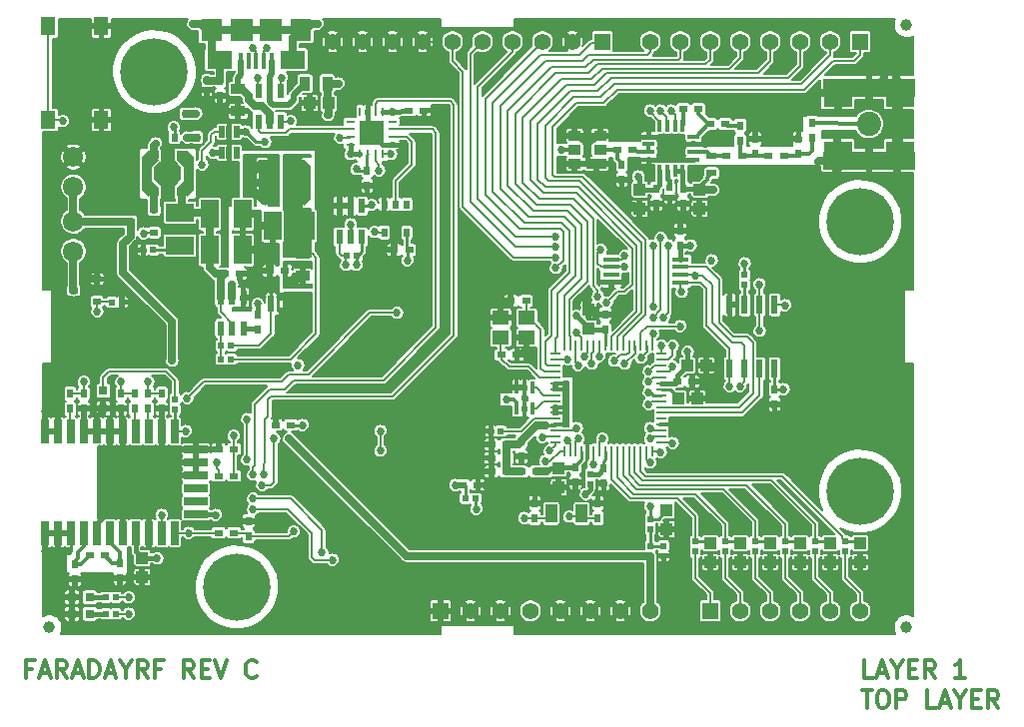
<source format=gtl>
G04 (created by PCBNEW (2013-07-07 BZR 4022)-stable) date 10/26/2016 12:18:13 AM*
%MOIN*%
G04 Gerber Fmt 3.4, Leading zero omitted, Abs format*
%FSLAX34Y34*%
G01*
G70*
G90*
G04 APERTURE LIST*
%ADD10C,0.00590551*%
%ADD11C,0.011811*%
%ADD12C,0.0216535*%
%ADD13R,0.096063X0.096063*%
%ADD14C,0.0807087*%
%ADD15R,0.305512X0.0629921*%
%ADD16C,0.224409*%
%ADD17R,0.0350394X0.0305118*%
%ADD18R,0.034252X0.109843*%
%ADD19R,0.0314961X0.023622*%
%ADD20R,0.0314961X0.0314961*%
%ADD21R,0.0472441X0.0354331*%
%ADD22R,0.0354331X0.0472441*%
%ADD23R,0.0669291X0.0318898*%
%ADD24R,0.0413386X0.0318898*%
%ADD25R,0.0551181X0.0472441*%
%ADD26R,0.0393701X0.0610236*%
%ADD27R,0.0185039X0.0393701*%
%ADD28R,0.0137795X0.0393701*%
%ADD29R,0.0393701X0.0137795*%
%ADD30R,0.0850394X0.0850394*%
%ADD31R,0.0570866X0.0177165*%
%ADD32R,0.0216535X0.0314961*%
%ADD33R,0.023622X0.0610236*%
%ADD34R,0.0244094X0.0480315*%
%ADD35R,0.023622X0.0275591*%
%ADD36R,0.0275591X0.023622*%
%ADD37R,0.023622X0.0314961*%
%ADD38R,0.023622X0.0216535*%
%ADD39R,0.0393701X0.0393701*%
%ADD40R,0.0944882X0.0590551*%
%ADD41R,0.0590551X0.0944882*%
%ADD42R,0.0511811X0.0610236*%
%ADD43R,0.0216535X0.023622*%
%ADD44R,0.055X0.055*%
%ADD45C,0.055*%
%ADD46C,0.0393701*%
%ADD47R,0.0314961X0.0110236*%
%ADD48R,0.0110236X0.0314961*%
%ADD49R,0.0826772X0.0826772*%
%ADD50R,0.015748X0.0531496*%
%ADD51R,0.0826772X0.0629921*%
%ADD52R,0.0708661X0.0748031*%
%ADD53R,0.0748031X0.0748031*%
%ADD54R,0.0275591X0.0787402*%
%ADD55R,0.0787402X0.0275591*%
%ADD56R,0.0110236X0.0334646*%
%ADD57R,0.0334646X0.0110236*%
%ADD58R,0.167323X0.167323*%
%ADD59C,0.0677165*%
%ADD60R,0.0334646X0.0246063*%
%ADD61C,0.027*%
%ADD62C,0.0135*%
%ADD63C,0.025*%
%ADD64C,0.015*%
%ADD65C,0.01*%
%ADD66C,0.02*%
%ADD67C,0.007*%
%ADD68C,0.0117*%
%ADD69C,0.0113*%
G04 APERTURE END LIST*
G54D10*
G54D11*
X85056Y-61648D02*
X85393Y-61648D01*
X85224Y-62239D02*
X85224Y-61648D01*
X85703Y-61648D02*
X85815Y-61648D01*
X85871Y-61676D01*
X85928Y-61732D01*
X85956Y-61845D01*
X85956Y-62042D01*
X85928Y-62154D01*
X85871Y-62210D01*
X85815Y-62239D01*
X85703Y-62239D01*
X85646Y-62210D01*
X85590Y-62154D01*
X85562Y-62042D01*
X85562Y-61845D01*
X85590Y-61732D01*
X85646Y-61676D01*
X85703Y-61648D01*
X86209Y-62239D02*
X86209Y-61648D01*
X86434Y-61648D01*
X86490Y-61676D01*
X86518Y-61704D01*
X86546Y-61760D01*
X86546Y-61845D01*
X86518Y-61901D01*
X86490Y-61929D01*
X86434Y-61957D01*
X86209Y-61957D01*
X87530Y-62239D02*
X87249Y-62239D01*
X87249Y-61648D01*
X87699Y-62070D02*
X87980Y-62070D01*
X87643Y-62239D02*
X87840Y-61648D01*
X88037Y-62239D01*
X88346Y-61957D02*
X88346Y-62239D01*
X88149Y-61648D02*
X88346Y-61957D01*
X88543Y-61648D01*
X88740Y-61929D02*
X88937Y-61929D01*
X89021Y-62239D02*
X88740Y-62239D01*
X88740Y-61648D01*
X89021Y-61648D01*
X89611Y-62239D02*
X89415Y-61957D01*
X89274Y-62239D02*
X89274Y-61648D01*
X89499Y-61648D01*
X89555Y-61676D01*
X89583Y-61704D01*
X89611Y-61760D01*
X89611Y-61845D01*
X89583Y-61901D01*
X89555Y-61929D01*
X89499Y-61957D01*
X89274Y-61957D01*
X57372Y-60929D02*
X57175Y-60929D01*
X57175Y-61239D02*
X57175Y-60648D01*
X57456Y-60648D01*
X57653Y-61070D02*
X57934Y-61070D01*
X57597Y-61239D02*
X57794Y-60648D01*
X57991Y-61239D01*
X58525Y-61239D02*
X58328Y-60957D01*
X58187Y-61239D02*
X58187Y-60648D01*
X58412Y-60648D01*
X58469Y-60676D01*
X58497Y-60704D01*
X58525Y-60760D01*
X58525Y-60845D01*
X58497Y-60901D01*
X58469Y-60929D01*
X58412Y-60957D01*
X58187Y-60957D01*
X58750Y-61070D02*
X59031Y-61070D01*
X58694Y-61239D02*
X58890Y-60648D01*
X59087Y-61239D01*
X59284Y-61239D02*
X59284Y-60648D01*
X59425Y-60648D01*
X59509Y-60676D01*
X59565Y-60732D01*
X59593Y-60789D01*
X59622Y-60901D01*
X59622Y-60985D01*
X59593Y-61098D01*
X59565Y-61154D01*
X59509Y-61210D01*
X59425Y-61239D01*
X59284Y-61239D01*
X59847Y-61070D02*
X60128Y-61070D01*
X59790Y-61239D02*
X59987Y-60648D01*
X60184Y-61239D01*
X60493Y-60957D02*
X60493Y-61239D01*
X60296Y-60648D02*
X60493Y-60957D01*
X60690Y-60648D01*
X61224Y-61239D02*
X61028Y-60957D01*
X60887Y-61239D02*
X60887Y-60648D01*
X61112Y-60648D01*
X61168Y-60676D01*
X61196Y-60704D01*
X61224Y-60760D01*
X61224Y-60845D01*
X61196Y-60901D01*
X61168Y-60929D01*
X61112Y-60957D01*
X60887Y-60957D01*
X61674Y-60929D02*
X61478Y-60929D01*
X61478Y-61239D02*
X61478Y-60648D01*
X61759Y-60648D01*
X62771Y-61239D02*
X62574Y-60957D01*
X62434Y-61239D02*
X62434Y-60648D01*
X62659Y-60648D01*
X62715Y-60676D01*
X62743Y-60704D01*
X62771Y-60760D01*
X62771Y-60845D01*
X62743Y-60901D01*
X62715Y-60929D01*
X62659Y-60957D01*
X62434Y-60957D01*
X63024Y-60929D02*
X63221Y-60929D01*
X63305Y-61239D02*
X63024Y-61239D01*
X63024Y-60648D01*
X63305Y-60648D01*
X63474Y-60648D02*
X63671Y-61239D01*
X63868Y-60648D01*
X64852Y-61182D02*
X64824Y-61210D01*
X64740Y-61239D01*
X64683Y-61239D01*
X64599Y-61210D01*
X64543Y-61154D01*
X64515Y-61098D01*
X64487Y-60985D01*
X64487Y-60901D01*
X64515Y-60789D01*
X64543Y-60732D01*
X64599Y-60676D01*
X64683Y-60648D01*
X64740Y-60648D01*
X64824Y-60676D01*
X64852Y-60704D01*
X85421Y-61239D02*
X85140Y-61239D01*
X85140Y-60648D01*
X85590Y-61070D02*
X85871Y-61070D01*
X85534Y-61239D02*
X85731Y-60648D01*
X85928Y-61239D01*
X86237Y-60957D02*
X86237Y-61239D01*
X86040Y-60648D02*
X86237Y-60957D01*
X86434Y-60648D01*
X86631Y-60929D02*
X86827Y-60929D01*
X86912Y-61239D02*
X86631Y-61239D01*
X86631Y-60648D01*
X86912Y-60648D01*
X87502Y-61239D02*
X87305Y-60957D01*
X87165Y-61239D02*
X87165Y-60648D01*
X87390Y-60648D01*
X87446Y-60676D01*
X87474Y-60704D01*
X87502Y-60760D01*
X87502Y-60845D01*
X87474Y-60901D01*
X87446Y-60929D01*
X87390Y-60957D01*
X87165Y-60957D01*
X88515Y-61239D02*
X88177Y-61239D01*
X88346Y-61239D02*
X88346Y-60648D01*
X88290Y-60732D01*
X88233Y-60789D01*
X88177Y-60817D01*
G54D12*
X65350Y-48592D02*
X65350Y-48907D01*
G54D13*
X84252Y-41702D03*
X86347Y-41702D03*
X86347Y-43797D03*
G54D14*
X85300Y-42750D03*
G54D15*
X85300Y-43962D03*
X85300Y-41537D03*
G54D13*
X84252Y-43797D03*
G54D16*
X85000Y-46000D03*
X64200Y-58200D03*
X61450Y-41000D03*
X85000Y-55000D03*
G54D10*
G36*
X65154Y-45465D02*
X64933Y-45249D01*
X64933Y-44150D01*
X65154Y-43934D01*
X65154Y-45465D01*
X65154Y-45465D01*
G37*
G36*
X66445Y-43934D02*
X66666Y-44150D01*
X66666Y-45249D01*
X66445Y-45465D01*
X66445Y-43934D01*
X66445Y-43934D01*
G37*
G54D17*
X65329Y-44086D03*
X65329Y-45313D03*
X66270Y-45313D03*
X66270Y-44086D03*
G54D10*
G36*
X64985Y-44184D02*
X65217Y-43952D01*
X65503Y-44239D01*
X65272Y-44470D01*
X64985Y-44184D01*
X64985Y-44184D01*
G37*
G54D18*
X65105Y-44700D03*
G54D10*
G36*
X65217Y-45447D02*
X64985Y-45215D01*
X65272Y-44929D01*
X65503Y-45160D01*
X65217Y-45447D01*
X65217Y-45447D01*
G37*
G36*
X66327Y-44470D02*
X66096Y-44239D01*
X66382Y-43952D01*
X66614Y-44184D01*
X66327Y-44470D01*
X66327Y-44470D01*
G37*
G36*
X66096Y-45160D02*
X66327Y-44929D01*
X66614Y-45215D01*
X66382Y-45447D01*
X66096Y-45160D01*
X66096Y-45160D01*
G37*
G54D18*
X66494Y-44700D03*
G54D10*
G36*
X61254Y-45165D02*
X61033Y-44949D01*
X61033Y-43850D01*
X61254Y-43634D01*
X61254Y-45165D01*
X61254Y-45165D01*
G37*
G36*
X62545Y-43634D02*
X62766Y-43850D01*
X62766Y-44949D01*
X62545Y-45165D01*
X62545Y-43634D01*
X62545Y-43634D01*
G37*
G54D17*
X61429Y-43786D03*
X61429Y-45013D03*
X62370Y-45013D03*
X62370Y-43786D03*
G54D10*
G36*
X61085Y-43884D02*
X61317Y-43652D01*
X61603Y-43939D01*
X61372Y-44170D01*
X61085Y-43884D01*
X61085Y-43884D01*
G37*
G54D18*
X61205Y-44400D03*
G54D10*
G36*
X61317Y-45147D02*
X61085Y-44915D01*
X61372Y-44629D01*
X61603Y-44860D01*
X61317Y-45147D01*
X61317Y-45147D01*
G37*
G36*
X62427Y-44170D02*
X62196Y-43939D01*
X62482Y-43652D01*
X62714Y-43884D01*
X62427Y-44170D01*
X62427Y-44170D01*
G37*
G36*
X62196Y-44860D02*
X62427Y-44629D01*
X62714Y-44915D01*
X62482Y-45147D01*
X62196Y-44860D01*
X62196Y-44860D01*
G37*
G54D18*
X62594Y-44400D03*
G54D19*
X64105Y-56400D03*
X63598Y-56400D03*
G54D20*
X58704Y-59100D03*
X59295Y-59100D03*
X58704Y-58550D03*
X59295Y-58550D03*
G54D21*
X64250Y-41575D03*
X64250Y-42324D03*
G54D22*
X66475Y-41400D03*
X67224Y-41400D03*
G54D21*
X66400Y-47075D03*
X66400Y-47824D03*
G54D23*
X76195Y-44070D03*
G54D24*
X76323Y-43600D03*
X76323Y-43129D03*
X75476Y-43129D03*
X75476Y-43600D03*
X75476Y-44070D03*
G54D25*
X73016Y-49215D03*
X73016Y-49884D03*
X73883Y-49884D03*
X73883Y-49215D03*
G54D26*
X75711Y-55750D03*
X74688Y-55750D03*
G54D27*
X64205Y-42995D03*
X63950Y-42995D03*
X63694Y-42995D03*
X63694Y-43704D03*
X63950Y-43704D03*
X64205Y-43704D03*
G54D28*
X78316Y-44298D03*
X78572Y-44298D03*
X78827Y-44298D03*
X79083Y-44298D03*
X79083Y-42801D03*
X78827Y-42801D03*
X78572Y-42801D03*
X78316Y-42801D03*
G54D29*
X79448Y-43933D03*
X79448Y-43677D03*
X79448Y-43422D03*
X79448Y-43166D03*
X77951Y-43166D03*
X77951Y-43422D03*
X77951Y-43677D03*
X77951Y-43933D03*
G54D30*
X78700Y-43550D03*
G54D31*
X76688Y-47266D03*
X76688Y-47522D03*
X76688Y-47777D03*
X76688Y-48033D03*
X79011Y-48033D03*
X79011Y-47777D03*
X79011Y-47522D03*
X79011Y-47266D03*
G54D32*
X69874Y-45427D03*
X69500Y-45427D03*
X69125Y-45427D03*
X69125Y-46372D03*
X69874Y-46372D03*
G54D33*
X82150Y-48787D03*
X81650Y-48787D03*
X81150Y-48787D03*
X80650Y-48787D03*
X80650Y-50912D03*
X81150Y-50912D03*
X81650Y-50912D03*
X82150Y-50912D03*
G54D34*
X64424Y-48534D03*
X64050Y-48534D03*
X63675Y-48534D03*
X63675Y-49565D03*
X64050Y-49565D03*
X64424Y-49565D03*
X64925Y-42665D03*
X65300Y-42665D03*
X65674Y-42665D03*
X65674Y-41634D03*
X65300Y-41634D03*
X64925Y-41634D03*
X68374Y-45484D03*
X68000Y-45484D03*
X67625Y-45484D03*
X67625Y-46515D03*
X68000Y-46515D03*
X68374Y-46515D03*
G54D35*
X62125Y-43193D03*
X62874Y-43193D03*
X62500Y-42406D03*
G54D36*
X61443Y-46374D03*
X61443Y-45625D03*
X60656Y-46000D03*
X59543Y-48674D03*
X59543Y-47925D03*
X58756Y-48300D03*
G54D37*
X77050Y-44094D03*
X77050Y-44601D03*
X82950Y-43755D03*
X82950Y-43248D03*
X81500Y-43755D03*
X81500Y-43248D03*
G54D19*
X77405Y-43600D03*
X76898Y-43600D03*
G54D37*
X83400Y-42694D03*
X83400Y-43201D03*
G54D19*
X82455Y-43800D03*
X81948Y-43800D03*
G54D38*
X60032Y-48700D03*
X60367Y-48700D03*
G54D39*
X78935Y-51900D03*
X79564Y-51900D03*
G54D40*
X62300Y-45698D03*
X62300Y-46801D03*
G54D28*
X73544Y-52254D03*
X73800Y-52254D03*
X74055Y-52254D03*
X74055Y-51545D03*
X73800Y-51545D03*
X73544Y-51545D03*
G54D38*
X61082Y-46950D03*
X61417Y-46950D03*
G54D19*
X63794Y-47750D03*
X64301Y-47750D03*
G54D37*
X82150Y-51594D03*
X82150Y-52101D03*
G54D41*
X63298Y-45750D03*
X64401Y-45750D03*
G54D39*
X83000Y-56735D03*
X83000Y-57364D03*
X85000Y-56735D03*
X85000Y-57364D03*
X82000Y-56735D03*
X82000Y-57364D03*
X81000Y-56735D03*
X81000Y-57364D03*
X80000Y-56735D03*
X80000Y-57364D03*
X78550Y-55635D03*
X78550Y-56264D03*
X84000Y-56735D03*
X84000Y-57364D03*
X77650Y-45564D03*
X77650Y-44935D03*
X79650Y-45564D03*
X79650Y-44935D03*
X74950Y-54235D03*
X74950Y-54864D03*
X79235Y-50800D03*
X79864Y-50800D03*
X75950Y-49564D03*
X75950Y-48935D03*
X67264Y-42050D03*
X66635Y-42050D03*
X61050Y-57235D03*
X61050Y-57864D03*
G54D19*
X64105Y-54500D03*
X63598Y-54500D03*
G54D42*
X57914Y-42614D03*
X57914Y-39485D03*
X59685Y-42614D03*
X59685Y-39485D03*
G54D19*
X80505Y-42750D03*
X79998Y-42750D03*
X81055Y-43800D03*
X80548Y-43800D03*
G54D37*
X79000Y-46805D03*
X79000Y-46298D03*
G54D19*
X66005Y-52800D03*
X65498Y-52800D03*
X64105Y-53600D03*
X63598Y-53600D03*
X65805Y-47650D03*
X65298Y-47650D03*
G54D37*
X64900Y-49605D03*
X64900Y-49098D03*
X78200Y-45405D03*
X78200Y-44898D03*
X64600Y-56505D03*
X64600Y-55998D03*
G54D19*
X71744Y-54800D03*
X72251Y-54800D03*
G54D37*
X74150Y-55905D03*
X74150Y-55398D03*
X76250Y-55905D03*
X76250Y-55398D03*
G54D19*
X73044Y-50450D03*
X73551Y-50450D03*
X73855Y-48650D03*
X73348Y-48650D03*
X73205Y-53450D03*
X72698Y-53450D03*
G54D37*
X73700Y-53344D03*
X73700Y-53851D03*
G54D19*
X73205Y-53900D03*
X72698Y-53900D03*
G54D37*
X75500Y-54194D03*
X75500Y-54701D03*
G54D19*
X78894Y-51350D03*
X79401Y-51350D03*
G54D37*
X76500Y-49605D03*
X76500Y-49098D03*
G54D19*
X69955Y-46950D03*
X69448Y-46950D03*
X73205Y-54350D03*
X72698Y-54350D03*
X69944Y-42300D03*
X70451Y-42300D03*
G54D37*
X68550Y-44294D03*
X68550Y-44801D03*
X79100Y-45405D03*
X79100Y-44898D03*
X63650Y-41294D03*
X63650Y-41801D03*
G54D19*
X79605Y-42250D03*
X79098Y-42250D03*
G54D37*
X76450Y-54244D03*
X76450Y-54751D03*
X61700Y-51744D03*
X61700Y-52251D03*
X60350Y-51744D03*
X60350Y-52251D03*
G54D19*
X59294Y-57150D03*
X59801Y-57150D03*
G54D37*
X59100Y-51744D03*
X59100Y-52251D03*
G54D43*
X84500Y-57017D03*
X84500Y-56682D03*
X62150Y-52267D03*
X62150Y-51932D03*
X83500Y-57017D03*
X83500Y-56682D03*
X82500Y-57017D03*
X82500Y-56682D03*
X81500Y-57017D03*
X81500Y-56682D03*
X80500Y-57017D03*
X80500Y-56682D03*
X79500Y-57017D03*
X79500Y-56682D03*
X78000Y-57167D03*
X78000Y-56832D03*
X78450Y-56832D03*
X78450Y-57167D03*
X76000Y-54767D03*
X76000Y-54432D03*
X81150Y-48117D03*
X81150Y-47782D03*
X78650Y-44882D03*
X78650Y-45217D03*
G54D38*
X60167Y-59100D03*
X59832Y-59100D03*
G54D43*
X63200Y-41617D03*
X63200Y-41282D03*
G54D38*
X60167Y-58550D03*
X59832Y-58550D03*
X72167Y-55250D03*
X71832Y-55250D03*
X68217Y-47150D03*
X67882Y-47150D03*
X63682Y-50150D03*
X64017Y-50150D03*
X73017Y-53000D03*
X72682Y-53000D03*
X64017Y-50600D03*
X63682Y-50600D03*
G54D37*
X58650Y-52255D03*
X58650Y-51748D03*
X60300Y-57394D03*
X60300Y-57901D03*
X58800Y-57444D03*
X58800Y-57951D03*
X61250Y-52255D03*
X61250Y-51748D03*
X60800Y-52255D03*
X60800Y-51748D03*
X81000Y-43305D03*
X81000Y-42798D03*
G54D19*
X73694Y-54350D03*
X74201Y-54350D03*
G54D41*
X63298Y-46950D03*
X64401Y-46950D03*
X66501Y-46150D03*
X65398Y-46150D03*
G54D44*
X80000Y-59000D03*
G54D45*
X81000Y-59000D03*
X82000Y-59000D03*
X83000Y-59000D03*
X84000Y-59000D03*
X85000Y-59000D03*
G54D44*
X85000Y-40000D03*
G54D45*
X84000Y-40000D03*
X83000Y-40000D03*
X82000Y-40000D03*
X81000Y-40000D03*
X80000Y-40000D03*
X79000Y-40000D03*
X78000Y-40000D03*
G54D44*
X76400Y-40000D03*
G54D45*
X75400Y-40000D03*
X74400Y-40000D03*
X73400Y-40000D03*
X72400Y-40000D03*
X71400Y-40000D03*
X70400Y-40000D03*
X69400Y-40000D03*
X68400Y-40000D03*
X67400Y-40000D03*
G54D44*
X71000Y-59000D03*
G54D45*
X72000Y-59000D03*
X73000Y-59000D03*
X74000Y-59000D03*
X75000Y-59000D03*
X76000Y-59000D03*
X77000Y-59000D03*
X78000Y-59000D03*
G54D46*
X86550Y-39450D03*
X86550Y-59550D03*
X57950Y-59550D03*
G54D43*
X78000Y-56267D03*
X78000Y-55932D03*
G54D47*
X69408Y-43433D03*
X69408Y-43177D03*
X69408Y-42922D03*
X69408Y-42666D03*
G54D48*
X69083Y-42341D03*
X68827Y-42341D03*
X68572Y-42341D03*
X68316Y-42341D03*
G54D47*
X67991Y-42666D03*
X67991Y-42922D03*
X67991Y-43177D03*
X67991Y-43433D03*
G54D48*
X68316Y-43758D03*
X68572Y-43758D03*
X68827Y-43758D03*
X69083Y-43758D03*
G54D49*
X68700Y-43050D03*
G54D50*
X65361Y-40653D03*
X65105Y-40653D03*
X64850Y-40653D03*
X64594Y-40653D03*
X64338Y-40653D03*
G54D51*
X66070Y-40603D03*
G54D52*
X66346Y-39600D03*
G54D53*
X65322Y-39600D03*
X64377Y-39600D03*
G54D52*
X63353Y-39600D03*
G54D51*
X63629Y-40603D03*
G54D54*
X57801Y-56400D03*
X58234Y-56400D03*
X58667Y-56400D03*
X59100Y-56400D03*
X59533Y-56400D03*
X59966Y-56400D03*
X60400Y-56400D03*
X60833Y-56400D03*
X61266Y-56400D03*
X61699Y-56400D03*
X62132Y-56400D03*
G54D55*
X62840Y-55782D03*
X62840Y-55349D03*
X62840Y-54916D03*
X62840Y-54483D03*
X62840Y-54050D03*
X62840Y-53617D03*
G54D54*
X62132Y-52999D03*
X61699Y-52999D03*
X61266Y-52999D03*
X60833Y-52999D03*
X60400Y-52999D03*
X59966Y-52999D03*
X59533Y-52999D03*
X59100Y-52999D03*
X58667Y-52999D03*
X58234Y-52999D03*
X57801Y-52999D03*
G54D43*
X65350Y-48582D03*
X65350Y-48917D03*
G54D56*
X76501Y-53661D03*
X76304Y-53661D03*
X76107Y-53661D03*
X75911Y-53661D03*
X75714Y-53661D03*
X75517Y-53661D03*
X75320Y-53661D03*
X75123Y-53661D03*
X76698Y-53661D03*
X76895Y-53661D03*
X77092Y-53661D03*
X77288Y-53661D03*
X77485Y-53661D03*
X77682Y-53661D03*
X77879Y-53661D03*
X78076Y-53661D03*
G54D57*
X78361Y-53376D03*
X78361Y-53179D03*
X78361Y-52982D03*
X78361Y-52785D03*
X78361Y-52588D03*
X78361Y-52392D03*
X78361Y-52195D03*
X78361Y-51998D03*
X78361Y-51801D03*
X78361Y-51604D03*
X78361Y-51407D03*
X78361Y-51211D03*
X78361Y-51014D03*
X78361Y-50817D03*
X78361Y-50620D03*
X78361Y-50423D03*
X74838Y-53376D03*
X74838Y-53179D03*
X74838Y-52982D03*
X74838Y-52785D03*
X74838Y-52588D03*
X74838Y-52392D03*
X74838Y-52195D03*
X74838Y-51998D03*
X74838Y-51801D03*
X74838Y-51604D03*
X74838Y-51407D03*
X74838Y-51211D03*
X74838Y-51014D03*
X74838Y-50817D03*
X74838Y-50620D03*
X74838Y-50423D03*
G54D56*
X75123Y-50138D03*
X75320Y-50138D03*
X75517Y-50138D03*
X75714Y-50138D03*
X75911Y-50138D03*
X76107Y-50138D03*
X76304Y-50138D03*
X76501Y-50138D03*
X76698Y-50138D03*
X76895Y-50138D03*
X77092Y-50138D03*
X77288Y-50138D03*
X77485Y-50138D03*
X77682Y-50138D03*
X77879Y-50138D03*
X78076Y-50138D03*
G54D58*
X76600Y-51900D03*
G54D20*
X59750Y-52245D03*
X59750Y-51654D03*
G54D59*
X58750Y-46000D03*
X58750Y-47000D03*
X58750Y-44850D03*
X58750Y-43850D03*
G54D60*
X80050Y-44385D03*
X80050Y-43814D03*
G54D61*
X80100Y-44950D03*
X61550Y-57250D03*
X65950Y-48050D03*
X77600Y-44500D03*
X79350Y-46800D03*
X79250Y-50350D03*
X75550Y-49150D03*
X82450Y-51600D03*
X81150Y-47400D03*
X75850Y-55100D03*
X74550Y-54350D03*
X72200Y-55600D03*
X66250Y-50800D03*
X63500Y-55800D03*
X67600Y-41400D03*
X63400Y-43700D03*
X67250Y-42450D03*
X68200Y-44250D03*
X69900Y-47300D03*
X75550Y-49700D03*
X76550Y-48700D03*
X75600Y-50800D03*
X76250Y-48500D03*
X66100Y-56350D03*
X78375Y-50150D03*
X75250Y-50600D03*
X69550Y-49050D03*
X62550Y-51900D03*
X60350Y-51350D03*
X64550Y-52600D03*
X64550Y-53950D03*
X78350Y-53700D03*
X61250Y-51350D03*
X77150Y-47150D03*
X80050Y-47300D03*
X77950Y-52100D03*
X79000Y-49500D03*
X82500Y-48800D03*
X77950Y-51700D03*
X59550Y-49000D03*
X65450Y-53250D03*
X58400Y-42650D03*
X78750Y-53400D03*
X65050Y-54800D03*
X78000Y-54050D03*
X78000Y-55500D03*
X64750Y-55600D03*
X77700Y-50550D03*
X67400Y-57300D03*
X60600Y-59100D03*
X64750Y-55250D03*
X78100Y-49750D03*
X67050Y-57050D03*
X60600Y-58550D03*
X75300Y-55850D03*
X76400Y-53250D03*
X73800Y-55900D03*
X76100Y-54100D03*
X74500Y-54000D03*
X74400Y-53200D03*
X75550Y-52900D03*
X66400Y-52800D03*
X75250Y-53300D03*
X68950Y-44300D03*
X74650Y-53650D03*
X75600Y-53250D03*
X69350Y-43750D03*
X69000Y-53650D03*
X69000Y-53000D03*
X71500Y-54800D03*
X64100Y-53150D03*
X76800Y-50650D03*
X77150Y-50750D03*
X59100Y-51350D03*
X64700Y-44700D03*
X64900Y-48750D03*
X64050Y-48100D03*
X73200Y-51950D03*
X75050Y-43600D03*
X78700Y-42300D03*
X78600Y-46800D03*
X78450Y-49200D03*
X76300Y-50500D03*
X78350Y-42300D03*
X76050Y-50750D03*
X78100Y-49200D03*
X78350Y-46550D03*
X78000Y-42300D03*
X78100Y-48850D03*
X78100Y-46800D03*
X75800Y-50500D03*
X74850Y-47550D03*
X78750Y-50150D03*
X74850Y-46850D03*
X76350Y-46950D03*
X77150Y-47500D03*
X77950Y-51000D03*
X81650Y-49650D03*
X81640Y-48100D03*
X79050Y-48350D03*
X74850Y-46500D03*
X78750Y-50850D03*
X80650Y-51500D03*
X74850Y-47200D03*
X79500Y-47800D03*
X81000Y-51500D03*
X77950Y-51350D03*
X65100Y-54450D03*
X78000Y-53250D03*
X64750Y-54450D03*
X78000Y-52900D03*
X71100Y-54300D03*
X71100Y-52300D03*
X71100Y-55300D03*
X71700Y-49150D03*
X71150Y-47000D03*
X71150Y-46600D03*
X71150Y-48600D03*
X71150Y-48200D03*
X71150Y-47800D03*
X71150Y-47400D03*
X71100Y-51300D03*
X71550Y-52750D03*
X71150Y-40950D03*
X71150Y-41750D03*
X71150Y-42600D03*
X71150Y-43400D03*
X71150Y-44200D03*
X71150Y-45000D03*
X71150Y-45800D03*
X69500Y-46600D03*
X71150Y-46200D03*
X71150Y-45400D03*
X71150Y-44600D03*
X71150Y-43800D03*
X71150Y-43000D03*
X71150Y-42250D03*
X71150Y-41350D03*
X72350Y-40950D03*
X74100Y-47550D03*
X73300Y-47550D03*
X72500Y-47550D03*
X72900Y-47550D03*
X73700Y-47550D03*
X74500Y-47550D03*
X72500Y-49200D03*
X72500Y-47150D03*
X72500Y-47950D03*
X72500Y-48800D03*
X72500Y-49600D03*
X72500Y-50400D03*
X72850Y-51550D03*
X73250Y-51550D03*
X72500Y-51200D03*
X72500Y-50800D03*
X72500Y-50000D03*
X72500Y-48400D03*
X72500Y-46750D03*
X73100Y-52600D03*
X72300Y-53450D03*
X72700Y-52600D03*
X67100Y-46300D03*
X67100Y-47200D03*
X67100Y-48200D03*
X65700Y-48500D03*
X65650Y-50000D03*
X65650Y-51000D03*
X63950Y-51000D03*
X62950Y-51000D03*
X62950Y-49450D03*
X62950Y-48450D03*
X62450Y-47950D03*
X61950Y-47450D03*
X60750Y-47450D03*
X61450Y-47450D03*
X62450Y-47450D03*
X62950Y-47950D03*
X62950Y-48950D03*
X62950Y-50250D03*
X63450Y-51000D03*
X64450Y-51000D03*
X65150Y-51000D03*
X65650Y-50350D03*
X65650Y-49500D03*
X65700Y-49000D03*
X67100Y-47700D03*
X67100Y-46700D03*
X83250Y-44350D03*
X82450Y-44350D03*
X81650Y-44350D03*
X80850Y-44350D03*
X80450Y-44750D03*
X80450Y-45550D03*
X80050Y-45950D03*
X79650Y-45950D03*
X80450Y-45950D03*
X80450Y-45150D03*
X80450Y-44350D03*
X81250Y-44350D03*
X82050Y-44350D03*
X82850Y-44350D03*
X83600Y-44350D03*
X60750Y-44150D03*
X61900Y-43850D03*
X63000Y-40450D03*
X63000Y-40950D03*
X62750Y-39950D03*
X62900Y-42000D03*
X62900Y-41600D03*
X62600Y-42000D03*
X86350Y-53200D03*
X85350Y-53200D03*
X84200Y-53200D03*
X83700Y-53700D03*
X83200Y-54200D03*
X82200Y-54200D03*
X81200Y-54200D03*
X80200Y-54200D03*
X79200Y-54200D03*
X78950Y-55750D03*
X79700Y-54200D03*
X80700Y-54200D03*
X81700Y-54200D03*
X82700Y-54200D03*
X83700Y-54200D03*
X83700Y-53200D03*
X84650Y-53200D03*
X85850Y-53200D03*
X86650Y-53200D03*
X78950Y-58750D03*
X78950Y-57750D03*
X78950Y-56750D03*
X78950Y-57250D03*
X78950Y-58250D03*
X78950Y-59250D03*
X71900Y-40000D03*
X72900Y-40000D03*
X66250Y-43200D03*
X67250Y-43200D03*
X67600Y-44050D03*
X67600Y-44550D03*
X67600Y-43550D03*
X66750Y-43200D03*
X67600Y-45050D03*
X63550Y-44700D03*
X64900Y-45750D03*
X63050Y-44700D03*
X61750Y-42700D03*
X60750Y-42700D03*
X60750Y-43650D03*
X60750Y-44650D03*
X60750Y-45650D03*
X60750Y-45150D03*
X60750Y-43200D03*
X61250Y-42700D03*
X62150Y-42450D03*
X60750Y-46950D03*
X72500Y-54800D03*
X72850Y-55850D03*
X77200Y-45400D03*
X76350Y-46200D03*
X78200Y-45800D03*
X77700Y-45950D03*
X76200Y-44450D03*
X76600Y-44800D03*
X83100Y-42300D03*
X82700Y-41900D03*
X81900Y-41900D03*
X81100Y-41900D03*
X80300Y-41900D03*
X79500Y-41900D03*
X78700Y-41950D03*
X77900Y-41950D03*
X77500Y-42350D03*
X77100Y-42750D03*
X76700Y-42750D03*
X77500Y-42750D03*
X77500Y-41950D03*
X78300Y-41950D03*
X79100Y-41900D03*
X79900Y-41900D03*
X80700Y-41900D03*
X81500Y-41900D03*
X82300Y-41900D03*
X83100Y-41900D03*
X83500Y-42300D03*
X76300Y-42750D03*
X75900Y-42750D03*
X75500Y-42750D03*
X86500Y-55900D03*
X86500Y-54000D03*
X86550Y-57650D03*
X85700Y-50150D03*
X85400Y-52450D03*
X82150Y-52450D03*
X85400Y-47950D03*
X84200Y-44450D03*
X86250Y-44450D03*
X86200Y-43100D03*
X85300Y-43450D03*
X83600Y-44000D03*
X84250Y-43100D03*
X86200Y-42400D03*
X85300Y-42050D03*
X84250Y-42350D03*
X83550Y-41700D03*
X85800Y-41000D03*
X86200Y-41000D03*
X79850Y-43400D03*
X77900Y-52500D03*
X76450Y-50850D03*
X76100Y-52950D03*
X64000Y-52600D03*
X65500Y-52450D03*
X83000Y-56250D03*
X81000Y-56250D03*
X78950Y-56250D03*
X80000Y-56250D03*
X82000Y-56250D03*
X83800Y-56250D03*
X70800Y-42300D03*
X64250Y-56000D03*
X61450Y-57850D03*
X64700Y-47750D03*
X63950Y-43350D03*
X65300Y-47300D03*
X64900Y-46950D03*
X64900Y-46150D03*
X66650Y-42450D03*
X63650Y-42150D03*
X64250Y-41950D03*
X75050Y-43150D03*
X76750Y-43150D03*
X75900Y-43600D03*
X75050Y-44100D03*
X77050Y-44950D03*
X79100Y-45800D03*
X78650Y-45550D03*
X77950Y-44200D03*
X77950Y-42900D03*
X77550Y-43150D03*
X81500Y-42900D03*
X82950Y-42850D03*
X60350Y-49000D03*
X59150Y-47900D03*
X73900Y-50350D03*
X58200Y-52350D03*
X60400Y-53600D03*
X58300Y-58550D03*
X60000Y-57900D03*
X59150Y-57950D03*
X80250Y-50900D03*
X79950Y-51900D03*
X79800Y-51350D03*
X77150Y-48000D03*
X75800Y-48550D03*
X80000Y-57750D03*
X81000Y-57750D03*
X82000Y-57750D03*
X83000Y-57750D03*
X84000Y-57750D03*
X85000Y-57750D03*
X78450Y-57500D03*
X74150Y-55050D03*
X74550Y-55050D03*
X75500Y-55100D03*
X74050Y-53750D03*
X72250Y-54350D03*
X76550Y-55150D03*
X78750Y-52750D03*
X59650Y-40000D03*
X59700Y-42100D03*
X57800Y-52350D03*
X58600Y-57000D03*
X57800Y-57000D03*
X75550Y-51550D03*
X75550Y-52250D03*
X75550Y-51900D03*
X68800Y-45800D03*
X80650Y-48250D03*
X71500Y-53800D03*
X73800Y-51150D03*
X69750Y-43450D03*
X68550Y-41950D03*
X68000Y-45050D03*
X60400Y-55800D03*
X58250Y-57000D03*
X61300Y-55800D03*
X62200Y-54450D03*
X62200Y-54050D03*
X62200Y-53650D03*
X61700Y-53600D03*
X75950Y-53250D03*
X66900Y-39400D03*
X62750Y-39400D03*
X63050Y-44100D03*
X68800Y-46350D03*
X68000Y-46100D03*
X62100Y-42850D03*
X61500Y-43400D03*
X62550Y-43200D03*
X68200Y-47450D03*
X61100Y-46400D03*
X67850Y-47450D03*
X65150Y-43350D03*
X68700Y-45450D03*
X64500Y-43000D03*
X62850Y-42400D03*
X69400Y-42350D03*
X68000Y-43750D03*
X64900Y-41200D03*
X64750Y-40200D03*
X65200Y-40200D03*
X65700Y-41200D03*
X66000Y-42650D03*
X67650Y-43200D03*
X62600Y-56400D03*
X61700Y-55800D03*
X63550Y-54050D03*
X62500Y-53000D03*
X62050Y-50650D03*
X65950Y-53250D03*
G54D62*
X79650Y-44935D02*
X79650Y-44850D01*
X79900Y-44535D02*
X80050Y-44385D01*
X79900Y-44600D02*
X79900Y-44535D01*
X79650Y-44850D02*
X79900Y-44600D01*
G54D63*
X79650Y-44935D02*
X80085Y-44935D01*
X80085Y-44935D02*
X80100Y-44950D01*
G54D64*
X78361Y-51407D02*
X78836Y-51407D01*
X78836Y-51407D02*
X78894Y-51350D01*
X61050Y-57235D02*
X61535Y-57235D01*
X61535Y-57235D02*
X61550Y-57250D01*
X60833Y-56400D02*
X60833Y-57018D01*
X60833Y-57018D02*
X61050Y-57235D01*
G54D63*
X66325Y-47824D02*
X66100Y-48050D01*
X66100Y-48050D02*
X65950Y-48050D01*
X66400Y-47824D02*
X66325Y-47824D01*
G54D64*
X77650Y-44935D02*
X78162Y-44935D01*
X78162Y-44935D02*
X78200Y-44898D01*
X77650Y-44935D02*
X77650Y-44550D01*
X77650Y-44550D02*
X77600Y-44500D01*
X79000Y-46805D02*
X79344Y-46805D01*
X79344Y-46805D02*
X79350Y-46800D01*
X79000Y-46805D02*
X79000Y-47254D01*
X79000Y-47254D02*
X79011Y-47266D01*
X78316Y-44298D02*
X78316Y-44781D01*
X78316Y-44781D02*
X78200Y-44898D01*
X78827Y-44298D02*
X79083Y-44298D01*
X79100Y-44898D02*
X79612Y-44898D01*
X79612Y-44898D02*
X79650Y-44935D01*
X79083Y-44298D02*
X79083Y-44881D01*
X79083Y-44881D02*
X79100Y-44898D01*
X79235Y-50800D02*
X79235Y-50814D01*
X78894Y-51155D02*
X78894Y-51350D01*
X79235Y-50814D02*
X78894Y-51155D01*
X79235Y-50800D02*
X79235Y-50364D01*
X79235Y-50364D02*
X79250Y-50350D01*
X75950Y-49564D02*
X75950Y-49550D01*
X75950Y-49550D02*
X75550Y-49150D01*
X76500Y-49605D02*
X75990Y-49605D01*
X75990Y-49605D02*
X75950Y-49564D01*
G54D65*
X76501Y-50138D02*
X76501Y-49607D01*
X76501Y-49607D02*
X76500Y-49605D01*
X82150Y-51594D02*
X82444Y-51594D01*
X82444Y-51594D02*
X82450Y-51600D01*
X82150Y-51594D02*
X82150Y-50912D01*
X81150Y-47400D02*
X81150Y-47782D01*
G54D64*
X76000Y-54767D02*
X76000Y-54950D01*
X76000Y-54950D02*
X75850Y-55100D01*
G54D63*
X74201Y-54350D02*
X74550Y-54350D01*
G54D64*
X74664Y-54235D02*
X74550Y-54350D01*
X74664Y-54235D02*
X74950Y-54235D01*
X75500Y-54194D02*
X74990Y-54194D01*
X74990Y-54194D02*
X74950Y-54235D01*
G54D65*
X75714Y-53661D02*
X75714Y-53935D01*
X75500Y-54150D02*
X75500Y-54194D01*
X75714Y-53935D02*
X75500Y-54150D01*
G54D64*
X74954Y-54300D02*
X75050Y-54204D01*
G54D65*
X74954Y-54300D02*
X75050Y-54204D01*
X72167Y-55250D02*
X72167Y-55567D01*
X72167Y-55567D02*
X72200Y-55600D01*
X82150Y-51562D02*
X82160Y-51572D01*
G54D64*
X62840Y-55782D02*
X63482Y-55782D01*
X63482Y-55782D02*
X63500Y-55800D01*
X73950Y-58950D02*
X74000Y-59000D01*
X73950Y-58950D02*
X74000Y-59000D01*
G54D63*
X67224Y-41400D02*
X67600Y-41400D01*
G54D65*
X68550Y-44294D02*
X68244Y-44294D01*
X68244Y-44294D02*
X68200Y-44250D01*
X68550Y-44294D02*
X68550Y-43780D01*
X68550Y-43780D02*
X68572Y-43758D01*
G54D66*
X63404Y-43704D02*
X63400Y-43700D01*
X63694Y-43704D02*
X63404Y-43704D01*
G54D63*
X67264Y-42435D02*
X67264Y-42050D01*
X67264Y-42435D02*
X67250Y-42450D01*
X67224Y-41400D02*
X67224Y-42009D01*
X67224Y-42009D02*
X67264Y-42050D01*
G54D65*
X69887Y-46950D02*
X69887Y-47287D01*
X69887Y-47287D02*
X69900Y-47300D01*
G54D67*
X69887Y-47287D02*
X69900Y-47300D01*
G54D65*
X68212Y-44262D02*
X68200Y-44250D01*
X69874Y-46372D02*
X69874Y-46937D01*
X69874Y-46937D02*
X69887Y-46950D01*
G54D67*
X77092Y-50138D02*
X77092Y-49857D01*
X85000Y-40450D02*
X85000Y-40000D01*
X84800Y-40650D02*
X85000Y-40450D01*
X84100Y-40650D02*
X84800Y-40650D01*
X83150Y-41600D02*
X84100Y-40650D01*
X76900Y-41600D02*
X83150Y-41600D01*
X76450Y-42050D02*
X76900Y-41600D01*
X75550Y-42050D02*
X76450Y-42050D01*
X74750Y-42850D02*
X75550Y-42050D01*
X74750Y-44450D02*
X74750Y-42850D01*
X74800Y-44500D02*
X74750Y-44450D01*
X75750Y-44500D02*
X74800Y-44500D01*
X77850Y-46600D02*
X75750Y-44500D01*
X77850Y-49100D02*
X77850Y-46600D01*
X77092Y-49857D02*
X77850Y-49100D01*
X76895Y-50138D02*
X76895Y-49854D01*
X84000Y-40450D02*
X84000Y-40000D01*
X83050Y-41400D02*
X84000Y-40450D01*
X76800Y-41400D02*
X83050Y-41400D01*
X76350Y-41850D02*
X76800Y-41400D01*
X75450Y-41850D02*
X76350Y-41850D01*
X74500Y-42800D02*
X75450Y-41850D01*
X74500Y-44550D02*
X74500Y-42800D01*
X74600Y-44650D02*
X74500Y-44550D01*
X75650Y-44650D02*
X74600Y-44650D01*
X77700Y-46700D02*
X75650Y-44650D01*
X77700Y-49050D02*
X77700Y-46700D01*
X76895Y-49854D02*
X77700Y-49050D01*
X76698Y-50138D02*
X76698Y-49851D01*
X83000Y-40800D02*
X83000Y-40000D01*
X82600Y-41200D02*
X83000Y-40800D01*
X76700Y-41200D02*
X82600Y-41200D01*
X76250Y-41650D02*
X76700Y-41200D01*
X75350Y-41650D02*
X76250Y-41650D01*
X74250Y-42750D02*
X75350Y-41650D01*
X74250Y-44600D02*
X74250Y-42750D01*
X74500Y-44850D02*
X74250Y-44600D01*
X75600Y-44850D02*
X74500Y-44850D01*
X77550Y-46800D02*
X75600Y-44850D01*
X77550Y-49000D02*
X77550Y-46800D01*
X76698Y-49851D02*
X77550Y-49000D01*
X77400Y-46900D02*
X77400Y-48100D01*
X76900Y-48350D02*
X76550Y-48700D01*
X75714Y-49864D02*
X75550Y-49700D01*
X75714Y-50138D02*
X75714Y-49864D01*
X74000Y-44600D02*
X74000Y-42650D01*
X76550Y-41050D02*
X81600Y-41050D01*
X81600Y-41050D02*
X82000Y-40650D01*
X82000Y-40650D02*
X82000Y-40000D01*
X77400Y-46900D02*
X76450Y-45950D01*
X76450Y-45950D02*
X76450Y-45950D01*
X76450Y-45950D02*
X75550Y-45050D01*
X75550Y-45050D02*
X74450Y-45050D01*
X74450Y-45050D02*
X74000Y-44600D01*
X76150Y-41450D02*
X76550Y-41050D01*
X75200Y-41450D02*
X76150Y-41450D01*
X74000Y-42650D02*
X75200Y-41450D01*
X77150Y-48350D02*
X77400Y-48100D01*
X77150Y-48350D02*
X76900Y-48350D01*
X76100Y-48150D02*
X76100Y-45900D01*
X75517Y-50138D02*
X75517Y-50717D01*
X75517Y-50717D02*
X75600Y-50800D01*
X73750Y-42550D02*
X75050Y-41250D01*
X75050Y-41250D02*
X76050Y-41250D01*
X76050Y-41250D02*
X76400Y-40900D01*
X76250Y-48300D02*
X76100Y-48150D01*
X76250Y-48500D02*
X76250Y-48300D01*
X81000Y-40550D02*
X81000Y-40000D01*
X80650Y-40900D02*
X81000Y-40550D01*
X76400Y-40900D02*
X80650Y-40900D01*
X73750Y-44700D02*
X73750Y-42550D01*
X74300Y-45250D02*
X73750Y-44700D01*
X75450Y-45250D02*
X74300Y-45250D01*
X76100Y-45900D02*
X75450Y-45250D01*
X73500Y-44750D02*
X73500Y-42400D01*
X73500Y-42400D02*
X74850Y-41050D01*
X74850Y-41050D02*
X75950Y-41050D01*
X75950Y-41050D02*
X76250Y-40750D01*
X76250Y-40750D02*
X79850Y-40750D01*
X79850Y-40750D02*
X80000Y-40600D01*
X80000Y-40000D02*
X80000Y-40600D01*
X75900Y-46000D02*
X75350Y-45450D01*
X75350Y-45450D02*
X74200Y-45450D01*
X74200Y-45450D02*
X73500Y-44750D01*
X75320Y-49820D02*
X75300Y-49800D01*
X75300Y-49800D02*
X75300Y-48600D01*
X75300Y-48600D02*
X75900Y-48000D01*
X75320Y-49820D02*
X75320Y-50138D01*
X75900Y-48000D02*
X75900Y-46000D01*
X73250Y-44800D02*
X73250Y-42300D01*
X75700Y-46100D02*
X75250Y-45650D01*
X75250Y-45650D02*
X74100Y-45650D01*
X74100Y-45650D02*
X73250Y-44800D01*
X79000Y-40000D02*
X79000Y-40550D01*
X78950Y-40600D02*
X79000Y-40550D01*
X76100Y-40600D02*
X78950Y-40600D01*
X75850Y-40850D02*
X76100Y-40600D01*
X74700Y-40850D02*
X75850Y-40850D01*
X73250Y-42300D02*
X74700Y-40850D01*
X75123Y-48476D02*
X75700Y-47900D01*
X75123Y-48476D02*
X75123Y-50138D01*
X75700Y-47900D02*
X75700Y-46100D01*
X73000Y-44900D02*
X73000Y-42150D01*
X78000Y-40000D02*
X78000Y-40350D01*
X77900Y-40450D02*
X78000Y-40350D01*
X75950Y-40450D02*
X77900Y-40450D01*
X73950Y-45850D02*
X73000Y-44900D01*
X75750Y-40650D02*
X75950Y-40450D01*
X74500Y-40650D02*
X75750Y-40650D01*
X73000Y-42150D02*
X74500Y-40650D01*
X74838Y-49911D02*
X74900Y-49850D01*
X74900Y-49850D02*
X74900Y-48400D01*
X74900Y-48400D02*
X75500Y-47800D01*
X74838Y-49911D02*
X74838Y-50423D01*
X75150Y-45850D02*
X73950Y-45850D01*
X75500Y-46200D02*
X75150Y-45850D01*
X75500Y-46200D02*
X75500Y-47800D01*
X72750Y-45000D02*
X72750Y-42050D01*
X76050Y-40050D02*
X76350Y-40050D01*
X76400Y-40000D02*
X76350Y-40050D01*
X73800Y-46050D02*
X72750Y-45000D01*
X75050Y-46050D02*
X73800Y-46050D01*
X75300Y-46300D02*
X75050Y-46050D01*
X75300Y-46300D02*
X75300Y-47700D01*
X75650Y-40450D02*
X76050Y-40050D01*
X74350Y-40450D02*
X75650Y-40450D01*
X72750Y-42050D02*
X74350Y-40450D01*
X74700Y-48300D02*
X75300Y-47700D01*
X74700Y-49800D02*
X74700Y-48300D01*
X74567Y-50817D02*
X74838Y-50817D01*
X74500Y-50000D02*
X74700Y-49800D01*
X74500Y-50750D02*
X74500Y-50000D01*
X74567Y-50817D02*
X74500Y-50750D01*
X74855Y-50800D02*
X74838Y-50817D01*
X64600Y-56505D02*
X65944Y-56505D01*
X65944Y-56505D02*
X66100Y-56350D01*
X64105Y-56400D02*
X64494Y-56400D01*
X64494Y-56400D02*
X64600Y-56505D01*
X78361Y-50423D02*
X78361Y-50163D01*
X66600Y-51100D02*
X65950Y-51100D01*
X75250Y-50600D02*
X75229Y-50620D01*
X74838Y-50620D02*
X75229Y-50620D01*
X68650Y-49050D02*
X66600Y-51100D01*
X69550Y-49050D02*
X68650Y-49050D01*
X60350Y-51350D02*
X60350Y-51744D01*
X63100Y-51350D02*
X62550Y-51900D01*
X65700Y-51350D02*
X63100Y-51350D01*
X65950Y-51100D02*
X65700Y-51350D01*
X60800Y-51748D02*
X60353Y-51748D01*
X60353Y-51748D02*
X60350Y-51744D01*
X64550Y-52750D02*
X64550Y-52600D01*
X64550Y-53950D02*
X64550Y-52750D01*
X78311Y-53661D02*
X78350Y-53700D01*
X78076Y-53661D02*
X78311Y-53661D01*
X61250Y-51350D02*
X61250Y-51748D01*
X61250Y-51748D02*
X61696Y-51748D01*
X61696Y-51748D02*
X61700Y-51744D01*
X76688Y-47266D02*
X77033Y-47266D01*
X78051Y-51998D02*
X77950Y-52100D01*
X78051Y-51998D02*
X78361Y-51998D01*
X77033Y-47266D02*
X77150Y-47150D01*
X77682Y-49717D02*
X77900Y-49500D01*
X77900Y-49500D02*
X79000Y-49500D01*
X77682Y-50138D02*
X77682Y-49717D01*
X82487Y-48787D02*
X82150Y-48787D01*
X82500Y-48800D02*
X82487Y-48787D01*
X79875Y-47525D02*
X79014Y-47525D01*
X78361Y-52195D02*
X80964Y-52195D01*
X80964Y-52195D02*
X81420Y-51740D01*
X81420Y-51740D02*
X81420Y-50040D01*
X81420Y-50040D02*
X81220Y-49840D01*
X81220Y-49840D02*
X80760Y-49840D01*
X80760Y-49840D02*
X80300Y-49380D01*
X80300Y-47950D02*
X79875Y-47525D01*
X80300Y-49380D02*
X80300Y-48260D01*
X80300Y-48260D02*
X80300Y-47950D01*
X79014Y-47525D02*
X79011Y-47522D01*
X81650Y-51810D02*
X81650Y-50764D01*
X81067Y-52392D02*
X81650Y-51810D01*
X78361Y-52392D02*
X81067Y-52392D01*
G54D65*
X78101Y-51801D02*
X78000Y-51700D01*
X78000Y-51700D02*
X77950Y-51700D01*
X78361Y-51801D02*
X78101Y-51801D01*
G54D67*
X59543Y-48993D02*
X59543Y-48674D01*
X59550Y-49000D02*
X59543Y-48993D01*
X59543Y-48674D02*
X60006Y-48674D01*
X60006Y-48674D02*
X60032Y-48700D01*
X65350Y-54800D02*
X65450Y-54700D01*
X65450Y-54700D02*
X65450Y-53250D01*
X65050Y-54800D02*
X65350Y-54800D01*
X58364Y-42614D02*
X58400Y-42650D01*
X58364Y-42614D02*
X57914Y-42614D01*
X57914Y-39485D02*
X57914Y-42614D01*
X78361Y-53376D02*
X78726Y-53376D01*
X78726Y-53376D02*
X78750Y-53400D01*
G54D65*
X78000Y-55932D02*
X78252Y-55932D01*
X78252Y-55932D02*
X78550Y-55635D01*
X78000Y-55932D02*
X78000Y-55500D01*
G54D67*
X77879Y-53929D02*
X77879Y-53661D01*
X77879Y-53929D02*
X78000Y-54050D01*
G54D65*
X84500Y-56682D02*
X84947Y-56682D01*
X84947Y-56682D02*
X85000Y-56735D01*
G54D67*
X82400Y-54500D02*
X77850Y-54500D01*
X82400Y-54500D02*
X84400Y-56500D01*
X84400Y-56500D02*
X84400Y-56582D01*
X84500Y-56682D02*
X84400Y-56582D01*
X77682Y-54332D02*
X77682Y-53661D01*
X77682Y-54332D02*
X77850Y-54500D01*
G54D65*
X83500Y-56682D02*
X83947Y-56682D01*
X83947Y-56682D02*
X84000Y-56735D01*
G54D67*
X77750Y-54650D02*
X82050Y-54650D01*
X82050Y-54650D02*
X83500Y-56100D01*
X83500Y-56682D02*
X83500Y-56100D01*
X77485Y-54385D02*
X77750Y-54650D01*
X77485Y-54385D02*
X77485Y-53661D01*
G54D65*
X82500Y-56682D02*
X82947Y-56682D01*
X82947Y-56682D02*
X83000Y-56735D01*
G54D67*
X81200Y-54800D02*
X77650Y-54800D01*
X81200Y-54800D02*
X82500Y-56100D01*
X82500Y-56682D02*
X82500Y-56100D01*
X77288Y-54438D02*
X77650Y-54800D01*
X77288Y-54438D02*
X77288Y-53661D01*
X77550Y-54950D02*
X80450Y-54950D01*
X81500Y-56682D02*
X81500Y-56000D01*
X77092Y-54492D02*
X77092Y-53661D01*
X77092Y-54492D02*
X77550Y-54950D01*
X80450Y-54950D02*
X81500Y-56000D01*
G54D65*
X81500Y-56682D02*
X81947Y-56682D01*
X81947Y-56682D02*
X82000Y-56735D01*
X80500Y-56682D02*
X80947Y-56682D01*
X80947Y-56682D02*
X81000Y-56735D01*
G54D67*
X79500Y-55100D02*
X77450Y-55100D01*
X80500Y-56682D02*
X80500Y-56100D01*
X76895Y-54545D02*
X77450Y-55100D01*
X76895Y-54545D02*
X76895Y-53661D01*
X79500Y-55100D02*
X80500Y-56100D01*
G54D65*
X79500Y-56682D02*
X79947Y-56682D01*
X79947Y-56682D02*
X80000Y-56735D01*
G54D67*
X77350Y-55250D02*
X78900Y-55250D01*
X79500Y-56682D02*
X79500Y-55850D01*
X76698Y-54598D02*
X77350Y-55250D01*
X76698Y-54598D02*
X76698Y-53661D01*
X78900Y-55250D02*
X79500Y-55850D01*
X77700Y-50550D02*
X77900Y-50350D01*
X65900Y-55600D02*
X64750Y-55600D01*
X67400Y-57300D02*
X66800Y-57300D01*
X66700Y-56400D02*
X65900Y-55600D01*
X66700Y-57200D02*
X66700Y-56400D01*
X66800Y-57300D02*
X66700Y-57200D01*
X60167Y-59100D02*
X60600Y-59100D01*
X77900Y-50158D02*
X77879Y-50138D01*
X77900Y-50350D02*
X77900Y-50158D01*
X78076Y-49773D02*
X78100Y-49750D01*
X78076Y-50138D02*
X78076Y-49773D01*
X67050Y-57050D02*
X67050Y-56300D01*
X66000Y-55250D02*
X64750Y-55250D01*
X67050Y-56300D02*
X66000Y-55250D01*
X60600Y-58550D02*
X60167Y-58550D01*
X75300Y-55850D02*
X75611Y-55850D01*
X76304Y-53345D02*
X76400Y-53250D01*
X76304Y-53661D02*
X76304Y-53345D01*
X75611Y-55850D02*
X75711Y-55750D01*
X75711Y-55750D02*
X75750Y-55750D01*
X75905Y-55905D02*
X76250Y-55905D01*
X75750Y-55750D02*
X75905Y-55905D01*
X73800Y-55900D02*
X73805Y-55905D01*
X74150Y-55905D02*
X73805Y-55905D01*
X76107Y-54092D02*
X76107Y-53661D01*
X76107Y-54092D02*
X76100Y-54100D01*
X74150Y-55905D02*
X74532Y-55905D01*
X74532Y-55905D02*
X74688Y-55750D01*
G54D65*
X74551Y-55737D02*
X74738Y-55550D01*
X74500Y-52800D02*
X74824Y-52800D01*
G54D63*
X73700Y-53311D02*
X74211Y-52800D01*
X74211Y-52800D02*
X74500Y-52800D01*
X73700Y-53344D02*
X73700Y-53311D01*
G54D65*
X74824Y-52800D02*
X74838Y-52785D01*
G54D63*
X73205Y-53450D02*
X73594Y-53450D01*
X73594Y-53450D02*
X73700Y-53344D01*
G54D64*
X73700Y-53344D02*
X73700Y-53300D01*
G54D63*
X73205Y-53900D02*
X73205Y-53450D01*
X73205Y-54350D02*
X73205Y-53900D01*
X73694Y-54350D02*
X73205Y-54350D01*
G54D65*
X74838Y-52195D02*
X75104Y-52195D01*
X75104Y-52195D02*
X75200Y-52100D01*
X74838Y-52195D02*
X74838Y-52392D01*
X75200Y-52100D02*
X75200Y-51700D01*
X75200Y-51700D02*
X75104Y-51604D01*
X75092Y-52392D02*
X74838Y-52392D01*
X75150Y-52450D02*
X75092Y-52392D01*
X75150Y-52700D02*
X75150Y-52450D01*
X75064Y-52785D02*
X75150Y-52700D01*
X74838Y-52785D02*
X75064Y-52785D01*
X74838Y-51407D02*
X74838Y-51604D01*
X75104Y-51604D02*
X74838Y-51604D01*
G54D67*
X74838Y-51998D02*
X74451Y-51998D01*
X74451Y-51998D02*
X74195Y-52254D01*
X74195Y-52254D02*
X74055Y-52254D01*
X74195Y-51545D02*
X74055Y-51545D01*
X74451Y-51801D02*
X74195Y-51545D01*
X74838Y-51801D02*
X74451Y-51801D01*
X74988Y-53661D02*
X74650Y-54000D01*
X74650Y-54000D02*
X74500Y-54000D01*
X75123Y-53661D02*
X74988Y-53661D01*
X74838Y-53179D02*
X74420Y-53179D01*
X74420Y-53179D02*
X74400Y-53200D01*
X75467Y-52982D02*
X75550Y-52900D01*
X75467Y-52982D02*
X74838Y-52982D01*
G54D65*
X66400Y-52800D02*
X66005Y-52800D01*
G54D67*
X75320Y-53370D02*
X75250Y-53300D01*
X75320Y-53370D02*
X75320Y-53661D01*
X68950Y-44100D02*
X68950Y-44300D01*
X68827Y-43977D02*
X68950Y-44100D01*
X68827Y-43977D02*
X68827Y-43758D01*
X74838Y-53376D02*
X74838Y-53461D01*
X74838Y-53461D02*
X74650Y-53650D01*
X75517Y-53661D02*
X75517Y-53332D01*
X75517Y-53332D02*
X75600Y-53250D01*
X69341Y-43758D02*
X69350Y-43750D01*
X69083Y-43758D02*
X69341Y-43758D01*
X69000Y-53000D02*
X69000Y-53650D01*
G54D65*
X71832Y-55250D02*
X71832Y-54819D01*
X71832Y-54819D02*
X71812Y-54800D01*
X71812Y-54800D02*
X71500Y-54800D01*
G54D67*
X76800Y-50650D02*
X77000Y-50450D01*
X64105Y-53600D02*
X64105Y-53155D01*
X64105Y-53155D02*
X64100Y-53150D01*
X77288Y-50361D02*
X77288Y-50138D01*
X77200Y-50450D02*
X77288Y-50361D01*
X77000Y-50450D02*
X77200Y-50450D01*
X64105Y-53600D02*
X64105Y-54500D01*
X77150Y-50750D02*
X77500Y-50400D01*
X59100Y-51744D02*
X59100Y-51350D01*
X77500Y-50152D02*
X77485Y-50138D01*
X77500Y-50400D02*
X77500Y-50152D01*
X59100Y-51744D02*
X58653Y-51744D01*
X58653Y-51744D02*
X58650Y-51748D01*
G54D63*
X66501Y-46150D02*
X66501Y-46974D01*
X66501Y-46974D02*
X66400Y-47075D01*
X66270Y-45313D02*
X66270Y-45919D01*
X66270Y-45919D02*
X66501Y-46150D01*
G54D67*
X64017Y-50600D02*
X66000Y-50600D01*
X66000Y-50600D02*
X66850Y-49750D01*
X66850Y-49750D02*
X66850Y-47200D01*
X66850Y-47200D02*
X66725Y-47075D01*
X66725Y-47075D02*
X66400Y-47075D01*
G54D63*
X64700Y-44700D02*
X64700Y-44900D01*
X65113Y-45313D02*
X65329Y-45313D01*
X64700Y-44900D02*
X65113Y-45313D01*
X64700Y-44700D02*
X64700Y-44400D01*
X65044Y-44700D02*
X64700Y-44700D01*
X65013Y-44086D02*
X65329Y-44086D01*
X64700Y-44400D02*
X65013Y-44086D01*
G54D64*
X64900Y-49098D02*
X64900Y-48750D01*
G54D63*
X64050Y-48100D02*
X64050Y-48534D01*
G54D67*
X69500Y-45427D02*
X69500Y-44650D01*
X69877Y-43177D02*
X69408Y-43177D01*
X70050Y-43350D02*
X69877Y-43177D01*
X70050Y-44100D02*
X70050Y-43350D01*
X69500Y-44650D02*
X70050Y-44100D01*
G54D68*
X77050Y-44094D02*
X77050Y-44050D01*
G54D62*
X76898Y-43898D02*
X76898Y-43600D01*
X77050Y-44050D02*
X76898Y-43898D01*
X76323Y-43600D02*
X76898Y-43600D01*
X77951Y-43677D02*
X77951Y-43422D01*
X77405Y-43600D02*
X77500Y-43600D01*
X77577Y-43677D02*
X77951Y-43677D01*
X77500Y-43600D02*
X77577Y-43677D01*
X79448Y-43677D02*
X79913Y-43677D01*
X79913Y-43677D02*
X80050Y-43814D01*
X80548Y-43800D02*
X80064Y-43800D01*
X80064Y-43800D02*
X80050Y-43814D01*
X81055Y-43800D02*
X81455Y-43800D01*
X81455Y-43800D02*
X81500Y-43755D01*
X81000Y-43305D02*
X81000Y-43744D01*
X81000Y-43744D02*
X81055Y-43800D01*
X81948Y-43800D02*
X81544Y-43800D01*
X81544Y-43800D02*
X81500Y-43755D01*
X82950Y-43755D02*
X83294Y-43755D01*
X83400Y-43650D02*
X83400Y-43201D01*
X83294Y-43755D02*
X83400Y-43650D01*
X82455Y-43800D02*
X82905Y-43800D01*
G54D68*
X82905Y-43800D02*
X82950Y-43755D01*
G54D62*
X75476Y-43600D02*
X75050Y-43600D01*
X73544Y-52044D02*
X73544Y-52254D01*
X73450Y-51950D02*
X73200Y-51950D01*
X73544Y-52044D02*
X73450Y-51950D01*
G54D68*
X73544Y-52144D02*
X73544Y-52254D01*
G54D67*
X78700Y-42300D02*
X78850Y-42450D01*
X78600Y-46800D02*
X78600Y-49050D01*
X76304Y-50138D02*
X76304Y-50495D01*
X76304Y-50495D02*
X76300Y-50500D01*
X78600Y-49050D02*
X78450Y-49200D01*
X78850Y-42779D02*
X78827Y-42801D01*
X78850Y-42450D02*
X78850Y-42779D01*
X78350Y-42300D02*
X78550Y-42500D01*
X78100Y-49200D02*
X78350Y-48950D01*
X76107Y-50342D02*
X76050Y-50400D01*
X76050Y-50400D02*
X76050Y-50750D01*
X76107Y-50138D02*
X76107Y-50342D01*
X78350Y-48950D02*
X78350Y-46550D01*
X78550Y-42779D02*
X78572Y-42801D01*
X78550Y-42500D02*
X78550Y-42779D01*
X78000Y-42300D02*
X78000Y-42350D01*
X78100Y-46800D02*
X78100Y-48850D01*
X78316Y-42666D02*
X78316Y-42801D01*
X78000Y-42350D02*
X78316Y-42666D01*
X75911Y-50388D02*
X75800Y-50500D01*
X75911Y-50388D02*
X75911Y-50138D01*
G54D62*
X83400Y-42694D02*
X84244Y-42694D01*
X84300Y-42750D02*
X85300Y-42750D01*
X84244Y-42694D02*
X84300Y-42750D01*
G54D67*
X79500Y-57017D02*
X79500Y-57900D01*
X80000Y-58400D02*
X80000Y-59000D01*
X79500Y-57900D02*
X80000Y-58400D01*
X80500Y-57017D02*
X80500Y-57900D01*
X81000Y-58400D02*
X81000Y-59000D01*
X80500Y-57900D02*
X81000Y-58400D01*
X81500Y-57017D02*
X81500Y-57900D01*
X82000Y-58400D02*
X82000Y-59000D01*
X81500Y-57900D02*
X82000Y-58400D01*
X82500Y-57017D02*
X82500Y-57900D01*
X83000Y-58400D02*
X83000Y-59000D01*
X82500Y-57900D02*
X83000Y-58400D01*
X83500Y-57017D02*
X83500Y-57900D01*
X84000Y-58400D02*
X84000Y-59000D01*
X83500Y-57900D02*
X84000Y-58400D01*
X84500Y-57017D02*
X84500Y-57900D01*
X85000Y-58400D02*
X85000Y-59000D01*
X84500Y-57900D02*
X85000Y-58400D01*
X75100Y-46350D02*
X75000Y-46250D01*
X75000Y-46250D02*
X73650Y-46250D01*
X73650Y-46250D02*
X72500Y-45100D01*
X78361Y-50620D02*
X78604Y-50620D01*
X78750Y-50475D02*
X78750Y-50150D01*
X78604Y-50620D02*
X78750Y-50475D01*
X75100Y-47300D02*
X74850Y-47550D01*
X72500Y-41900D02*
X72500Y-45100D01*
X72500Y-41900D02*
X74400Y-40000D01*
X75100Y-47300D02*
X75100Y-46350D01*
X74400Y-40000D02*
X74400Y-40000D01*
X74850Y-46850D02*
X73500Y-46850D01*
X72400Y-40000D02*
X72000Y-40400D01*
X72000Y-45350D02*
X72000Y-40400D01*
X76350Y-46950D02*
X76250Y-47050D01*
X76372Y-47522D02*
X76688Y-47522D01*
X76250Y-47400D02*
X76372Y-47522D01*
X76250Y-47050D02*
X76250Y-47400D01*
X73500Y-46850D02*
X72000Y-45350D01*
X77127Y-47522D02*
X77150Y-47500D01*
X76688Y-47522D02*
X77127Y-47522D01*
X78361Y-50817D02*
X78132Y-50817D01*
X78132Y-50817D02*
X77950Y-51000D01*
X81650Y-49650D02*
X81650Y-48935D01*
X81640Y-48100D02*
X81650Y-48110D01*
X81650Y-48110D02*
X81650Y-48935D01*
X79011Y-48033D02*
X79011Y-48311D01*
X79011Y-48311D02*
X79050Y-48350D01*
X74850Y-46500D02*
X73500Y-46500D01*
X73500Y-46500D02*
X72250Y-45250D01*
X72250Y-41500D02*
X73400Y-40350D01*
X73400Y-40350D02*
X73400Y-40000D01*
X72250Y-45250D02*
X72250Y-41500D01*
X79880Y-48330D02*
X79880Y-48230D01*
X78635Y-51014D02*
X78750Y-50900D01*
X78750Y-50900D02*
X78750Y-50850D01*
X78361Y-51014D02*
X78635Y-51014D01*
X80650Y-50764D02*
X80650Y-51500D01*
X79880Y-48330D02*
X79880Y-49480D01*
X79880Y-49480D02*
X80650Y-50250D01*
X80650Y-50764D02*
X80650Y-50250D01*
X79683Y-48033D02*
X79011Y-48033D01*
X79880Y-48230D02*
X79683Y-48033D01*
X79020Y-48025D02*
X79011Y-48033D01*
X73450Y-47200D02*
X71750Y-45500D01*
X71750Y-45500D02*
X71750Y-41000D01*
X71400Y-40000D02*
X71400Y-40650D01*
X71750Y-41000D02*
X71400Y-40650D01*
X74850Y-47200D02*
X73450Y-47200D01*
X80060Y-48110D02*
X79750Y-47800D01*
X81150Y-50764D02*
X81150Y-50150D01*
X81040Y-50040D02*
X81150Y-50150D01*
X80720Y-50040D02*
X81040Y-50040D01*
X80060Y-49380D02*
X80720Y-50040D01*
X80060Y-48110D02*
X80060Y-49380D01*
X81150Y-50764D02*
X81150Y-51350D01*
X81000Y-51500D02*
X81150Y-51350D01*
X78361Y-51211D02*
X78088Y-51211D01*
X78088Y-51211D02*
X77950Y-51350D01*
X79477Y-47777D02*
X79500Y-47800D01*
X79477Y-47777D02*
X79011Y-47777D01*
X79750Y-47800D02*
X79500Y-47800D01*
X79014Y-47775D02*
X79011Y-47777D01*
G54D63*
X58750Y-47000D02*
X58750Y-48293D01*
X58750Y-48293D02*
X58756Y-48300D01*
G54D65*
X78000Y-56832D02*
X78450Y-56832D01*
X78000Y-56832D02*
X78000Y-56267D01*
G54D67*
X65350Y-51850D02*
X65250Y-51950D01*
X68827Y-42072D02*
X68917Y-41982D01*
X68917Y-41982D02*
X71150Y-41982D01*
X68827Y-42341D02*
X68827Y-42072D01*
X71450Y-42100D02*
X71332Y-41982D01*
X71332Y-41982D02*
X71150Y-41982D01*
X71450Y-49800D02*
X71450Y-42100D01*
X69400Y-51850D02*
X71450Y-49800D01*
X65350Y-51850D02*
X69400Y-51850D01*
X78070Y-53179D02*
X78000Y-53250D01*
X78070Y-53179D02*
X78361Y-53179D01*
X65100Y-54100D02*
X65100Y-54450D01*
X65150Y-54050D02*
X65100Y-54100D01*
X65150Y-52600D02*
X65150Y-54050D01*
X65250Y-52500D02*
X65150Y-52600D01*
X65250Y-51950D02*
X65250Y-52500D01*
X69100Y-51300D02*
X66100Y-51300D01*
X78082Y-52982D02*
X78000Y-52900D01*
X78361Y-52982D02*
X78082Y-52982D01*
X64800Y-54150D02*
X64750Y-54200D01*
X64750Y-54200D02*
X64750Y-54450D01*
X70850Y-49550D02*
X70850Y-43050D01*
X69100Y-51300D02*
X70850Y-49550D01*
X70722Y-42922D02*
X69408Y-42922D01*
X70850Y-43050D02*
X70722Y-42922D01*
X64800Y-52100D02*
X64800Y-54150D01*
X65300Y-51600D02*
X64800Y-52100D01*
X65800Y-51600D02*
X65300Y-51600D01*
X66100Y-51300D02*
X65800Y-51600D01*
G54D65*
X69512Y-46612D02*
X69512Y-46950D01*
X69512Y-46612D02*
X69500Y-46600D01*
G54D69*
X73254Y-51545D02*
X73544Y-51545D01*
X73254Y-51545D02*
X73250Y-51550D01*
G54D64*
X72698Y-53450D02*
X72300Y-53450D01*
X59533Y-52999D02*
X59533Y-52461D01*
X59533Y-52461D02*
X59750Y-52245D01*
X79650Y-45950D02*
X79650Y-45564D01*
G54D66*
X62917Y-41617D02*
X63200Y-41617D01*
X62917Y-41617D02*
X62900Y-41600D01*
G54D63*
X85350Y-53200D02*
X84650Y-53200D01*
G54D67*
X71900Y-40000D02*
X71900Y-39750D01*
X71900Y-39750D02*
X71900Y-40000D01*
X71900Y-39750D02*
X72050Y-39600D01*
X72050Y-39600D02*
X72750Y-39600D01*
X72750Y-39600D02*
X72900Y-39750D01*
X72900Y-39750D02*
X72900Y-40000D01*
X70400Y-40000D02*
X70750Y-40000D01*
X71750Y-39600D02*
X71900Y-39750D01*
X71150Y-39600D02*
X71750Y-39600D01*
X70750Y-40000D02*
X71150Y-39600D01*
G54D65*
X67625Y-45075D02*
X67625Y-45478D01*
X67625Y-45075D02*
X67600Y-45050D01*
G54D63*
X64900Y-45750D02*
X64401Y-45750D01*
G54D65*
X60750Y-46950D02*
X61082Y-46950D01*
X72187Y-54800D02*
X72500Y-54800D01*
G54D64*
X77614Y-45564D02*
X77450Y-45400D01*
X77450Y-45400D02*
X77200Y-45400D01*
X77650Y-45564D02*
X77614Y-45564D01*
X78200Y-45405D02*
X78200Y-45800D01*
X76195Y-44445D02*
X76200Y-44450D01*
X76195Y-44070D02*
X76195Y-44445D01*
X76323Y-42773D02*
X76300Y-42750D01*
X76323Y-43129D02*
X76323Y-42773D01*
X75476Y-42773D02*
X75476Y-43129D01*
X75476Y-42773D02*
X75500Y-42750D01*
G54D63*
X86500Y-55900D02*
X86500Y-54000D01*
X85400Y-52450D02*
X85400Y-50450D01*
X85400Y-50450D02*
X85700Y-50150D01*
G54D65*
X82150Y-52450D02*
X82150Y-52101D01*
G54D63*
X85400Y-52450D02*
X82150Y-52450D01*
X85300Y-43962D02*
X84537Y-43962D01*
X84200Y-44300D02*
X84200Y-44450D01*
X84537Y-43962D02*
X84200Y-44300D01*
X86347Y-43797D02*
X86347Y-44152D01*
X86250Y-44250D02*
X86250Y-44450D01*
X86347Y-44152D02*
X86250Y-44250D01*
X86347Y-43797D02*
X86347Y-43497D01*
X86200Y-43350D02*
X86200Y-43100D01*
X86347Y-43497D02*
X86200Y-43350D01*
X85300Y-43962D02*
X85300Y-43450D01*
X85300Y-43962D02*
X83637Y-43962D01*
X83637Y-43962D02*
X83600Y-44000D01*
X85300Y-43962D02*
X84418Y-43962D01*
X84250Y-43794D02*
X84250Y-43100D01*
X84418Y-43962D02*
X84250Y-43794D01*
X86347Y-41702D02*
X86347Y-42052D01*
X86200Y-42200D02*
X86200Y-42400D01*
X86347Y-42052D02*
X86200Y-42200D01*
X85300Y-41537D02*
X85300Y-42050D01*
X84252Y-41702D02*
X84252Y-42347D01*
X84252Y-42347D02*
X84250Y-42350D01*
X84252Y-41702D02*
X83552Y-41702D01*
X83552Y-41702D02*
X83550Y-41700D01*
X85300Y-41537D02*
X85512Y-41537D01*
X85800Y-41250D02*
X85800Y-41000D01*
X85512Y-41537D02*
X85800Y-41250D01*
X86347Y-41702D02*
X86347Y-41397D01*
X86200Y-41250D02*
X86200Y-41000D01*
X86347Y-41397D02*
X86200Y-41250D01*
G54D64*
X79827Y-43422D02*
X79850Y-43400D01*
X79448Y-43422D02*
X79827Y-43422D01*
X79448Y-43422D02*
X78827Y-43422D01*
G54D63*
X76600Y-51900D02*
X76800Y-51900D01*
X77400Y-52500D02*
X77900Y-52500D01*
X76800Y-51900D02*
X77400Y-52500D01*
X76600Y-51900D02*
X76600Y-51250D01*
X76450Y-51100D02*
X76450Y-50850D01*
X76600Y-51250D02*
X76450Y-51100D01*
X76600Y-51900D02*
X76600Y-52250D01*
X76100Y-52750D02*
X76100Y-52950D01*
X76600Y-52250D02*
X76100Y-52750D01*
G54D65*
X65498Y-52800D02*
X65498Y-52451D01*
X65498Y-52451D02*
X65500Y-52450D01*
G54D64*
X78935Y-56264D02*
X78950Y-56250D01*
X78935Y-56264D02*
X78550Y-56264D01*
G54D65*
X70451Y-42300D02*
X70800Y-42300D01*
G54D67*
X64600Y-55998D02*
X64251Y-55998D01*
X64251Y-55998D02*
X64250Y-56000D01*
G54D64*
X61050Y-57864D02*
X61435Y-57864D01*
X61435Y-57864D02*
X61450Y-57850D01*
G54D65*
X65350Y-48582D02*
X65350Y-47701D01*
X65350Y-47701D02*
X65298Y-47650D01*
X64301Y-47750D02*
X64700Y-47750D01*
X63950Y-42995D02*
X63950Y-43350D01*
X63950Y-43350D02*
X63950Y-43704D01*
G54D63*
X65298Y-47650D02*
X65298Y-47301D01*
X65298Y-47301D02*
X65300Y-47300D01*
X64401Y-46950D02*
X64900Y-46950D01*
X65398Y-46150D02*
X64900Y-46150D01*
X66635Y-42050D02*
X66635Y-42435D01*
X66635Y-42435D02*
X66650Y-42450D01*
G54D66*
X63650Y-41801D02*
X63650Y-42150D01*
X64250Y-42324D02*
X64250Y-41950D01*
G54D64*
X75476Y-43129D02*
X75070Y-43129D01*
X75070Y-43129D02*
X75050Y-43150D01*
X76323Y-43129D02*
X76729Y-43129D01*
X76729Y-43129D02*
X76750Y-43150D01*
X75476Y-43129D02*
X75579Y-43129D01*
X75579Y-43129D02*
X75900Y-43450D01*
X75900Y-43450D02*
X75900Y-43600D01*
X76323Y-43129D02*
X76220Y-43129D01*
X76220Y-43129D02*
X75900Y-43450D01*
X76070Y-44070D02*
X75900Y-43900D01*
X75900Y-43900D02*
X75900Y-43600D01*
X76070Y-44070D02*
X76195Y-44070D01*
X75900Y-43450D02*
X75900Y-43600D01*
X75476Y-44070D02*
X75079Y-44070D01*
X75079Y-44070D02*
X75050Y-44100D01*
X77050Y-44601D02*
X77050Y-44950D01*
X79000Y-46298D02*
X79000Y-45900D01*
X79100Y-45800D02*
X79100Y-45405D01*
X79000Y-45900D02*
X79100Y-45800D01*
X78650Y-45217D02*
X78650Y-45550D01*
X77951Y-43933D02*
X77951Y-44198D01*
X77951Y-44198D02*
X77950Y-44200D01*
X77951Y-43166D02*
X77951Y-42901D01*
X77951Y-42901D02*
X77950Y-42900D01*
X77951Y-43166D02*
X77566Y-43166D01*
X77566Y-43166D02*
X77550Y-43150D01*
X77951Y-43166D02*
X78316Y-43166D01*
X78316Y-43166D02*
X78700Y-43550D01*
X78827Y-43422D02*
X78700Y-43550D01*
X77951Y-43933D02*
X78316Y-43933D01*
X78316Y-43933D02*
X78700Y-43550D01*
X79448Y-43933D02*
X79083Y-43933D01*
X79083Y-43933D02*
X78700Y-43550D01*
G54D62*
X81500Y-43248D02*
X81500Y-42900D01*
X82950Y-43248D02*
X82950Y-42850D01*
G54D67*
X60367Y-48700D02*
X60367Y-48982D01*
X60367Y-48982D02*
X60350Y-49000D01*
G54D63*
X59543Y-47925D02*
X59175Y-47925D01*
X59175Y-47925D02*
X59150Y-47900D01*
G54D64*
X73900Y-50350D02*
X73651Y-50350D01*
X73883Y-50333D02*
X73900Y-50350D01*
X73883Y-49884D02*
X73883Y-50333D01*
X73651Y-50350D02*
X73551Y-50450D01*
X73000Y-48750D02*
X73248Y-48750D01*
X73016Y-48766D02*
X73000Y-48750D01*
X73016Y-49215D02*
X73016Y-48766D01*
X73248Y-48750D02*
X73348Y-48650D01*
X59100Y-52251D02*
X59100Y-52998D01*
X59100Y-52998D02*
X59100Y-52999D01*
X60350Y-52251D02*
X60350Y-52949D01*
X60350Y-52949D02*
X60400Y-52999D01*
X61700Y-52251D02*
X61700Y-52998D01*
X61700Y-52998D02*
X61699Y-52999D01*
X58234Y-52999D02*
X58234Y-52684D01*
G54D65*
X60400Y-53600D02*
X60400Y-52999D01*
G54D64*
X58200Y-52650D02*
X58200Y-52350D01*
X58234Y-52684D02*
X58200Y-52650D01*
X63598Y-53600D02*
X62858Y-53600D01*
X62858Y-53600D02*
X62840Y-53617D01*
X58704Y-58550D02*
X58300Y-58550D01*
X58704Y-59100D02*
X58704Y-58550D01*
G54D62*
X60300Y-57901D02*
X60001Y-57901D01*
X60001Y-57901D02*
X60000Y-57900D01*
X58800Y-57951D02*
X59148Y-57951D01*
X59148Y-57951D02*
X59150Y-57950D01*
G54D64*
X79864Y-50800D02*
X79950Y-50800D01*
X80050Y-50900D02*
X80250Y-50900D01*
X79950Y-50800D02*
X80050Y-50900D01*
X79564Y-51900D02*
X79950Y-51900D01*
X79401Y-51350D02*
X79800Y-51350D01*
G54D65*
X76688Y-48033D02*
X77116Y-48033D01*
X77116Y-48033D02*
X77150Y-48000D01*
G54D64*
X76500Y-49098D02*
X76112Y-49098D01*
X76112Y-49098D02*
X75950Y-48935D01*
X75950Y-48935D02*
X75950Y-48900D01*
X75800Y-48750D02*
X75800Y-48550D01*
X75950Y-48900D02*
X75800Y-48750D01*
G54D65*
X80000Y-57364D02*
X80000Y-57750D01*
X81000Y-57364D02*
X81000Y-57750D01*
X82000Y-57364D02*
X82000Y-57750D01*
X83000Y-57364D02*
X83000Y-57750D01*
X84000Y-57364D02*
X84000Y-57750D01*
X85000Y-57364D02*
X85000Y-57750D01*
X78450Y-57167D02*
X78450Y-57500D01*
G54D64*
X74150Y-55398D02*
X74150Y-55050D01*
X74950Y-54864D02*
X74950Y-54900D01*
X74800Y-55050D02*
X74550Y-55050D01*
X74950Y-54900D02*
X74800Y-55050D01*
X75500Y-54701D02*
X75500Y-55100D01*
X73700Y-53851D02*
X73948Y-53851D01*
X73948Y-53851D02*
X74050Y-53750D01*
X72698Y-54350D02*
X72250Y-54350D01*
X72698Y-53900D02*
X72698Y-54350D01*
X72682Y-53000D02*
X72682Y-53434D01*
X72682Y-53434D02*
X72698Y-53450D01*
X76250Y-55398D02*
X76451Y-55398D01*
X76450Y-55000D02*
X76550Y-55100D01*
X76550Y-55100D02*
X76550Y-55150D01*
X76450Y-55000D02*
X76450Y-54751D01*
X76550Y-55300D02*
X76550Y-55150D01*
X76451Y-55398D02*
X76550Y-55300D01*
G54D67*
X78361Y-52785D02*
X78714Y-52785D01*
X78714Y-52785D02*
X78750Y-52750D01*
X59685Y-39485D02*
X59685Y-39964D01*
X59685Y-39964D02*
X59650Y-40000D01*
X59685Y-42614D02*
X59685Y-42114D01*
X59685Y-42114D02*
X59700Y-42100D01*
G54D64*
X57801Y-52999D02*
X57801Y-52351D01*
G54D65*
X57801Y-52351D02*
X57800Y-52350D01*
X58667Y-56400D02*
X58667Y-56932D01*
X58667Y-56932D02*
X58600Y-57000D01*
G54D64*
X57801Y-56400D02*
X57801Y-56998D01*
G54D65*
X57801Y-56998D02*
X57800Y-57000D01*
X76600Y-51900D02*
X76600Y-51350D01*
G54D63*
X76400Y-51550D02*
X75550Y-51550D01*
G54D65*
X76600Y-51350D02*
X76400Y-51550D01*
X76600Y-51900D02*
X76000Y-51900D01*
X76000Y-51900D02*
X76600Y-51900D01*
X76600Y-51900D02*
X76250Y-52250D01*
G54D63*
X76250Y-52250D02*
X75550Y-52250D01*
X76600Y-51900D02*
X75550Y-51900D01*
G54D67*
X69125Y-45427D02*
X69125Y-45624D01*
X68950Y-45800D02*
X68800Y-45800D01*
X69125Y-45624D02*
X68950Y-45800D01*
G54D65*
X80650Y-48935D02*
X80650Y-48250D01*
G54D67*
X73800Y-51545D02*
X73800Y-51150D01*
G54D64*
X69408Y-43433D02*
X69733Y-43433D01*
X69733Y-43433D02*
X69750Y-43450D01*
X69408Y-43433D02*
X69083Y-43433D01*
X69083Y-43433D02*
X68700Y-43050D01*
X68572Y-42341D02*
X68572Y-42922D01*
X68572Y-42922D02*
X68700Y-43050D01*
X68572Y-42341D02*
X68572Y-41972D01*
X68572Y-41972D02*
X68550Y-41950D01*
G54D65*
X68000Y-45478D02*
X68000Y-45050D01*
G54D64*
X59533Y-56400D02*
X59533Y-56066D01*
X60400Y-55800D02*
X60400Y-56400D01*
X59800Y-55800D02*
X60400Y-55800D01*
X59533Y-56066D02*
X59800Y-55800D01*
G54D65*
X58234Y-56984D02*
X58250Y-57000D01*
G54D64*
X58234Y-56984D02*
X58234Y-56400D01*
X58667Y-56400D02*
X58234Y-56400D01*
X58234Y-56400D02*
X57801Y-56400D01*
X61266Y-56400D02*
X61266Y-55833D01*
X61266Y-55833D02*
X61300Y-55800D01*
X62840Y-54483D02*
X62233Y-54483D01*
X62233Y-54483D02*
X62200Y-54450D01*
X62840Y-54050D02*
X62200Y-54050D01*
G54D65*
X62200Y-54050D02*
X62200Y-54050D01*
G54D64*
X62840Y-53617D02*
X62232Y-53617D01*
X62232Y-53617D02*
X62200Y-53650D01*
X61699Y-52999D02*
X61699Y-53599D01*
G54D65*
X61699Y-53599D02*
X61700Y-53600D01*
G54D64*
X59100Y-52999D02*
X59533Y-52999D01*
X59533Y-52999D02*
X59966Y-52999D01*
X59966Y-52999D02*
X60400Y-52999D01*
X57801Y-52999D02*
X58234Y-52999D01*
G54D65*
X75911Y-53661D02*
X75911Y-53288D01*
X75911Y-53288D02*
X75950Y-53250D01*
G54D63*
X66500Y-39600D02*
X66700Y-39400D01*
X66700Y-39400D02*
X66900Y-39400D01*
X66500Y-39600D02*
X66346Y-39600D01*
X63000Y-39400D02*
X62750Y-39400D01*
X63200Y-39600D02*
X63000Y-39400D01*
X63200Y-39600D02*
X63353Y-39600D01*
X63650Y-41294D02*
X63211Y-41294D01*
X63211Y-41294D02*
X63200Y-41282D01*
X63650Y-41294D02*
X63650Y-40624D01*
X63650Y-40624D02*
X63629Y-40603D01*
X63353Y-39600D02*
X63353Y-40328D01*
X63353Y-40328D02*
X63629Y-40603D01*
X64377Y-39600D02*
X63353Y-39600D01*
X65322Y-39600D02*
X64377Y-39600D01*
X66346Y-39600D02*
X65322Y-39600D01*
X66070Y-40603D02*
X66070Y-39875D01*
X66070Y-39875D02*
X66346Y-39600D01*
G54D65*
X78935Y-51900D02*
X78935Y-51885D01*
X78654Y-51604D02*
X78361Y-51604D01*
X78935Y-51885D02*
X78654Y-51604D01*
G54D64*
X76000Y-54432D02*
X76261Y-54432D01*
X76261Y-54432D02*
X76450Y-54244D01*
G54D65*
X76450Y-54244D02*
X76450Y-54000D01*
X76501Y-53948D02*
X76501Y-53661D01*
X76450Y-54000D02*
X76501Y-53948D01*
G54D64*
X59295Y-59100D02*
X59832Y-59100D01*
X59295Y-58550D02*
X59832Y-58550D01*
G54D67*
X73017Y-53000D02*
X73700Y-53000D01*
X74829Y-52579D02*
X74838Y-52588D01*
X74120Y-52579D02*
X74829Y-52579D01*
X73700Y-53000D02*
X74120Y-52579D01*
X73044Y-50450D02*
X73044Y-50594D01*
X74311Y-51211D02*
X74838Y-51211D01*
X73950Y-50850D02*
X74311Y-51211D01*
X73300Y-50850D02*
X73950Y-50850D01*
X73044Y-50594D02*
X73300Y-50850D01*
X73016Y-49884D02*
X73016Y-50422D01*
X73016Y-50422D02*
X73044Y-50450D01*
X73883Y-49215D02*
X73965Y-49215D01*
X74464Y-51014D02*
X74838Y-51014D01*
X74350Y-50900D02*
X74464Y-51014D01*
X74350Y-49600D02*
X74350Y-50900D01*
X73965Y-49215D02*
X74350Y-49600D01*
X73855Y-48650D02*
X73855Y-49188D01*
X73855Y-49188D02*
X73883Y-49215D01*
G54D63*
X63675Y-48534D02*
X63675Y-47868D01*
X63675Y-47868D02*
X63794Y-47750D01*
X63298Y-46950D02*
X63298Y-47548D01*
X63298Y-47548D02*
X63500Y-47750D01*
X63500Y-47750D02*
X63794Y-47750D01*
G54D67*
X64050Y-49565D02*
X64050Y-49400D01*
X63675Y-49025D02*
X63675Y-48534D01*
X64050Y-49400D02*
X63675Y-49025D01*
G54D63*
X63298Y-45750D02*
X63298Y-46950D01*
X62300Y-45698D02*
X63247Y-45698D01*
X63247Y-45698D02*
X63298Y-45750D01*
X62370Y-45013D02*
X62370Y-45628D01*
X62370Y-45628D02*
X62300Y-45698D01*
G54D64*
X64424Y-49565D02*
X64859Y-49565D01*
X64859Y-49565D02*
X64900Y-49605D01*
G54D67*
X65350Y-48917D02*
X65350Y-49750D01*
X64950Y-50150D02*
X64017Y-50150D01*
X65350Y-49750D02*
X64950Y-50150D01*
X63682Y-50600D02*
X63682Y-50150D01*
X63675Y-49565D02*
X63675Y-50143D01*
X63675Y-50143D02*
X63682Y-50150D01*
X63050Y-44100D02*
X63050Y-43650D01*
X63454Y-42995D02*
X63694Y-42995D01*
X63350Y-43100D02*
X63454Y-42995D01*
X63350Y-43350D02*
X63350Y-43100D01*
X63050Y-43650D02*
X63350Y-43350D01*
X63050Y-44100D02*
X63050Y-44150D01*
X68822Y-46372D02*
X68800Y-46350D01*
X69125Y-46372D02*
X68822Y-46372D01*
G54D65*
X68000Y-46521D02*
X68000Y-46100D01*
X62125Y-42875D02*
X62125Y-43193D01*
X62100Y-42850D02*
X62125Y-42875D01*
G54D63*
X61429Y-43786D02*
X61429Y-43470D01*
X61429Y-43470D02*
X61500Y-43400D01*
X61443Y-45625D02*
X61443Y-45027D01*
X61443Y-45027D02*
X61429Y-45013D01*
X62556Y-43193D02*
X62874Y-43193D01*
X62550Y-43200D02*
X62556Y-43193D01*
G54D65*
X68217Y-47432D02*
X68200Y-47450D01*
X68217Y-47150D02*
X68217Y-47432D01*
X68217Y-47150D02*
X68250Y-47150D01*
X68250Y-47150D02*
X68374Y-47025D01*
X68374Y-47025D02*
X68374Y-46521D01*
G54D67*
X61125Y-46374D02*
X61100Y-46400D01*
X61443Y-46374D02*
X61125Y-46374D01*
X67850Y-47450D02*
X67850Y-47182D01*
X67850Y-47182D02*
X67882Y-47150D01*
X67882Y-47150D02*
X67700Y-47150D01*
X67625Y-47075D02*
X67625Y-46515D01*
X67700Y-47150D02*
X67625Y-47075D01*
G54D65*
X65150Y-43350D02*
X64850Y-43350D01*
X68671Y-45478D02*
X68700Y-45450D01*
X68374Y-45478D02*
X68671Y-45478D01*
X64850Y-43350D02*
X64500Y-43000D01*
G54D66*
X64500Y-43000D02*
X64210Y-43000D01*
G54D63*
X62500Y-42406D02*
X62843Y-42406D01*
X62843Y-42406D02*
X62850Y-42400D01*
G54D66*
X64210Y-43000D02*
X64205Y-42995D01*
G54D65*
X61417Y-46950D02*
X62151Y-46950D01*
X62151Y-46950D02*
X62300Y-46801D01*
G54D68*
X79998Y-42750D02*
X79950Y-42750D01*
G54D62*
X79950Y-42750D02*
X79605Y-42405D01*
X79605Y-42405D02*
X79605Y-42250D01*
G54D68*
X79533Y-43166D02*
X79448Y-43166D01*
G54D62*
X79950Y-42750D02*
X79533Y-43166D01*
G54D64*
X78572Y-44298D02*
X78572Y-44572D01*
X78650Y-44650D02*
X78650Y-44882D01*
X78572Y-44572D02*
X78650Y-44650D01*
G54D62*
X79098Y-42250D02*
X79098Y-42787D01*
G54D68*
X79098Y-42787D02*
X79083Y-42801D01*
G54D62*
X81000Y-42798D02*
X80553Y-42798D01*
G54D68*
X80553Y-42798D02*
X80505Y-42750D01*
G54D64*
X68000Y-43750D02*
X68000Y-43442D01*
X68000Y-43442D02*
X67991Y-43433D01*
X68316Y-43758D02*
X68008Y-43758D01*
X68008Y-43758D02*
X68000Y-43750D01*
X69944Y-42300D02*
X69700Y-42300D01*
X69650Y-42350D02*
X69400Y-42350D01*
X69700Y-42300D02*
X69650Y-42350D01*
X69391Y-42341D02*
X69400Y-42350D01*
X69391Y-42341D02*
X69083Y-42341D01*
G54D65*
X68307Y-43750D02*
X68316Y-43758D01*
X68000Y-43442D02*
X67991Y-43433D01*
G54D67*
X64900Y-41200D02*
X64900Y-41608D01*
X64850Y-40653D02*
X64850Y-40300D01*
X64850Y-40300D02*
X64750Y-40200D01*
X64900Y-41608D02*
X64925Y-41634D01*
G54D66*
X65300Y-41634D02*
X65300Y-42000D01*
X66100Y-41775D02*
X66475Y-41400D01*
X66100Y-41950D02*
X66100Y-41775D01*
X65950Y-42100D02*
X66100Y-41950D01*
X65400Y-42100D02*
X65950Y-42100D01*
X65300Y-42000D02*
X65400Y-42100D01*
X65361Y-40653D02*
X65361Y-41088D01*
X65300Y-41150D02*
X65300Y-41634D01*
X65361Y-41088D02*
X65300Y-41150D01*
G54D67*
X65105Y-40294D02*
X65200Y-40200D01*
X65105Y-40653D02*
X65105Y-40294D01*
X65674Y-41225D02*
X65674Y-41634D01*
X65700Y-41200D02*
X65674Y-41225D01*
G54D66*
X64250Y-41575D02*
X64250Y-41200D01*
X64338Y-41111D02*
X64338Y-40653D01*
X64250Y-41200D02*
X64338Y-41111D01*
G54D63*
X64250Y-41575D02*
X64375Y-41575D01*
X65300Y-42403D02*
X65300Y-42665D01*
X65046Y-42150D02*
X65300Y-42403D01*
X64800Y-42150D02*
X65046Y-42150D01*
X64600Y-41950D02*
X64800Y-42150D01*
X64600Y-41800D02*
X64600Y-41950D01*
X64375Y-41575D02*
X64600Y-41800D01*
G54D67*
X67991Y-43177D02*
X67969Y-43200D01*
X65984Y-42665D02*
X66000Y-42650D01*
X65984Y-42665D02*
X65674Y-42665D01*
X67650Y-43200D02*
X67969Y-43200D01*
X64925Y-42665D02*
X64925Y-42975D01*
X65977Y-42922D02*
X67991Y-42922D01*
X65850Y-43050D02*
X65977Y-42922D01*
X65000Y-43050D02*
X65850Y-43050D01*
X64925Y-42975D02*
X65000Y-43050D01*
X58650Y-52255D02*
X58650Y-52981D01*
X58650Y-52981D02*
X58667Y-52999D01*
X58650Y-52981D02*
X58667Y-52999D01*
X61250Y-52255D02*
X61250Y-52983D01*
X61250Y-52983D02*
X61266Y-52999D01*
X60800Y-52255D02*
X60800Y-52966D01*
X60800Y-52966D02*
X60833Y-52999D01*
X59750Y-51654D02*
X59750Y-51200D01*
X62150Y-51300D02*
X62150Y-51932D01*
X61850Y-51000D02*
X62150Y-51300D01*
X59950Y-51000D02*
X61850Y-51000D01*
X59750Y-51200D02*
X59950Y-51000D01*
X63598Y-56400D02*
X62600Y-56400D01*
X62132Y-56400D02*
X62599Y-56400D01*
X62599Y-56400D02*
X62600Y-56400D01*
X63598Y-54500D02*
X63598Y-54298D01*
X63550Y-54250D02*
X63550Y-54050D01*
X63598Y-54298D02*
X63550Y-54250D01*
X61699Y-55800D02*
X61700Y-55800D01*
X61699Y-56400D02*
X61699Y-55800D01*
X63543Y-54056D02*
X63550Y-54050D01*
X62499Y-52999D02*
X62500Y-53000D01*
X62499Y-52999D02*
X62132Y-52999D01*
G54D65*
X62150Y-52267D02*
X62150Y-52981D01*
X62150Y-52981D02*
X62132Y-52999D01*
G54D62*
X59100Y-56400D02*
X59100Y-56849D01*
X58800Y-57350D02*
X58800Y-57444D01*
X58900Y-57250D02*
X58800Y-57350D01*
X58900Y-57050D02*
X58900Y-57250D01*
X59100Y-56849D02*
X58900Y-57050D01*
X58800Y-57444D02*
X59000Y-57444D01*
X59000Y-57444D02*
X59294Y-57150D01*
X60300Y-57394D02*
X60046Y-57394D01*
X60046Y-57394D02*
X59801Y-57150D01*
X59966Y-56400D02*
X59966Y-56716D01*
X60300Y-57050D02*
X60300Y-57394D01*
X59966Y-56716D02*
X60300Y-57050D01*
G54D65*
X81150Y-48117D02*
X81150Y-48787D01*
G54D67*
X81150Y-48097D02*
X81140Y-48087D01*
G54D63*
X62050Y-49350D02*
X60400Y-47700D01*
X60400Y-47700D02*
X60400Y-46750D01*
X60400Y-46750D02*
X60656Y-46493D01*
X60656Y-46000D02*
X60656Y-46493D01*
X69867Y-57167D02*
X78000Y-57167D01*
X69867Y-57167D02*
X69850Y-57150D01*
X65950Y-53250D02*
X69850Y-57150D01*
X62050Y-50650D02*
X62050Y-49350D01*
X58750Y-46000D02*
X60656Y-46000D01*
X78000Y-57167D02*
X78000Y-59000D01*
X58750Y-44850D02*
X58750Y-46000D01*
G54D10*
G36*
X65615Y-48965D02*
X65563Y-48965D01*
X65563Y-48788D01*
X65563Y-48788D01*
X65563Y-48711D01*
X65563Y-48711D01*
X65563Y-48667D01*
X65563Y-48592D01*
X65559Y-48551D01*
X65547Y-48512D01*
X65563Y-48497D01*
X65563Y-48454D01*
X65559Y-48434D01*
X65551Y-48415D01*
X65540Y-48397D01*
X65525Y-48383D01*
X65508Y-48371D01*
X65489Y-48363D01*
X65469Y-48359D01*
X65448Y-48359D01*
X65430Y-48359D01*
X65404Y-48385D01*
X65404Y-48387D01*
X65392Y-48383D01*
X65351Y-48379D01*
X65333Y-48380D01*
X65333Y-46701D01*
X65333Y-46215D01*
X65024Y-46215D01*
X64998Y-46241D01*
X64998Y-46612D01*
X64998Y-46633D01*
X65002Y-46653D01*
X65010Y-46672D01*
X65022Y-46689D01*
X65036Y-46704D01*
X65054Y-46715D01*
X65073Y-46723D01*
X65093Y-46727D01*
X65307Y-46727D01*
X65333Y-46701D01*
X65333Y-48380D01*
X65310Y-48383D01*
X65295Y-48387D01*
X65295Y-48385D01*
X65269Y-48359D01*
X65251Y-48359D01*
X65233Y-48359D01*
X65233Y-47846D01*
X65233Y-47709D01*
X65233Y-47590D01*
X65233Y-47453D01*
X65206Y-47426D01*
X65130Y-47426D01*
X65110Y-47430D01*
X65091Y-47438D01*
X65073Y-47450D01*
X65059Y-47464D01*
X65047Y-47481D01*
X65039Y-47500D01*
X65035Y-47520D01*
X65035Y-47541D01*
X65035Y-47564D01*
X65061Y-47590D01*
X65233Y-47590D01*
X65233Y-47709D01*
X65061Y-47709D01*
X65035Y-47735D01*
X65035Y-47758D01*
X65035Y-47779D01*
X65039Y-47799D01*
X65047Y-47818D01*
X65059Y-47835D01*
X65073Y-47849D01*
X65091Y-47861D01*
X65110Y-47869D01*
X65130Y-47873D01*
X65206Y-47873D01*
X65233Y-47846D01*
X65233Y-48359D01*
X65230Y-48359D01*
X65210Y-48363D01*
X65191Y-48371D01*
X65174Y-48383D01*
X65159Y-48397D01*
X65148Y-48415D01*
X65140Y-48434D01*
X65136Y-48454D01*
X65136Y-48497D01*
X65152Y-48513D01*
X65141Y-48548D01*
X65136Y-48589D01*
X65136Y-48592D01*
X65136Y-48667D01*
X65136Y-48709D01*
X65130Y-48680D01*
X65112Y-48636D01*
X65086Y-48597D01*
X65053Y-48564D01*
X65014Y-48537D01*
X64971Y-48519D01*
X64925Y-48510D01*
X64878Y-48509D01*
X64831Y-48518D01*
X64801Y-48530D01*
X64788Y-48536D01*
X64748Y-48562D01*
X64715Y-48594D01*
X64688Y-48633D01*
X64670Y-48677D01*
X64660Y-48723D01*
X64659Y-48770D01*
X64668Y-48816D01*
X64685Y-48860D01*
X64697Y-48878D01*
X64689Y-48890D01*
X64681Y-48909D01*
X64676Y-48929D01*
X64676Y-48950D01*
X64676Y-48965D01*
X64651Y-48965D01*
X64651Y-48784D01*
X64651Y-48283D01*
X64647Y-48263D01*
X64639Y-48244D01*
X64627Y-48227D01*
X64613Y-48212D01*
X64596Y-48201D01*
X64577Y-48193D01*
X64564Y-48190D01*
X64564Y-47858D01*
X64564Y-47835D01*
X64538Y-47809D01*
X64366Y-47809D01*
X64366Y-47946D01*
X64393Y-47973D01*
X64469Y-47973D01*
X64489Y-47969D01*
X64508Y-47961D01*
X64526Y-47949D01*
X64540Y-47935D01*
X64552Y-47918D01*
X64560Y-47899D01*
X64564Y-47879D01*
X64564Y-47858D01*
X64564Y-48190D01*
X64557Y-48189D01*
X64536Y-48189D01*
X64511Y-48189D01*
X64485Y-48215D01*
X64485Y-48469D01*
X64624Y-48469D01*
X64651Y-48443D01*
X64651Y-48283D01*
X64651Y-48784D01*
X64651Y-48625D01*
X64624Y-48599D01*
X64485Y-48599D01*
X64485Y-48853D01*
X64511Y-48879D01*
X64536Y-48879D01*
X64557Y-48879D01*
X64577Y-48875D01*
X64596Y-48867D01*
X64613Y-48855D01*
X64627Y-48841D01*
X64639Y-48823D01*
X64647Y-48804D01*
X64651Y-48784D01*
X64651Y-48965D01*
X64085Y-48965D01*
X64085Y-48879D01*
X64182Y-48879D01*
X64202Y-48875D01*
X64221Y-48867D01*
X64237Y-48857D01*
X64251Y-48867D01*
X64270Y-48875D01*
X64290Y-48879D01*
X64311Y-48879D01*
X64336Y-48879D01*
X64362Y-48853D01*
X64362Y-48599D01*
X64351Y-48599D01*
X64351Y-48469D01*
X64362Y-48469D01*
X64362Y-48215D01*
X64336Y-48189D01*
X64311Y-48189D01*
X64290Y-48189D01*
X64280Y-48191D01*
X64280Y-48170D01*
X64289Y-48130D01*
X64290Y-48076D01*
X64280Y-48030D01*
X64262Y-47986D01*
X64236Y-47947D01*
X64236Y-47947D01*
X64236Y-47946D01*
X64236Y-47809D01*
X64229Y-47809D01*
X64229Y-47690D01*
X64236Y-47690D01*
X64236Y-47677D01*
X64366Y-47677D01*
X64366Y-47690D01*
X64538Y-47690D01*
X64564Y-47664D01*
X64564Y-47641D01*
X64564Y-47620D01*
X64560Y-47600D01*
X64552Y-47581D01*
X64540Y-47564D01*
X64526Y-47550D01*
X64508Y-47538D01*
X64489Y-47530D01*
X64469Y-47526D01*
X64466Y-47526D01*
X64466Y-47501D01*
X64492Y-47527D01*
X64706Y-47527D01*
X64726Y-47523D01*
X64745Y-47515D01*
X64763Y-47504D01*
X64777Y-47489D01*
X64789Y-47472D01*
X64797Y-47453D01*
X64801Y-47433D01*
X64801Y-47412D01*
X64801Y-46487D01*
X64801Y-46212D01*
X64801Y-45841D01*
X64775Y-45815D01*
X64466Y-45815D01*
X64466Y-46301D01*
X64492Y-46327D01*
X64706Y-46327D01*
X64726Y-46323D01*
X64745Y-46315D01*
X64763Y-46304D01*
X64777Y-46289D01*
X64789Y-46272D01*
X64797Y-46253D01*
X64801Y-46233D01*
X64801Y-46212D01*
X64801Y-46487D01*
X64801Y-46466D01*
X64797Y-46446D01*
X64789Y-46427D01*
X64777Y-46410D01*
X64763Y-46395D01*
X64745Y-46384D01*
X64726Y-46376D01*
X64706Y-46372D01*
X64492Y-46372D01*
X64466Y-46398D01*
X64466Y-46885D01*
X64775Y-46885D01*
X64801Y-46858D01*
X64801Y-46487D01*
X64801Y-47412D01*
X64801Y-47041D01*
X64775Y-47015D01*
X64466Y-47015D01*
X64466Y-47022D01*
X64336Y-47022D01*
X64336Y-47015D01*
X64328Y-47015D01*
X64328Y-46885D01*
X64336Y-46885D01*
X64336Y-46398D01*
X64309Y-46372D01*
X64095Y-46372D01*
X64085Y-46374D01*
X64085Y-46325D01*
X64095Y-46327D01*
X64309Y-46327D01*
X64336Y-46301D01*
X64336Y-45815D01*
X64328Y-45815D01*
X64328Y-45685D01*
X64336Y-45685D01*
X64336Y-45677D01*
X64466Y-45677D01*
X64466Y-45685D01*
X64775Y-45685D01*
X64801Y-45658D01*
X64801Y-45635D01*
X65007Y-45635D01*
X65002Y-45646D01*
X64998Y-45666D01*
X64998Y-45687D01*
X64998Y-46058D01*
X65024Y-46085D01*
X65333Y-46085D01*
X65333Y-46077D01*
X65463Y-46077D01*
X65463Y-46085D01*
X65471Y-46085D01*
X65471Y-46215D01*
X65463Y-46215D01*
X65463Y-46701D01*
X65490Y-46727D01*
X65615Y-46727D01*
X65615Y-47432D01*
X65598Y-47438D01*
X65581Y-47450D01*
X65567Y-47464D01*
X65555Y-47481D01*
X65551Y-47490D01*
X65548Y-47481D01*
X65536Y-47464D01*
X65522Y-47450D01*
X65505Y-47438D01*
X65486Y-47430D01*
X65465Y-47426D01*
X65389Y-47426D01*
X65363Y-47453D01*
X65363Y-47590D01*
X65370Y-47590D01*
X65370Y-47709D01*
X65363Y-47709D01*
X65363Y-47846D01*
X65389Y-47873D01*
X65465Y-47873D01*
X65486Y-47869D01*
X65505Y-47861D01*
X65522Y-47849D01*
X65536Y-47835D01*
X65548Y-47818D01*
X65551Y-47809D01*
X65555Y-47817D01*
X65566Y-47834D01*
X65581Y-47849D01*
X65598Y-47860D01*
X65615Y-47867D01*
X65615Y-48965D01*
X65615Y-48965D01*
G37*
G54D67*
X65615Y-48965D02*
X65563Y-48965D01*
X65563Y-48788D01*
X65563Y-48788D01*
X65563Y-48711D01*
X65563Y-48711D01*
X65563Y-48667D01*
X65563Y-48592D01*
X65559Y-48551D01*
X65547Y-48512D01*
X65563Y-48497D01*
X65563Y-48454D01*
X65559Y-48434D01*
X65551Y-48415D01*
X65540Y-48397D01*
X65525Y-48383D01*
X65508Y-48371D01*
X65489Y-48363D01*
X65469Y-48359D01*
X65448Y-48359D01*
X65430Y-48359D01*
X65404Y-48385D01*
X65404Y-48387D01*
X65392Y-48383D01*
X65351Y-48379D01*
X65333Y-48380D01*
X65333Y-46701D01*
X65333Y-46215D01*
X65024Y-46215D01*
X64998Y-46241D01*
X64998Y-46612D01*
X64998Y-46633D01*
X65002Y-46653D01*
X65010Y-46672D01*
X65022Y-46689D01*
X65036Y-46704D01*
X65054Y-46715D01*
X65073Y-46723D01*
X65093Y-46727D01*
X65307Y-46727D01*
X65333Y-46701D01*
X65333Y-48380D01*
X65310Y-48383D01*
X65295Y-48387D01*
X65295Y-48385D01*
X65269Y-48359D01*
X65251Y-48359D01*
X65233Y-48359D01*
X65233Y-47846D01*
X65233Y-47709D01*
X65233Y-47590D01*
X65233Y-47453D01*
X65206Y-47426D01*
X65130Y-47426D01*
X65110Y-47430D01*
X65091Y-47438D01*
X65073Y-47450D01*
X65059Y-47464D01*
X65047Y-47481D01*
X65039Y-47500D01*
X65035Y-47520D01*
X65035Y-47541D01*
X65035Y-47564D01*
X65061Y-47590D01*
X65233Y-47590D01*
X65233Y-47709D01*
X65061Y-47709D01*
X65035Y-47735D01*
X65035Y-47758D01*
X65035Y-47779D01*
X65039Y-47799D01*
X65047Y-47818D01*
X65059Y-47835D01*
X65073Y-47849D01*
X65091Y-47861D01*
X65110Y-47869D01*
X65130Y-47873D01*
X65206Y-47873D01*
X65233Y-47846D01*
X65233Y-48359D01*
X65230Y-48359D01*
X65210Y-48363D01*
X65191Y-48371D01*
X65174Y-48383D01*
X65159Y-48397D01*
X65148Y-48415D01*
X65140Y-48434D01*
X65136Y-48454D01*
X65136Y-48497D01*
X65152Y-48513D01*
X65141Y-48548D01*
X65136Y-48589D01*
X65136Y-48592D01*
X65136Y-48667D01*
X65136Y-48709D01*
X65130Y-48680D01*
X65112Y-48636D01*
X65086Y-48597D01*
X65053Y-48564D01*
X65014Y-48537D01*
X64971Y-48519D01*
X64925Y-48510D01*
X64878Y-48509D01*
X64831Y-48518D01*
X64801Y-48530D01*
X64788Y-48536D01*
X64748Y-48562D01*
X64715Y-48594D01*
X64688Y-48633D01*
X64670Y-48677D01*
X64660Y-48723D01*
X64659Y-48770D01*
X64668Y-48816D01*
X64685Y-48860D01*
X64697Y-48878D01*
X64689Y-48890D01*
X64681Y-48909D01*
X64676Y-48929D01*
X64676Y-48950D01*
X64676Y-48965D01*
X64651Y-48965D01*
X64651Y-48784D01*
X64651Y-48283D01*
X64647Y-48263D01*
X64639Y-48244D01*
X64627Y-48227D01*
X64613Y-48212D01*
X64596Y-48201D01*
X64577Y-48193D01*
X64564Y-48190D01*
X64564Y-47858D01*
X64564Y-47835D01*
X64538Y-47809D01*
X64366Y-47809D01*
X64366Y-47946D01*
X64393Y-47973D01*
X64469Y-47973D01*
X64489Y-47969D01*
X64508Y-47961D01*
X64526Y-47949D01*
X64540Y-47935D01*
X64552Y-47918D01*
X64560Y-47899D01*
X64564Y-47879D01*
X64564Y-47858D01*
X64564Y-48190D01*
X64557Y-48189D01*
X64536Y-48189D01*
X64511Y-48189D01*
X64485Y-48215D01*
X64485Y-48469D01*
X64624Y-48469D01*
X64651Y-48443D01*
X64651Y-48283D01*
X64651Y-48784D01*
X64651Y-48625D01*
X64624Y-48599D01*
X64485Y-48599D01*
X64485Y-48853D01*
X64511Y-48879D01*
X64536Y-48879D01*
X64557Y-48879D01*
X64577Y-48875D01*
X64596Y-48867D01*
X64613Y-48855D01*
X64627Y-48841D01*
X64639Y-48823D01*
X64647Y-48804D01*
X64651Y-48784D01*
X64651Y-48965D01*
X64085Y-48965D01*
X64085Y-48879D01*
X64182Y-48879D01*
X64202Y-48875D01*
X64221Y-48867D01*
X64237Y-48857D01*
X64251Y-48867D01*
X64270Y-48875D01*
X64290Y-48879D01*
X64311Y-48879D01*
X64336Y-48879D01*
X64362Y-48853D01*
X64362Y-48599D01*
X64351Y-48599D01*
X64351Y-48469D01*
X64362Y-48469D01*
X64362Y-48215D01*
X64336Y-48189D01*
X64311Y-48189D01*
X64290Y-48189D01*
X64280Y-48191D01*
X64280Y-48170D01*
X64289Y-48130D01*
X64290Y-48076D01*
X64280Y-48030D01*
X64262Y-47986D01*
X64236Y-47947D01*
X64236Y-47947D01*
X64236Y-47946D01*
X64236Y-47809D01*
X64229Y-47809D01*
X64229Y-47690D01*
X64236Y-47690D01*
X64236Y-47677D01*
X64366Y-47677D01*
X64366Y-47690D01*
X64538Y-47690D01*
X64564Y-47664D01*
X64564Y-47641D01*
X64564Y-47620D01*
X64560Y-47600D01*
X64552Y-47581D01*
X64540Y-47564D01*
X64526Y-47550D01*
X64508Y-47538D01*
X64489Y-47530D01*
X64469Y-47526D01*
X64466Y-47526D01*
X64466Y-47501D01*
X64492Y-47527D01*
X64706Y-47527D01*
X64726Y-47523D01*
X64745Y-47515D01*
X64763Y-47504D01*
X64777Y-47489D01*
X64789Y-47472D01*
X64797Y-47453D01*
X64801Y-47433D01*
X64801Y-47412D01*
X64801Y-46487D01*
X64801Y-46212D01*
X64801Y-45841D01*
X64775Y-45815D01*
X64466Y-45815D01*
X64466Y-46301D01*
X64492Y-46327D01*
X64706Y-46327D01*
X64726Y-46323D01*
X64745Y-46315D01*
X64763Y-46304D01*
X64777Y-46289D01*
X64789Y-46272D01*
X64797Y-46253D01*
X64801Y-46233D01*
X64801Y-46212D01*
X64801Y-46487D01*
X64801Y-46466D01*
X64797Y-46446D01*
X64789Y-46427D01*
X64777Y-46410D01*
X64763Y-46395D01*
X64745Y-46384D01*
X64726Y-46376D01*
X64706Y-46372D01*
X64492Y-46372D01*
X64466Y-46398D01*
X64466Y-46885D01*
X64775Y-46885D01*
X64801Y-46858D01*
X64801Y-46487D01*
X64801Y-47412D01*
X64801Y-47041D01*
X64775Y-47015D01*
X64466Y-47015D01*
X64466Y-47022D01*
X64336Y-47022D01*
X64336Y-47015D01*
X64328Y-47015D01*
X64328Y-46885D01*
X64336Y-46885D01*
X64336Y-46398D01*
X64309Y-46372D01*
X64095Y-46372D01*
X64085Y-46374D01*
X64085Y-46325D01*
X64095Y-46327D01*
X64309Y-46327D01*
X64336Y-46301D01*
X64336Y-45815D01*
X64328Y-45815D01*
X64328Y-45685D01*
X64336Y-45685D01*
X64336Y-45677D01*
X64466Y-45677D01*
X64466Y-45685D01*
X64775Y-45685D01*
X64801Y-45658D01*
X64801Y-45635D01*
X65007Y-45635D01*
X65002Y-45646D01*
X64998Y-45666D01*
X64998Y-45687D01*
X64998Y-46058D01*
X65024Y-46085D01*
X65333Y-46085D01*
X65333Y-46077D01*
X65463Y-46077D01*
X65463Y-46085D01*
X65471Y-46085D01*
X65471Y-46215D01*
X65463Y-46215D01*
X65463Y-46701D01*
X65490Y-46727D01*
X65615Y-46727D01*
X65615Y-47432D01*
X65598Y-47438D01*
X65581Y-47450D01*
X65567Y-47464D01*
X65555Y-47481D01*
X65551Y-47490D01*
X65548Y-47481D01*
X65536Y-47464D01*
X65522Y-47450D01*
X65505Y-47438D01*
X65486Y-47430D01*
X65465Y-47426D01*
X65389Y-47426D01*
X65363Y-47453D01*
X65363Y-47590D01*
X65370Y-47590D01*
X65370Y-47709D01*
X65363Y-47709D01*
X65363Y-47846D01*
X65389Y-47873D01*
X65465Y-47873D01*
X65486Y-47869D01*
X65505Y-47861D01*
X65522Y-47849D01*
X65536Y-47835D01*
X65548Y-47818D01*
X65551Y-47809D01*
X65555Y-47817D01*
X65566Y-47834D01*
X65581Y-47849D01*
X65598Y-47860D01*
X65615Y-47867D01*
X65615Y-48965D01*
G54D10*
G36*
X65615Y-45465D02*
X65259Y-45465D01*
X65259Y-45456D01*
X65259Y-43923D01*
X65255Y-43903D01*
X65247Y-43884D01*
X65236Y-43867D01*
X65221Y-43852D01*
X65204Y-43841D01*
X65185Y-43833D01*
X65165Y-43829D01*
X65144Y-43829D01*
X64923Y-43829D01*
X64903Y-43833D01*
X64884Y-43841D01*
X64867Y-43852D01*
X64852Y-43866D01*
X64841Y-43884D01*
X64833Y-43903D01*
X64828Y-43923D01*
X64828Y-43943D01*
X64828Y-45465D01*
X64801Y-45465D01*
X64801Y-45267D01*
X64797Y-45247D01*
X64789Y-45228D01*
X64778Y-45210D01*
X64763Y-45196D01*
X64746Y-45184D01*
X64727Y-45176D01*
X64707Y-45172D01*
X64686Y-45172D01*
X64435Y-45172D01*
X64435Y-43785D01*
X64900Y-43785D01*
X65615Y-43785D01*
X65615Y-45465D01*
X65615Y-45465D01*
G37*
G54D67*
X65615Y-45465D02*
X65259Y-45465D01*
X65259Y-45456D01*
X65259Y-43923D01*
X65255Y-43903D01*
X65247Y-43884D01*
X65236Y-43867D01*
X65221Y-43852D01*
X65204Y-43841D01*
X65185Y-43833D01*
X65165Y-43829D01*
X65144Y-43829D01*
X64923Y-43829D01*
X64903Y-43833D01*
X64884Y-43841D01*
X64867Y-43852D01*
X64852Y-43866D01*
X64841Y-43884D01*
X64833Y-43903D01*
X64828Y-43923D01*
X64828Y-43943D01*
X64828Y-45465D01*
X64801Y-45465D01*
X64801Y-45267D01*
X64797Y-45247D01*
X64789Y-45228D01*
X64778Y-45210D01*
X64763Y-45196D01*
X64746Y-45184D01*
X64727Y-45176D01*
X64707Y-45172D01*
X64686Y-45172D01*
X64435Y-45172D01*
X64435Y-43785D01*
X64900Y-43785D01*
X65615Y-43785D01*
X65615Y-45465D01*
G54D10*
G36*
X66710Y-48215D02*
X66335Y-48215D01*
X66335Y-48079D01*
X66335Y-47889D01*
X66335Y-47759D01*
X66335Y-47568D01*
X66308Y-47541D01*
X66184Y-47541D01*
X66142Y-47541D01*
X66104Y-47557D01*
X66074Y-47587D01*
X66068Y-47602D01*
X66068Y-47602D01*
X66068Y-47584D01*
X66048Y-47584D01*
X66068Y-47564D01*
X66068Y-47552D01*
X66068Y-47510D01*
X66052Y-47472D01*
X66022Y-47442D01*
X65984Y-47426D01*
X65897Y-47426D01*
X65870Y-47453D01*
X65870Y-47590D01*
X65878Y-47590D01*
X65878Y-47709D01*
X65870Y-47709D01*
X65870Y-47846D01*
X65897Y-47873D01*
X65984Y-47873D01*
X66022Y-47857D01*
X66052Y-47827D01*
X66068Y-47789D01*
X66068Y-47747D01*
X66068Y-47742D01*
X66085Y-47759D01*
X66335Y-47759D01*
X66335Y-47889D01*
X66085Y-47889D01*
X66058Y-47915D01*
X66058Y-48021D01*
X66074Y-48060D01*
X66104Y-48090D01*
X66142Y-48106D01*
X66184Y-48106D01*
X66308Y-48106D01*
X66335Y-48079D01*
X66335Y-48215D01*
X65785Y-48215D01*
X65785Y-47335D01*
X66097Y-47335D01*
X66104Y-47342D01*
X66142Y-47358D01*
X66184Y-47358D01*
X66657Y-47358D01*
X66695Y-47342D01*
X66702Y-47335D01*
X66710Y-47335D01*
X66710Y-47572D01*
X66695Y-47557D01*
X66657Y-47541D01*
X66615Y-47541D01*
X66491Y-47541D01*
X66465Y-47568D01*
X66465Y-47759D01*
X66472Y-47759D01*
X66472Y-47889D01*
X66465Y-47889D01*
X66465Y-48079D01*
X66491Y-48106D01*
X66615Y-48106D01*
X66657Y-48106D01*
X66695Y-48090D01*
X66710Y-48075D01*
X66710Y-48215D01*
X66710Y-48215D01*
G37*
G54D67*
X66710Y-48215D02*
X66335Y-48215D01*
X66335Y-48079D01*
X66335Y-47889D01*
X66335Y-47759D01*
X66335Y-47568D01*
X66308Y-47541D01*
X66184Y-47541D01*
X66142Y-47541D01*
X66104Y-47557D01*
X66074Y-47587D01*
X66068Y-47602D01*
X66068Y-47602D01*
X66068Y-47584D01*
X66048Y-47584D01*
X66068Y-47564D01*
X66068Y-47552D01*
X66068Y-47510D01*
X66052Y-47472D01*
X66022Y-47442D01*
X65984Y-47426D01*
X65897Y-47426D01*
X65870Y-47453D01*
X65870Y-47590D01*
X65878Y-47590D01*
X65878Y-47709D01*
X65870Y-47709D01*
X65870Y-47846D01*
X65897Y-47873D01*
X65984Y-47873D01*
X66022Y-47857D01*
X66052Y-47827D01*
X66068Y-47789D01*
X66068Y-47747D01*
X66068Y-47742D01*
X66085Y-47759D01*
X66335Y-47759D01*
X66335Y-47889D01*
X66085Y-47889D01*
X66058Y-47915D01*
X66058Y-48021D01*
X66074Y-48060D01*
X66104Y-48090D01*
X66142Y-48106D01*
X66184Y-48106D01*
X66308Y-48106D01*
X66335Y-48079D01*
X66335Y-48215D01*
X65785Y-48215D01*
X65785Y-47335D01*
X66097Y-47335D01*
X66104Y-47342D01*
X66142Y-47358D01*
X66184Y-47358D01*
X66657Y-47358D01*
X66695Y-47342D01*
X66702Y-47335D01*
X66710Y-47335D01*
X66710Y-47572D01*
X66695Y-47557D01*
X66657Y-47541D01*
X66615Y-47541D01*
X66491Y-47541D01*
X66465Y-47568D01*
X66465Y-47759D01*
X66472Y-47759D01*
X66472Y-47889D01*
X66465Y-47889D01*
X66465Y-48079D01*
X66491Y-48106D01*
X66615Y-48106D01*
X66657Y-48106D01*
X66695Y-48090D01*
X66710Y-48075D01*
X66710Y-48215D01*
G54D10*
G36*
X66665Y-47165D02*
X65785Y-47165D01*
X65785Y-46675D01*
X65786Y-46672D01*
X65794Y-46653D01*
X65799Y-46633D01*
X65799Y-46612D01*
X65799Y-45667D01*
X65795Y-45647D01*
X65787Y-45628D01*
X65785Y-45624D01*
X65785Y-43785D01*
X66665Y-43785D01*
X66665Y-43829D01*
X66656Y-43829D01*
X66435Y-43829D01*
X66415Y-43833D01*
X66396Y-43841D01*
X66378Y-43852D01*
X66364Y-43866D01*
X66352Y-43884D01*
X66344Y-43903D01*
X66340Y-43923D01*
X66340Y-43943D01*
X66340Y-45476D01*
X66344Y-45496D01*
X66352Y-45515D01*
X66363Y-45532D01*
X66378Y-45547D01*
X66395Y-45558D01*
X66414Y-45566D01*
X66434Y-45570D01*
X66455Y-45570D01*
X66665Y-45570D01*
X66665Y-47165D01*
X66665Y-47165D01*
G37*
G54D67*
X66665Y-47165D02*
X65785Y-47165D01*
X65785Y-46675D01*
X65786Y-46672D01*
X65794Y-46653D01*
X65799Y-46633D01*
X65799Y-46612D01*
X65799Y-45667D01*
X65795Y-45647D01*
X65787Y-45628D01*
X65785Y-45624D01*
X65785Y-43785D01*
X66665Y-43785D01*
X66665Y-43829D01*
X66656Y-43829D01*
X66435Y-43829D01*
X66415Y-43833D01*
X66396Y-43841D01*
X66378Y-43852D01*
X66364Y-43866D01*
X66352Y-43884D01*
X66344Y-43903D01*
X66340Y-43923D01*
X66340Y-43943D01*
X66340Y-45476D01*
X66344Y-45496D01*
X66352Y-45515D01*
X66363Y-45532D01*
X66378Y-45547D01*
X66395Y-45558D01*
X66414Y-45566D01*
X66434Y-45570D01*
X66455Y-45570D01*
X66665Y-45570D01*
X66665Y-47165D01*
G54D10*
G36*
X59606Y-56465D02*
X59598Y-56465D01*
X59598Y-56473D01*
X59468Y-56473D01*
X59468Y-56465D01*
X59460Y-56465D01*
X59460Y-56335D01*
X59468Y-56335D01*
X59468Y-56327D01*
X59598Y-56327D01*
X59598Y-56335D01*
X59606Y-56335D01*
X59606Y-56465D01*
X59606Y-56465D01*
G37*
G54D67*
X59606Y-56465D02*
X59598Y-56465D01*
X59598Y-56473D01*
X59468Y-56473D01*
X59468Y-56465D01*
X59460Y-56465D01*
X59460Y-56335D01*
X59468Y-56335D01*
X59468Y-56327D01*
X59598Y-56327D01*
X59598Y-56335D01*
X59606Y-56335D01*
X59606Y-56465D01*
G54D10*
G36*
X66710Y-49692D02*
X65942Y-50460D01*
X64235Y-50460D01*
X64228Y-50442D01*
X64217Y-50425D01*
X64202Y-50410D01*
X64185Y-50398D01*
X64166Y-50390D01*
X64146Y-50386D01*
X64125Y-50386D01*
X63888Y-50386D01*
X63868Y-50390D01*
X63849Y-50398D01*
X63831Y-50390D01*
X63822Y-50389D01*
X63822Y-50360D01*
X63831Y-50359D01*
X63850Y-50351D01*
X63868Y-50359D01*
X63888Y-50363D01*
X63908Y-50363D01*
X64145Y-50363D01*
X64165Y-50359D01*
X64184Y-50351D01*
X64202Y-50340D01*
X64216Y-50325D01*
X64228Y-50308D01*
X64235Y-50290D01*
X64950Y-50290D01*
X64962Y-50288D01*
X64975Y-50287D01*
X64976Y-50287D01*
X64977Y-50287D01*
X64989Y-50283D01*
X65001Y-50279D01*
X65002Y-50279D01*
X65003Y-50279D01*
X65014Y-50273D01*
X65026Y-50267D01*
X65026Y-50266D01*
X65027Y-50266D01*
X65037Y-50258D01*
X65047Y-50250D01*
X65048Y-50249D01*
X65048Y-50249D01*
X65048Y-50249D01*
X65048Y-50248D01*
X65448Y-49848D01*
X65457Y-49838D01*
X65465Y-49829D01*
X65465Y-49828D01*
X65466Y-49827D01*
X65472Y-49816D01*
X65478Y-49805D01*
X65478Y-49804D01*
X65479Y-49803D01*
X65483Y-49791D01*
X65486Y-49779D01*
X65487Y-49778D01*
X65487Y-49777D01*
X65488Y-49764D01*
X65489Y-49751D01*
X65489Y-49750D01*
X65489Y-49750D01*
X65489Y-49750D01*
X65490Y-49750D01*
X65490Y-49135D01*
X65492Y-49135D01*
X65785Y-49135D01*
X65785Y-48385D01*
X66710Y-48385D01*
X66710Y-49692D01*
X66710Y-49692D01*
G37*
G54D67*
X66710Y-49692D02*
X65942Y-50460D01*
X64235Y-50460D01*
X64228Y-50442D01*
X64217Y-50425D01*
X64202Y-50410D01*
X64185Y-50398D01*
X64166Y-50390D01*
X64146Y-50386D01*
X64125Y-50386D01*
X63888Y-50386D01*
X63868Y-50390D01*
X63849Y-50398D01*
X63831Y-50390D01*
X63822Y-50389D01*
X63822Y-50360D01*
X63831Y-50359D01*
X63850Y-50351D01*
X63868Y-50359D01*
X63888Y-50363D01*
X63908Y-50363D01*
X64145Y-50363D01*
X64165Y-50359D01*
X64184Y-50351D01*
X64202Y-50340D01*
X64216Y-50325D01*
X64228Y-50308D01*
X64235Y-50290D01*
X64950Y-50290D01*
X64962Y-50288D01*
X64975Y-50287D01*
X64976Y-50287D01*
X64977Y-50287D01*
X64989Y-50283D01*
X65001Y-50279D01*
X65002Y-50279D01*
X65003Y-50279D01*
X65014Y-50273D01*
X65026Y-50267D01*
X65026Y-50266D01*
X65027Y-50266D01*
X65037Y-50258D01*
X65047Y-50250D01*
X65048Y-50249D01*
X65048Y-50249D01*
X65048Y-50249D01*
X65048Y-50248D01*
X65448Y-49848D01*
X65457Y-49838D01*
X65465Y-49829D01*
X65465Y-49828D01*
X65466Y-49827D01*
X65472Y-49816D01*
X65478Y-49805D01*
X65478Y-49804D01*
X65479Y-49803D01*
X65483Y-49791D01*
X65486Y-49779D01*
X65487Y-49778D01*
X65487Y-49777D01*
X65488Y-49764D01*
X65489Y-49751D01*
X65489Y-49750D01*
X65489Y-49750D01*
X65489Y-49750D01*
X65490Y-49750D01*
X65490Y-49135D01*
X65492Y-49135D01*
X65785Y-49135D01*
X65785Y-48385D01*
X66710Y-48385D01*
X66710Y-49692D01*
G54D10*
G36*
X68772Y-43115D02*
X68765Y-43115D01*
X68765Y-43122D01*
X68635Y-43122D01*
X68635Y-43115D01*
X68627Y-43115D01*
X68627Y-42985D01*
X68635Y-42985D01*
X68635Y-42977D01*
X68765Y-42977D01*
X68765Y-42985D01*
X68772Y-42985D01*
X68772Y-43115D01*
X68772Y-43115D01*
G37*
G54D67*
X68772Y-43115D02*
X68765Y-43115D01*
X68765Y-43122D01*
X68635Y-43122D01*
X68635Y-43115D01*
X68627Y-43115D01*
X68627Y-42985D01*
X68635Y-42985D01*
X68635Y-42977D01*
X68765Y-42977D01*
X68765Y-42985D01*
X68772Y-42985D01*
X68772Y-43115D01*
G54D10*
G36*
X71310Y-49742D02*
X69342Y-51710D01*
X66935Y-51710D01*
X65885Y-51710D01*
X65887Y-51708D01*
X65897Y-51700D01*
X65898Y-51699D01*
X65898Y-51699D01*
X65898Y-51699D01*
X65898Y-51698D01*
X66157Y-51440D01*
X66935Y-51440D01*
X69100Y-51440D01*
X69112Y-51438D01*
X69125Y-51437D01*
X69126Y-51437D01*
X69127Y-51437D01*
X69139Y-51433D01*
X69151Y-51429D01*
X69152Y-51429D01*
X69153Y-51429D01*
X69164Y-51423D01*
X69176Y-51417D01*
X69176Y-51416D01*
X69177Y-51416D01*
X69187Y-51408D01*
X69197Y-51400D01*
X69198Y-51399D01*
X69198Y-51399D01*
X69198Y-51399D01*
X69198Y-51398D01*
X70948Y-49648D01*
X70957Y-49638D01*
X70965Y-49629D01*
X70965Y-49628D01*
X70966Y-49627D01*
X70972Y-49616D01*
X70978Y-49605D01*
X70978Y-49604D01*
X70979Y-49603D01*
X70983Y-49591D01*
X70986Y-49579D01*
X70987Y-49578D01*
X70987Y-49577D01*
X70988Y-49564D01*
X70989Y-49551D01*
X70989Y-49550D01*
X70989Y-49550D01*
X70989Y-49550D01*
X70990Y-49550D01*
X70990Y-43050D01*
X70988Y-43037D01*
X70987Y-43024D01*
X70987Y-43023D01*
X70987Y-43022D01*
X70983Y-43010D01*
X70979Y-42998D01*
X70979Y-42997D01*
X70979Y-42996D01*
X70973Y-42985D01*
X70967Y-42973D01*
X70966Y-42973D01*
X70966Y-42972D01*
X70958Y-42962D01*
X70950Y-42952D01*
X70949Y-42951D01*
X70949Y-42951D01*
X70949Y-42951D01*
X70948Y-42951D01*
X70821Y-42823D01*
X70811Y-42814D01*
X70801Y-42806D01*
X70800Y-42806D01*
X70799Y-42805D01*
X70788Y-42799D01*
X70777Y-42793D01*
X70776Y-42793D01*
X70775Y-42792D01*
X70763Y-42789D01*
X70751Y-42785D01*
X70750Y-42785D01*
X70749Y-42784D01*
X70736Y-42783D01*
X70724Y-42782D01*
X70722Y-42782D01*
X70722Y-42782D01*
X70722Y-42782D01*
X70722Y-42782D01*
X70714Y-42782D01*
X70714Y-42408D01*
X70714Y-42385D01*
X70688Y-42359D01*
X70516Y-42359D01*
X70516Y-42496D01*
X70543Y-42523D01*
X70619Y-42523D01*
X70639Y-42519D01*
X70658Y-42511D01*
X70676Y-42499D01*
X70690Y-42485D01*
X70702Y-42468D01*
X70710Y-42449D01*
X70714Y-42429D01*
X70714Y-42408D01*
X70714Y-42782D01*
X69651Y-42782D01*
X69658Y-42771D01*
X69666Y-42752D01*
X69671Y-42732D01*
X69671Y-42711D01*
X69671Y-42600D01*
X69667Y-42580D01*
X69659Y-42561D01*
X69647Y-42544D01*
X69633Y-42530D01*
X69650Y-42530D01*
X69666Y-42528D01*
X69683Y-42526D01*
X69684Y-42526D01*
X69684Y-42526D01*
X69700Y-42521D01*
X69716Y-42517D01*
X69717Y-42516D01*
X69718Y-42516D01*
X69733Y-42508D01*
X69736Y-42510D01*
X69755Y-42518D01*
X69775Y-42523D01*
X69796Y-42523D01*
X70111Y-42523D01*
X70132Y-42519D01*
X70151Y-42511D01*
X70168Y-42499D01*
X70182Y-42485D01*
X70194Y-42468D01*
X70198Y-42459D01*
X70201Y-42468D01*
X70213Y-42485D01*
X70227Y-42499D01*
X70244Y-42511D01*
X70263Y-42519D01*
X70284Y-42523D01*
X70360Y-42523D01*
X70386Y-42496D01*
X70386Y-42359D01*
X70379Y-42359D01*
X70379Y-42240D01*
X70386Y-42240D01*
X70386Y-42227D01*
X70516Y-42227D01*
X70516Y-42240D01*
X70688Y-42240D01*
X70714Y-42214D01*
X70714Y-42191D01*
X70714Y-42170D01*
X70710Y-42150D01*
X70702Y-42131D01*
X70696Y-42122D01*
X71150Y-42122D01*
X71274Y-42122D01*
X71310Y-42157D01*
X71310Y-49742D01*
X71310Y-49742D01*
G37*
G54D67*
X71310Y-49742D02*
X69342Y-51710D01*
X66935Y-51710D01*
X65885Y-51710D01*
X65887Y-51708D01*
X65897Y-51700D01*
X65898Y-51699D01*
X65898Y-51699D01*
X65898Y-51699D01*
X65898Y-51698D01*
X66157Y-51440D01*
X66935Y-51440D01*
X69100Y-51440D01*
X69112Y-51438D01*
X69125Y-51437D01*
X69126Y-51437D01*
X69127Y-51437D01*
X69139Y-51433D01*
X69151Y-51429D01*
X69152Y-51429D01*
X69153Y-51429D01*
X69164Y-51423D01*
X69176Y-51417D01*
X69176Y-51416D01*
X69177Y-51416D01*
X69187Y-51408D01*
X69197Y-51400D01*
X69198Y-51399D01*
X69198Y-51399D01*
X69198Y-51399D01*
X69198Y-51398D01*
X70948Y-49648D01*
X70957Y-49638D01*
X70965Y-49629D01*
X70965Y-49628D01*
X70966Y-49627D01*
X70972Y-49616D01*
X70978Y-49605D01*
X70978Y-49604D01*
X70979Y-49603D01*
X70983Y-49591D01*
X70986Y-49579D01*
X70987Y-49578D01*
X70987Y-49577D01*
X70988Y-49564D01*
X70989Y-49551D01*
X70989Y-49550D01*
X70989Y-49550D01*
X70989Y-49550D01*
X70990Y-49550D01*
X70990Y-43050D01*
X70988Y-43037D01*
X70987Y-43024D01*
X70987Y-43023D01*
X70987Y-43022D01*
X70983Y-43010D01*
X70979Y-42998D01*
X70979Y-42997D01*
X70979Y-42996D01*
X70973Y-42985D01*
X70967Y-42973D01*
X70966Y-42973D01*
X70966Y-42972D01*
X70958Y-42962D01*
X70950Y-42952D01*
X70949Y-42951D01*
X70949Y-42951D01*
X70949Y-42951D01*
X70948Y-42951D01*
X70821Y-42823D01*
X70811Y-42814D01*
X70801Y-42806D01*
X70800Y-42806D01*
X70799Y-42805D01*
X70788Y-42799D01*
X70777Y-42793D01*
X70776Y-42793D01*
X70775Y-42792D01*
X70763Y-42789D01*
X70751Y-42785D01*
X70750Y-42785D01*
X70749Y-42784D01*
X70736Y-42783D01*
X70724Y-42782D01*
X70722Y-42782D01*
X70722Y-42782D01*
X70722Y-42782D01*
X70722Y-42782D01*
X70714Y-42782D01*
X70714Y-42408D01*
X70714Y-42385D01*
X70688Y-42359D01*
X70516Y-42359D01*
X70516Y-42496D01*
X70543Y-42523D01*
X70619Y-42523D01*
X70639Y-42519D01*
X70658Y-42511D01*
X70676Y-42499D01*
X70690Y-42485D01*
X70702Y-42468D01*
X70710Y-42449D01*
X70714Y-42429D01*
X70714Y-42408D01*
X70714Y-42782D01*
X69651Y-42782D01*
X69658Y-42771D01*
X69666Y-42752D01*
X69671Y-42732D01*
X69671Y-42711D01*
X69671Y-42600D01*
X69667Y-42580D01*
X69659Y-42561D01*
X69647Y-42544D01*
X69633Y-42530D01*
X69650Y-42530D01*
X69666Y-42528D01*
X69683Y-42526D01*
X69684Y-42526D01*
X69684Y-42526D01*
X69700Y-42521D01*
X69716Y-42517D01*
X69717Y-42516D01*
X69718Y-42516D01*
X69733Y-42508D01*
X69736Y-42510D01*
X69755Y-42518D01*
X69775Y-42523D01*
X69796Y-42523D01*
X70111Y-42523D01*
X70132Y-42519D01*
X70151Y-42511D01*
X70168Y-42499D01*
X70182Y-42485D01*
X70194Y-42468D01*
X70198Y-42459D01*
X70201Y-42468D01*
X70213Y-42485D01*
X70227Y-42499D01*
X70244Y-42511D01*
X70263Y-42519D01*
X70284Y-42523D01*
X70360Y-42523D01*
X70386Y-42496D01*
X70386Y-42359D01*
X70379Y-42359D01*
X70379Y-42240D01*
X70386Y-42240D01*
X70386Y-42227D01*
X70516Y-42227D01*
X70516Y-42240D01*
X70688Y-42240D01*
X70714Y-42214D01*
X70714Y-42191D01*
X70714Y-42170D01*
X70710Y-42150D01*
X70702Y-42131D01*
X70696Y-42122D01*
X71150Y-42122D01*
X71274Y-42122D01*
X71310Y-42157D01*
X71310Y-49742D01*
G54D10*
G36*
X74565Y-53425D02*
X74538Y-53436D01*
X74498Y-53462D01*
X74465Y-53494D01*
X74438Y-53533D01*
X74420Y-53577D01*
X74410Y-53623D01*
X74409Y-53670D01*
X74418Y-53716D01*
X74435Y-53760D01*
X74439Y-53767D01*
X74431Y-53768D01*
X74388Y-53786D01*
X74348Y-53812D01*
X74315Y-53844D01*
X74288Y-53883D01*
X74270Y-53927D01*
X74260Y-53973D01*
X74259Y-54020D01*
X74268Y-54066D01*
X74285Y-54110D01*
X74291Y-54120D01*
X74201Y-54120D01*
X74157Y-54124D01*
X74149Y-54126D01*
X74034Y-54126D01*
X74013Y-54130D01*
X73994Y-54138D01*
X73977Y-54150D01*
X73963Y-54164D01*
X73951Y-54181D01*
X73948Y-54190D01*
X73944Y-54182D01*
X73933Y-54165D01*
X73923Y-54154D01*
X73923Y-54019D01*
X73923Y-53943D01*
X73896Y-53916D01*
X73759Y-53916D01*
X73759Y-54088D01*
X73785Y-54114D01*
X73808Y-54114D01*
X73829Y-54114D01*
X73849Y-54110D01*
X73868Y-54102D01*
X73885Y-54090D01*
X73899Y-54076D01*
X73911Y-54058D01*
X73919Y-54039D01*
X73923Y-54019D01*
X73923Y-54154D01*
X73918Y-54150D01*
X73901Y-54139D01*
X73882Y-54131D01*
X73862Y-54126D01*
X73842Y-54126D01*
X73747Y-54126D01*
X73741Y-54125D01*
X73735Y-54124D01*
X73697Y-54120D01*
X73694Y-54120D01*
X73640Y-54120D01*
X73640Y-54088D01*
X73640Y-53916D01*
X73503Y-53916D01*
X73476Y-53943D01*
X73476Y-54019D01*
X73480Y-54039D01*
X73488Y-54058D01*
X73500Y-54076D01*
X73514Y-54090D01*
X73531Y-54102D01*
X73550Y-54110D01*
X73570Y-54114D01*
X73591Y-54114D01*
X73614Y-54114D01*
X73640Y-54088D01*
X73640Y-54120D01*
X73435Y-54120D01*
X73435Y-54094D01*
X73444Y-54085D01*
X73456Y-54068D01*
X73464Y-54049D01*
X73468Y-54029D01*
X73468Y-54008D01*
X73468Y-53771D01*
X73464Y-53751D01*
X73456Y-53732D01*
X73445Y-53715D01*
X73435Y-53705D01*
X73435Y-53680D01*
X73477Y-53680D01*
X73476Y-53684D01*
X73476Y-53760D01*
X73503Y-53786D01*
X73640Y-53786D01*
X73640Y-53779D01*
X73759Y-53779D01*
X73759Y-53786D01*
X73896Y-53786D01*
X73923Y-53760D01*
X73923Y-53684D01*
X73919Y-53663D01*
X73911Y-53644D01*
X73899Y-53627D01*
X73885Y-53613D01*
X73868Y-53601D01*
X73859Y-53598D01*
X73867Y-53594D01*
X73884Y-53583D01*
X73899Y-53568D01*
X73910Y-53551D01*
X73918Y-53532D01*
X73923Y-53512D01*
X73923Y-53492D01*
X73923Y-53413D01*
X74160Y-53176D01*
X74159Y-53220D01*
X74168Y-53266D01*
X74185Y-53310D01*
X74211Y-53349D01*
X74243Y-53383D01*
X74282Y-53410D01*
X74325Y-53429D01*
X74371Y-53439D01*
X74418Y-53440D01*
X74464Y-53432D01*
X74508Y-53415D01*
X74548Y-53390D01*
X74565Y-53373D01*
X74565Y-53425D01*
X74565Y-53425D01*
G37*
G54D67*
X74565Y-53425D02*
X74538Y-53436D01*
X74498Y-53462D01*
X74465Y-53494D01*
X74438Y-53533D01*
X74420Y-53577D01*
X74410Y-53623D01*
X74409Y-53670D01*
X74418Y-53716D01*
X74435Y-53760D01*
X74439Y-53767D01*
X74431Y-53768D01*
X74388Y-53786D01*
X74348Y-53812D01*
X74315Y-53844D01*
X74288Y-53883D01*
X74270Y-53927D01*
X74260Y-53973D01*
X74259Y-54020D01*
X74268Y-54066D01*
X74285Y-54110D01*
X74291Y-54120D01*
X74201Y-54120D01*
X74157Y-54124D01*
X74149Y-54126D01*
X74034Y-54126D01*
X74013Y-54130D01*
X73994Y-54138D01*
X73977Y-54150D01*
X73963Y-54164D01*
X73951Y-54181D01*
X73948Y-54190D01*
X73944Y-54182D01*
X73933Y-54165D01*
X73923Y-54154D01*
X73923Y-54019D01*
X73923Y-53943D01*
X73896Y-53916D01*
X73759Y-53916D01*
X73759Y-54088D01*
X73785Y-54114D01*
X73808Y-54114D01*
X73829Y-54114D01*
X73849Y-54110D01*
X73868Y-54102D01*
X73885Y-54090D01*
X73899Y-54076D01*
X73911Y-54058D01*
X73919Y-54039D01*
X73923Y-54019D01*
X73923Y-54154D01*
X73918Y-54150D01*
X73901Y-54139D01*
X73882Y-54131D01*
X73862Y-54126D01*
X73842Y-54126D01*
X73747Y-54126D01*
X73741Y-54125D01*
X73735Y-54124D01*
X73697Y-54120D01*
X73694Y-54120D01*
X73640Y-54120D01*
X73640Y-54088D01*
X73640Y-53916D01*
X73503Y-53916D01*
X73476Y-53943D01*
X73476Y-54019D01*
X73480Y-54039D01*
X73488Y-54058D01*
X73500Y-54076D01*
X73514Y-54090D01*
X73531Y-54102D01*
X73550Y-54110D01*
X73570Y-54114D01*
X73591Y-54114D01*
X73614Y-54114D01*
X73640Y-54088D01*
X73640Y-54120D01*
X73435Y-54120D01*
X73435Y-54094D01*
X73444Y-54085D01*
X73456Y-54068D01*
X73464Y-54049D01*
X73468Y-54029D01*
X73468Y-54008D01*
X73468Y-53771D01*
X73464Y-53751D01*
X73456Y-53732D01*
X73445Y-53715D01*
X73435Y-53705D01*
X73435Y-53680D01*
X73477Y-53680D01*
X73476Y-53684D01*
X73476Y-53760D01*
X73503Y-53786D01*
X73640Y-53786D01*
X73640Y-53779D01*
X73759Y-53779D01*
X73759Y-53786D01*
X73896Y-53786D01*
X73923Y-53760D01*
X73923Y-53684D01*
X73919Y-53663D01*
X73911Y-53644D01*
X73899Y-53627D01*
X73885Y-53613D01*
X73868Y-53601D01*
X73859Y-53598D01*
X73867Y-53594D01*
X73884Y-53583D01*
X73899Y-53568D01*
X73910Y-53551D01*
X73918Y-53532D01*
X73923Y-53512D01*
X73923Y-53492D01*
X73923Y-53413D01*
X74160Y-53176D01*
X74159Y-53220D01*
X74168Y-53266D01*
X74185Y-53310D01*
X74211Y-53349D01*
X74243Y-53383D01*
X74282Y-53410D01*
X74325Y-53429D01*
X74371Y-53439D01*
X74418Y-53440D01*
X74464Y-53432D01*
X74508Y-53415D01*
X74548Y-53390D01*
X74565Y-53373D01*
X74565Y-53425D01*
G54D10*
G36*
X77221Y-46919D02*
X77221Y-46919D01*
X77175Y-46910D01*
X77128Y-46909D01*
X77081Y-46918D01*
X77038Y-46936D01*
X76998Y-46962D01*
X76965Y-46994D01*
X76938Y-47033D01*
X76922Y-47072D01*
X76557Y-47072D01*
X76559Y-47069D01*
X76578Y-47026D01*
X76589Y-46980D01*
X76590Y-46926D01*
X76580Y-46880D01*
X76562Y-46836D01*
X76536Y-46797D01*
X76503Y-46764D01*
X76464Y-46737D01*
X76421Y-46719D01*
X76375Y-46710D01*
X76328Y-46709D01*
X76281Y-46718D01*
X76240Y-46735D01*
X76240Y-45937D01*
X76351Y-46048D01*
X77221Y-46919D01*
X77221Y-46919D01*
G37*
G54D67*
X77221Y-46919D02*
X77221Y-46919D01*
X77175Y-46910D01*
X77128Y-46909D01*
X77081Y-46918D01*
X77038Y-46936D01*
X76998Y-46962D01*
X76965Y-46994D01*
X76938Y-47033D01*
X76922Y-47072D01*
X76557Y-47072D01*
X76559Y-47069D01*
X76578Y-47026D01*
X76589Y-46980D01*
X76590Y-46926D01*
X76580Y-46880D01*
X76562Y-46836D01*
X76536Y-46797D01*
X76503Y-46764D01*
X76464Y-46737D01*
X76421Y-46719D01*
X76375Y-46710D01*
X76328Y-46709D01*
X76281Y-46718D01*
X76240Y-46735D01*
X76240Y-45937D01*
X76351Y-46048D01*
X77221Y-46919D01*
G54D10*
G36*
X77260Y-48042D02*
X77092Y-48210D01*
X77031Y-48210D01*
X77040Y-48204D01*
X77055Y-48189D01*
X77066Y-48172D01*
X77074Y-48153D01*
X77078Y-48133D01*
X77079Y-48112D01*
X77079Y-48104D01*
X77052Y-48078D01*
X76753Y-48078D01*
X76753Y-48201D01*
X76779Y-48227D01*
X76833Y-48227D01*
X76823Y-48232D01*
X76823Y-48233D01*
X76822Y-48233D01*
X76812Y-48241D01*
X76802Y-48249D01*
X76801Y-48250D01*
X76801Y-48250D01*
X76801Y-48250D01*
X76801Y-48251D01*
X76589Y-48462D01*
X76575Y-48460D01*
X76528Y-48459D01*
X76488Y-48467D01*
X76480Y-48430D01*
X76462Y-48386D01*
X76436Y-48347D01*
X76403Y-48314D01*
X76390Y-48304D01*
X76390Y-48300D01*
X76388Y-48287D01*
X76387Y-48274D01*
X76387Y-48273D01*
X76387Y-48272D01*
X76383Y-48260D01*
X76379Y-48248D01*
X76379Y-48247D01*
X76379Y-48246D01*
X76373Y-48235D01*
X76367Y-48223D01*
X76366Y-48223D01*
X76366Y-48222D01*
X76364Y-48220D01*
X76372Y-48223D01*
X76392Y-48227D01*
X76597Y-48227D01*
X76623Y-48201D01*
X76623Y-48078D01*
X76324Y-48078D01*
X76298Y-48104D01*
X76298Y-48112D01*
X76298Y-48133D01*
X76302Y-48153D01*
X76302Y-48154D01*
X76240Y-48092D01*
X76240Y-47587D01*
X76273Y-47621D01*
X76283Y-47629D01*
X76292Y-47637D01*
X76293Y-47637D01*
X76294Y-47638D01*
X76302Y-47643D01*
X76305Y-47649D01*
X76302Y-47658D01*
X76298Y-47678D01*
X76298Y-47698D01*
X76298Y-47876D01*
X76302Y-47897D01*
X76305Y-47905D01*
X76302Y-47914D01*
X76298Y-47934D01*
X76298Y-47954D01*
X76298Y-47963D01*
X76324Y-47989D01*
X76623Y-47989D01*
X76623Y-47971D01*
X76753Y-47971D01*
X76753Y-47989D01*
X77052Y-47989D01*
X77079Y-47963D01*
X77079Y-47954D01*
X77078Y-47934D01*
X77074Y-47914D01*
X77071Y-47905D01*
X77074Y-47897D01*
X77078Y-47877D01*
X77079Y-47856D01*
X77079Y-47730D01*
X77121Y-47739D01*
X77168Y-47740D01*
X77214Y-47732D01*
X77258Y-47715D01*
X77260Y-47714D01*
X77260Y-48042D01*
X77260Y-48042D01*
G37*
G54D67*
X77260Y-48042D02*
X77092Y-48210D01*
X77031Y-48210D01*
X77040Y-48204D01*
X77055Y-48189D01*
X77066Y-48172D01*
X77074Y-48153D01*
X77078Y-48133D01*
X77079Y-48112D01*
X77079Y-48104D01*
X77052Y-48078D01*
X76753Y-48078D01*
X76753Y-48201D01*
X76779Y-48227D01*
X76833Y-48227D01*
X76823Y-48232D01*
X76823Y-48233D01*
X76822Y-48233D01*
X76812Y-48241D01*
X76802Y-48249D01*
X76801Y-48250D01*
X76801Y-48250D01*
X76801Y-48250D01*
X76801Y-48251D01*
X76589Y-48462D01*
X76575Y-48460D01*
X76528Y-48459D01*
X76488Y-48467D01*
X76480Y-48430D01*
X76462Y-48386D01*
X76436Y-48347D01*
X76403Y-48314D01*
X76390Y-48304D01*
X76390Y-48300D01*
X76388Y-48287D01*
X76387Y-48274D01*
X76387Y-48273D01*
X76387Y-48272D01*
X76383Y-48260D01*
X76379Y-48248D01*
X76379Y-48247D01*
X76379Y-48246D01*
X76373Y-48235D01*
X76367Y-48223D01*
X76366Y-48223D01*
X76366Y-48222D01*
X76364Y-48220D01*
X76372Y-48223D01*
X76392Y-48227D01*
X76597Y-48227D01*
X76623Y-48201D01*
X76623Y-48078D01*
X76324Y-48078D01*
X76298Y-48104D01*
X76298Y-48112D01*
X76298Y-48133D01*
X76302Y-48153D01*
X76302Y-48154D01*
X76240Y-48092D01*
X76240Y-47587D01*
X76273Y-47621D01*
X76283Y-47629D01*
X76292Y-47637D01*
X76293Y-47637D01*
X76294Y-47638D01*
X76302Y-47643D01*
X76305Y-47649D01*
X76302Y-47658D01*
X76298Y-47678D01*
X76298Y-47698D01*
X76298Y-47876D01*
X76302Y-47897D01*
X76305Y-47905D01*
X76302Y-47914D01*
X76298Y-47934D01*
X76298Y-47954D01*
X76298Y-47963D01*
X76324Y-47989D01*
X76623Y-47989D01*
X76623Y-47971D01*
X76753Y-47971D01*
X76753Y-47989D01*
X77052Y-47989D01*
X77079Y-47963D01*
X77079Y-47954D01*
X77078Y-47934D01*
X77074Y-47914D01*
X77071Y-47905D01*
X77074Y-47897D01*
X77078Y-47877D01*
X77079Y-47856D01*
X77079Y-47730D01*
X77121Y-47739D01*
X77168Y-47740D01*
X77214Y-47732D01*
X77258Y-47715D01*
X77260Y-47714D01*
X77260Y-48042D01*
G54D10*
G36*
X77410Y-48942D02*
X76723Y-49628D01*
X76723Y-49438D01*
X76719Y-49417D01*
X76711Y-49398D01*
X76699Y-49381D01*
X76685Y-49367D01*
X76668Y-49355D01*
X76659Y-49351D01*
X76668Y-49348D01*
X76685Y-49336D01*
X76699Y-49322D01*
X76711Y-49305D01*
X76719Y-49286D01*
X76723Y-49265D01*
X76723Y-49189D01*
X76696Y-49163D01*
X76559Y-49163D01*
X76559Y-49170D01*
X76440Y-49170D01*
X76440Y-49163D01*
X76303Y-49163D01*
X76276Y-49189D01*
X76276Y-49265D01*
X76280Y-49286D01*
X76288Y-49305D01*
X76300Y-49322D01*
X76314Y-49336D01*
X76331Y-49348D01*
X76340Y-49351D01*
X76332Y-49355D01*
X76315Y-49366D01*
X76300Y-49381D01*
X76289Y-49398D01*
X76281Y-49417D01*
X76279Y-49425D01*
X76251Y-49425D01*
X76251Y-49357D01*
X76251Y-49142D01*
X76251Y-49026D01*
X76225Y-49000D01*
X76015Y-49000D01*
X76015Y-49210D01*
X76041Y-49236D01*
X76137Y-49236D01*
X76157Y-49236D01*
X76178Y-49232D01*
X76197Y-49224D01*
X76214Y-49213D01*
X76228Y-49198D01*
X76240Y-49181D01*
X76247Y-49162D01*
X76251Y-49142D01*
X76251Y-49357D01*
X76247Y-49337D01*
X76240Y-49318D01*
X76228Y-49301D01*
X76214Y-49286D01*
X76197Y-49275D01*
X76178Y-49267D01*
X76157Y-49263D01*
X76137Y-49263D01*
X75917Y-49263D01*
X75875Y-49220D01*
X75885Y-49210D01*
X75885Y-49000D01*
X75877Y-49000D01*
X75877Y-48870D01*
X75885Y-48870D01*
X75885Y-48659D01*
X75858Y-48633D01*
X75762Y-48633D01*
X75742Y-48633D01*
X75721Y-48637D01*
X75702Y-48645D01*
X75685Y-48656D01*
X75671Y-48671D01*
X75659Y-48688D01*
X75652Y-48707D01*
X75648Y-48727D01*
X75648Y-48843D01*
X75674Y-48870D01*
X75648Y-48870D01*
X75648Y-48930D01*
X75621Y-48919D01*
X75575Y-48910D01*
X75528Y-48909D01*
X75481Y-48918D01*
X75440Y-48935D01*
X75440Y-48657D01*
X75960Y-48137D01*
X75960Y-48150D01*
X75961Y-48162D01*
X75962Y-48175D01*
X75962Y-48176D01*
X75962Y-48177D01*
X75966Y-48189D01*
X75970Y-48201D01*
X75970Y-48202D01*
X75970Y-48203D01*
X75976Y-48214D01*
X75982Y-48226D01*
X75983Y-48226D01*
X75983Y-48227D01*
X75991Y-48237D01*
X75999Y-48247D01*
X76000Y-48248D01*
X76000Y-48248D01*
X76000Y-48248D01*
X76001Y-48248D01*
X76081Y-48329D01*
X76065Y-48344D01*
X76038Y-48383D01*
X76020Y-48427D01*
X76010Y-48473D01*
X76009Y-48520D01*
X76018Y-48566D01*
X76035Y-48610D01*
X76050Y-48633D01*
X76041Y-48633D01*
X76015Y-48659D01*
X76015Y-48870D01*
X76225Y-48870D01*
X76251Y-48843D01*
X76251Y-48740D01*
X76268Y-48740D01*
X76311Y-48732D01*
X76318Y-48766D01*
X76335Y-48810D01*
X76354Y-48839D01*
X76350Y-48839D01*
X76331Y-48847D01*
X76314Y-48859D01*
X76300Y-48873D01*
X76288Y-48891D01*
X76280Y-48910D01*
X76276Y-48930D01*
X76276Y-49006D01*
X76303Y-49033D01*
X76440Y-49033D01*
X76440Y-49025D01*
X76559Y-49025D01*
X76559Y-49033D01*
X76696Y-49033D01*
X76723Y-49006D01*
X76723Y-48930D01*
X76719Y-48910D01*
X76711Y-48891D01*
X76705Y-48882D01*
X76732Y-48857D01*
X76759Y-48819D01*
X76778Y-48776D01*
X76789Y-48730D01*
X76790Y-48676D01*
X76786Y-48661D01*
X76957Y-48490D01*
X77150Y-48490D01*
X77162Y-48488D01*
X77175Y-48487D01*
X77176Y-48487D01*
X77177Y-48487D01*
X77189Y-48483D01*
X77201Y-48479D01*
X77202Y-48479D01*
X77203Y-48479D01*
X77214Y-48473D01*
X77226Y-48467D01*
X77226Y-48466D01*
X77227Y-48466D01*
X77237Y-48458D01*
X77247Y-48450D01*
X77248Y-48449D01*
X77248Y-48449D01*
X77248Y-48449D01*
X77248Y-48448D01*
X77410Y-48287D01*
X77410Y-48942D01*
X77410Y-48942D01*
G37*
G54D67*
X77410Y-48942D02*
X76723Y-49628D01*
X76723Y-49438D01*
X76719Y-49417D01*
X76711Y-49398D01*
X76699Y-49381D01*
X76685Y-49367D01*
X76668Y-49355D01*
X76659Y-49351D01*
X76668Y-49348D01*
X76685Y-49336D01*
X76699Y-49322D01*
X76711Y-49305D01*
X76719Y-49286D01*
X76723Y-49265D01*
X76723Y-49189D01*
X76696Y-49163D01*
X76559Y-49163D01*
X76559Y-49170D01*
X76440Y-49170D01*
X76440Y-49163D01*
X76303Y-49163D01*
X76276Y-49189D01*
X76276Y-49265D01*
X76280Y-49286D01*
X76288Y-49305D01*
X76300Y-49322D01*
X76314Y-49336D01*
X76331Y-49348D01*
X76340Y-49351D01*
X76332Y-49355D01*
X76315Y-49366D01*
X76300Y-49381D01*
X76289Y-49398D01*
X76281Y-49417D01*
X76279Y-49425D01*
X76251Y-49425D01*
X76251Y-49357D01*
X76251Y-49142D01*
X76251Y-49026D01*
X76225Y-49000D01*
X76015Y-49000D01*
X76015Y-49210D01*
X76041Y-49236D01*
X76137Y-49236D01*
X76157Y-49236D01*
X76178Y-49232D01*
X76197Y-49224D01*
X76214Y-49213D01*
X76228Y-49198D01*
X76240Y-49181D01*
X76247Y-49162D01*
X76251Y-49142D01*
X76251Y-49357D01*
X76247Y-49337D01*
X76240Y-49318D01*
X76228Y-49301D01*
X76214Y-49286D01*
X76197Y-49275D01*
X76178Y-49267D01*
X76157Y-49263D01*
X76137Y-49263D01*
X75917Y-49263D01*
X75875Y-49220D01*
X75885Y-49210D01*
X75885Y-49000D01*
X75877Y-49000D01*
X75877Y-48870D01*
X75885Y-48870D01*
X75885Y-48659D01*
X75858Y-48633D01*
X75762Y-48633D01*
X75742Y-48633D01*
X75721Y-48637D01*
X75702Y-48645D01*
X75685Y-48656D01*
X75671Y-48671D01*
X75659Y-48688D01*
X75652Y-48707D01*
X75648Y-48727D01*
X75648Y-48843D01*
X75674Y-48870D01*
X75648Y-48870D01*
X75648Y-48930D01*
X75621Y-48919D01*
X75575Y-48910D01*
X75528Y-48909D01*
X75481Y-48918D01*
X75440Y-48935D01*
X75440Y-48657D01*
X75960Y-48137D01*
X75960Y-48150D01*
X75961Y-48162D01*
X75962Y-48175D01*
X75962Y-48176D01*
X75962Y-48177D01*
X75966Y-48189D01*
X75970Y-48201D01*
X75970Y-48202D01*
X75970Y-48203D01*
X75976Y-48214D01*
X75982Y-48226D01*
X75983Y-48226D01*
X75983Y-48227D01*
X75991Y-48237D01*
X75999Y-48247D01*
X76000Y-48248D01*
X76000Y-48248D01*
X76000Y-48248D01*
X76001Y-48248D01*
X76081Y-48329D01*
X76065Y-48344D01*
X76038Y-48383D01*
X76020Y-48427D01*
X76010Y-48473D01*
X76009Y-48520D01*
X76018Y-48566D01*
X76035Y-48610D01*
X76050Y-48633D01*
X76041Y-48633D01*
X76015Y-48659D01*
X76015Y-48870D01*
X76225Y-48870D01*
X76251Y-48843D01*
X76251Y-48740D01*
X76268Y-48740D01*
X76311Y-48732D01*
X76318Y-48766D01*
X76335Y-48810D01*
X76354Y-48839D01*
X76350Y-48839D01*
X76331Y-48847D01*
X76314Y-48859D01*
X76300Y-48873D01*
X76288Y-48891D01*
X76280Y-48910D01*
X76276Y-48930D01*
X76276Y-49006D01*
X76303Y-49033D01*
X76440Y-49033D01*
X76440Y-49025D01*
X76559Y-49025D01*
X76559Y-49033D01*
X76696Y-49033D01*
X76723Y-49006D01*
X76723Y-48930D01*
X76719Y-48910D01*
X76711Y-48891D01*
X76705Y-48882D01*
X76732Y-48857D01*
X76759Y-48819D01*
X76778Y-48776D01*
X76789Y-48730D01*
X76790Y-48676D01*
X76786Y-48661D01*
X76957Y-48490D01*
X77150Y-48490D01*
X77162Y-48488D01*
X77175Y-48487D01*
X77176Y-48487D01*
X77177Y-48487D01*
X77189Y-48483D01*
X77201Y-48479D01*
X77202Y-48479D01*
X77203Y-48479D01*
X77214Y-48473D01*
X77226Y-48467D01*
X77226Y-48466D01*
X77227Y-48466D01*
X77237Y-48458D01*
X77247Y-48450D01*
X77248Y-48449D01*
X77248Y-48449D01*
X77248Y-48449D01*
X77248Y-48448D01*
X77410Y-48287D01*
X77410Y-48942D01*
G54D10*
G36*
X80360Y-56464D02*
X80342Y-56471D01*
X80325Y-56482D01*
X80310Y-56497D01*
X80299Y-56514D01*
X80297Y-56507D01*
X80290Y-56488D01*
X80278Y-56471D01*
X80264Y-56456D01*
X80247Y-56445D01*
X80228Y-56437D01*
X80207Y-56433D01*
X80187Y-56433D01*
X79792Y-56433D01*
X79772Y-56437D01*
X79753Y-56445D01*
X79736Y-56456D01*
X79721Y-56470D01*
X79710Y-56488D01*
X79702Y-56506D01*
X79700Y-56514D01*
X79690Y-56497D01*
X79675Y-56483D01*
X79658Y-56471D01*
X79640Y-56464D01*
X79640Y-55850D01*
X79638Y-55837D01*
X79637Y-55824D01*
X79637Y-55823D01*
X79637Y-55822D01*
X79633Y-55810D01*
X79629Y-55798D01*
X79629Y-55797D01*
X79629Y-55796D01*
X79623Y-55785D01*
X79617Y-55773D01*
X79616Y-55773D01*
X79616Y-55772D01*
X79608Y-55762D01*
X79600Y-55752D01*
X79599Y-55751D01*
X79599Y-55751D01*
X79599Y-55751D01*
X79598Y-55751D01*
X79087Y-55240D01*
X79442Y-55240D01*
X80360Y-56157D01*
X80360Y-56464D01*
X80360Y-56464D01*
G37*
G54D67*
X80360Y-56464D02*
X80342Y-56471D01*
X80325Y-56482D01*
X80310Y-56497D01*
X80299Y-56514D01*
X80297Y-56507D01*
X80290Y-56488D01*
X80278Y-56471D01*
X80264Y-56456D01*
X80247Y-56445D01*
X80228Y-56437D01*
X80207Y-56433D01*
X80187Y-56433D01*
X79792Y-56433D01*
X79772Y-56437D01*
X79753Y-56445D01*
X79736Y-56456D01*
X79721Y-56470D01*
X79710Y-56488D01*
X79702Y-56506D01*
X79700Y-56514D01*
X79690Y-56497D01*
X79675Y-56483D01*
X79658Y-56471D01*
X79640Y-56464D01*
X79640Y-55850D01*
X79638Y-55837D01*
X79637Y-55824D01*
X79637Y-55823D01*
X79637Y-55822D01*
X79633Y-55810D01*
X79629Y-55798D01*
X79629Y-55797D01*
X79629Y-55796D01*
X79623Y-55785D01*
X79617Y-55773D01*
X79616Y-55773D01*
X79616Y-55772D01*
X79608Y-55762D01*
X79600Y-55752D01*
X79599Y-55751D01*
X79599Y-55751D01*
X79599Y-55751D01*
X79598Y-55751D01*
X79087Y-55240D01*
X79442Y-55240D01*
X80360Y-56157D01*
X80360Y-56464D01*
G54D10*
G36*
X81280Y-51682D02*
X80906Y-52055D01*
X80166Y-52055D01*
X80166Y-50987D01*
X80166Y-50612D01*
X80166Y-50592D01*
X80162Y-50571D01*
X80154Y-50552D01*
X80143Y-50535D01*
X80128Y-50521D01*
X80111Y-50509D01*
X80092Y-50502D01*
X80072Y-50498D01*
X79956Y-50498D01*
X79929Y-50524D01*
X79929Y-50735D01*
X80140Y-50735D01*
X80166Y-50708D01*
X80166Y-50612D01*
X80166Y-50987D01*
X80166Y-50891D01*
X80140Y-50865D01*
X79929Y-50865D01*
X79929Y-51075D01*
X79956Y-51101D01*
X80072Y-51101D01*
X80092Y-51097D01*
X80111Y-51090D01*
X80128Y-51078D01*
X80143Y-51064D01*
X80154Y-51047D01*
X80162Y-51028D01*
X80166Y-51007D01*
X80166Y-50987D01*
X80166Y-52055D01*
X79866Y-52055D01*
X79866Y-51712D01*
X79866Y-51692D01*
X79862Y-51671D01*
X79854Y-51652D01*
X79843Y-51635D01*
X79828Y-51621D01*
X79811Y-51609D01*
X79799Y-51605D01*
X79799Y-51075D01*
X79799Y-50865D01*
X79799Y-50735D01*
X79799Y-50524D01*
X79773Y-50498D01*
X79657Y-50498D01*
X79637Y-50502D01*
X79618Y-50509D01*
X79601Y-50521D01*
X79586Y-50535D01*
X79575Y-50552D01*
X79567Y-50571D01*
X79563Y-50592D01*
X79563Y-50612D01*
X79563Y-50708D01*
X79589Y-50735D01*
X79799Y-50735D01*
X79799Y-50865D01*
X79589Y-50865D01*
X79563Y-50891D01*
X79563Y-50987D01*
X79563Y-51007D01*
X79567Y-51028D01*
X79575Y-51047D01*
X79586Y-51064D01*
X79601Y-51078D01*
X79618Y-51090D01*
X79637Y-51097D01*
X79657Y-51101D01*
X79773Y-51101D01*
X79799Y-51075D01*
X79799Y-51605D01*
X79792Y-51602D01*
X79772Y-51598D01*
X79664Y-51598D01*
X79664Y-51458D01*
X79664Y-51241D01*
X79664Y-51220D01*
X79660Y-51200D01*
X79652Y-51181D01*
X79640Y-51164D01*
X79626Y-51150D01*
X79608Y-51138D01*
X79589Y-51130D01*
X79569Y-51126D01*
X79493Y-51126D01*
X79466Y-51153D01*
X79466Y-51290D01*
X79638Y-51290D01*
X79664Y-51264D01*
X79664Y-51241D01*
X79664Y-51458D01*
X79664Y-51435D01*
X79638Y-51409D01*
X79466Y-51409D01*
X79466Y-51546D01*
X79493Y-51573D01*
X79569Y-51573D01*
X79589Y-51569D01*
X79608Y-51561D01*
X79626Y-51549D01*
X79640Y-51535D01*
X79652Y-51518D01*
X79660Y-51499D01*
X79664Y-51479D01*
X79664Y-51458D01*
X79664Y-51598D01*
X79656Y-51598D01*
X79629Y-51624D01*
X79629Y-51835D01*
X79840Y-51835D01*
X79866Y-51808D01*
X79866Y-51712D01*
X79866Y-52055D01*
X79866Y-52055D01*
X79866Y-51991D01*
X79840Y-51965D01*
X79629Y-51965D01*
X79629Y-51972D01*
X79499Y-51972D01*
X79499Y-51965D01*
X79499Y-51835D01*
X79499Y-51624D01*
X79473Y-51598D01*
X79357Y-51598D01*
X79337Y-51602D01*
X79318Y-51609D01*
X79301Y-51621D01*
X79286Y-51635D01*
X79275Y-51652D01*
X79267Y-51671D01*
X79263Y-51692D01*
X79263Y-51712D01*
X79263Y-51808D01*
X79289Y-51835D01*
X79499Y-51835D01*
X79499Y-51965D01*
X79289Y-51965D01*
X79263Y-51991D01*
X79263Y-52055D01*
X79236Y-52055D01*
X79236Y-51692D01*
X79232Y-51672D01*
X79225Y-51653D01*
X79213Y-51636D01*
X79199Y-51621D01*
X79182Y-51610D01*
X79163Y-51602D01*
X79142Y-51598D01*
X79122Y-51598D01*
X78867Y-51598D01*
X78855Y-51586D01*
X78869Y-51584D01*
X78870Y-51584D01*
X78871Y-51584D01*
X78887Y-51579D01*
X78903Y-51575D01*
X78903Y-51574D01*
X78904Y-51574D01*
X78906Y-51573D01*
X79061Y-51573D01*
X79082Y-51569D01*
X79101Y-51561D01*
X79118Y-51549D01*
X79132Y-51535D01*
X79144Y-51518D01*
X79148Y-51509D01*
X79151Y-51518D01*
X79163Y-51535D01*
X79177Y-51549D01*
X79194Y-51561D01*
X79213Y-51569D01*
X79234Y-51573D01*
X79310Y-51573D01*
X79336Y-51546D01*
X79336Y-51409D01*
X79329Y-51409D01*
X79329Y-51290D01*
X79336Y-51290D01*
X79336Y-51153D01*
X79310Y-51126D01*
X79234Y-51126D01*
X79213Y-51130D01*
X79194Y-51138D01*
X79177Y-51150D01*
X79163Y-51164D01*
X79151Y-51181D01*
X79148Y-51190D01*
X79144Y-51182D01*
X79135Y-51168D01*
X79202Y-51101D01*
X79442Y-51101D01*
X79462Y-51097D01*
X79481Y-51090D01*
X79498Y-51078D01*
X79513Y-51064D01*
X79524Y-51047D01*
X79532Y-51028D01*
X79536Y-51007D01*
X79536Y-50987D01*
X79536Y-50592D01*
X79532Y-50572D01*
X79525Y-50553D01*
X79513Y-50536D01*
X79499Y-50521D01*
X79482Y-50510D01*
X79463Y-50502D01*
X79442Y-50498D01*
X79439Y-50498D01*
X79459Y-50469D01*
X79478Y-50426D01*
X79489Y-50380D01*
X79490Y-50326D01*
X79480Y-50280D01*
X79462Y-50236D01*
X79436Y-50197D01*
X79403Y-50164D01*
X79364Y-50137D01*
X79321Y-50119D01*
X79275Y-50110D01*
X79228Y-50109D01*
X79181Y-50118D01*
X79138Y-50136D01*
X79098Y-50162D01*
X79065Y-50194D01*
X79038Y-50233D01*
X79020Y-50277D01*
X79010Y-50323D01*
X79009Y-50370D01*
X79018Y-50416D01*
X79035Y-50460D01*
X79055Y-50490D01*
X79055Y-50498D01*
X79027Y-50498D01*
X79007Y-50502D01*
X78988Y-50509D01*
X78971Y-50521D01*
X78956Y-50535D01*
X78945Y-50552D01*
X78937Y-50571D01*
X78933Y-50592D01*
X78933Y-50612D01*
X78933Y-50693D01*
X78903Y-50664D01*
X78864Y-50637D01*
X78821Y-50619D01*
X78806Y-50616D01*
X78848Y-50573D01*
X78857Y-50563D01*
X78865Y-50554D01*
X78865Y-50553D01*
X78866Y-50552D01*
X78872Y-50541D01*
X78878Y-50530D01*
X78878Y-50529D01*
X78879Y-50528D01*
X78883Y-50516D01*
X78886Y-50504D01*
X78887Y-50503D01*
X78887Y-50502D01*
X78888Y-50489D01*
X78889Y-50476D01*
X78889Y-50475D01*
X78889Y-50475D01*
X78889Y-50475D01*
X78890Y-50475D01*
X78890Y-50345D01*
X78898Y-50340D01*
X78932Y-50307D01*
X78959Y-50269D01*
X78978Y-50226D01*
X78989Y-50180D01*
X78990Y-50126D01*
X78980Y-50080D01*
X78962Y-50036D01*
X78936Y-49997D01*
X78903Y-49964D01*
X78864Y-49937D01*
X78821Y-49919D01*
X78775Y-49910D01*
X78728Y-49909D01*
X78681Y-49918D01*
X78638Y-49936D01*
X78598Y-49962D01*
X78565Y-49994D01*
X78562Y-49998D01*
X78561Y-49997D01*
X78528Y-49964D01*
X78489Y-49937D01*
X78446Y-49919D01*
X78400Y-49910D01*
X78353Y-49909D01*
X78306Y-49918D01*
X78263Y-49936D01*
X78235Y-49954D01*
X78235Y-49952D01*
X78234Y-49949D01*
X78235Y-49948D01*
X78248Y-49940D01*
X78282Y-49907D01*
X78309Y-49869D01*
X78328Y-49826D01*
X78339Y-49780D01*
X78340Y-49726D01*
X78330Y-49680D01*
X78314Y-49640D01*
X78804Y-49640D01*
X78811Y-49649D01*
X78843Y-49683D01*
X78882Y-49710D01*
X78925Y-49729D01*
X78971Y-49739D01*
X79018Y-49740D01*
X79064Y-49732D01*
X79108Y-49715D01*
X79148Y-49690D01*
X79182Y-49657D01*
X79209Y-49619D01*
X79228Y-49576D01*
X79239Y-49530D01*
X79240Y-49476D01*
X79230Y-49430D01*
X79212Y-49386D01*
X79186Y-49347D01*
X79153Y-49314D01*
X79114Y-49287D01*
X79071Y-49269D01*
X79025Y-49260D01*
X78978Y-49259D01*
X78931Y-49268D01*
X78888Y-49286D01*
X78848Y-49312D01*
X78815Y-49344D01*
X78804Y-49360D01*
X78630Y-49360D01*
X78632Y-49357D01*
X78659Y-49319D01*
X78678Y-49276D01*
X78689Y-49230D01*
X78690Y-49176D01*
X78686Y-49161D01*
X78698Y-49148D01*
X78707Y-49138D01*
X78715Y-49129D01*
X78715Y-49128D01*
X78716Y-49127D01*
X78722Y-49116D01*
X78728Y-49105D01*
X78728Y-49104D01*
X78729Y-49103D01*
X78733Y-49091D01*
X78736Y-49079D01*
X78737Y-49078D01*
X78737Y-49077D01*
X78738Y-49064D01*
X78739Y-49051D01*
X78739Y-49050D01*
X78739Y-49050D01*
X78739Y-49050D01*
X78740Y-49050D01*
X78740Y-48227D01*
X78842Y-48227D01*
X78838Y-48233D01*
X78820Y-48277D01*
X78810Y-48323D01*
X78809Y-48370D01*
X78818Y-48416D01*
X78835Y-48460D01*
X78861Y-48499D01*
X78893Y-48533D01*
X78932Y-48560D01*
X78975Y-48579D01*
X79021Y-48589D01*
X79068Y-48590D01*
X79114Y-48582D01*
X79158Y-48565D01*
X79198Y-48540D01*
X79232Y-48507D01*
X79259Y-48469D01*
X79278Y-48426D01*
X79289Y-48380D01*
X79290Y-48326D01*
X79280Y-48280D01*
X79262Y-48236D01*
X79256Y-48227D01*
X79307Y-48227D01*
X79327Y-48223D01*
X79346Y-48215D01*
X79363Y-48204D01*
X79378Y-48189D01*
X79388Y-48173D01*
X79625Y-48173D01*
X79740Y-48287D01*
X79740Y-48330D01*
X79740Y-49480D01*
X79741Y-49492D01*
X79742Y-49505D01*
X79742Y-49506D01*
X79742Y-49507D01*
X79746Y-49519D01*
X79750Y-49531D01*
X79750Y-49532D01*
X79750Y-49533D01*
X79756Y-49544D01*
X79762Y-49556D01*
X79763Y-49556D01*
X79763Y-49557D01*
X79771Y-49567D01*
X79779Y-49577D01*
X79780Y-49578D01*
X79780Y-49578D01*
X79780Y-49578D01*
X79781Y-49578D01*
X80510Y-50307D01*
X80510Y-50505D01*
X80501Y-50506D01*
X80482Y-50514D01*
X80465Y-50526D01*
X80450Y-50540D01*
X80439Y-50557D01*
X80431Y-50576D01*
X80426Y-50596D01*
X80426Y-50617D01*
X80426Y-51228D01*
X80430Y-51248D01*
X80438Y-51267D01*
X80450Y-51284D01*
X80464Y-51299D01*
X80481Y-51310D01*
X80494Y-51316D01*
X80465Y-51344D01*
X80438Y-51383D01*
X80420Y-51427D01*
X80410Y-51473D01*
X80409Y-51520D01*
X80418Y-51566D01*
X80435Y-51610D01*
X80461Y-51649D01*
X80493Y-51683D01*
X80532Y-51710D01*
X80575Y-51729D01*
X80621Y-51739D01*
X80668Y-51740D01*
X80714Y-51732D01*
X80758Y-51715D01*
X80798Y-51690D01*
X80825Y-51664D01*
X80843Y-51683D01*
X80882Y-51710D01*
X80925Y-51729D01*
X80971Y-51739D01*
X81018Y-51740D01*
X81064Y-51732D01*
X81108Y-51715D01*
X81148Y-51690D01*
X81182Y-51657D01*
X81209Y-51619D01*
X81228Y-51576D01*
X81239Y-51530D01*
X81240Y-51476D01*
X81236Y-51461D01*
X81248Y-51448D01*
X81257Y-51438D01*
X81265Y-51429D01*
X81265Y-51428D01*
X81266Y-51427D01*
X81272Y-51416D01*
X81278Y-51405D01*
X81278Y-51404D01*
X81279Y-51403D01*
X81280Y-51401D01*
X81280Y-51682D01*
X81280Y-51682D01*
G37*
G54D67*
X81280Y-51682D02*
X80906Y-52055D01*
X80166Y-52055D01*
X80166Y-50987D01*
X80166Y-50612D01*
X80166Y-50592D01*
X80162Y-50571D01*
X80154Y-50552D01*
X80143Y-50535D01*
X80128Y-50521D01*
X80111Y-50509D01*
X80092Y-50502D01*
X80072Y-50498D01*
X79956Y-50498D01*
X79929Y-50524D01*
X79929Y-50735D01*
X80140Y-50735D01*
X80166Y-50708D01*
X80166Y-50612D01*
X80166Y-50987D01*
X80166Y-50891D01*
X80140Y-50865D01*
X79929Y-50865D01*
X79929Y-51075D01*
X79956Y-51101D01*
X80072Y-51101D01*
X80092Y-51097D01*
X80111Y-51090D01*
X80128Y-51078D01*
X80143Y-51064D01*
X80154Y-51047D01*
X80162Y-51028D01*
X80166Y-51007D01*
X80166Y-50987D01*
X80166Y-52055D01*
X79866Y-52055D01*
X79866Y-51712D01*
X79866Y-51692D01*
X79862Y-51671D01*
X79854Y-51652D01*
X79843Y-51635D01*
X79828Y-51621D01*
X79811Y-51609D01*
X79799Y-51605D01*
X79799Y-51075D01*
X79799Y-50865D01*
X79799Y-50735D01*
X79799Y-50524D01*
X79773Y-50498D01*
X79657Y-50498D01*
X79637Y-50502D01*
X79618Y-50509D01*
X79601Y-50521D01*
X79586Y-50535D01*
X79575Y-50552D01*
X79567Y-50571D01*
X79563Y-50592D01*
X79563Y-50612D01*
X79563Y-50708D01*
X79589Y-50735D01*
X79799Y-50735D01*
X79799Y-50865D01*
X79589Y-50865D01*
X79563Y-50891D01*
X79563Y-50987D01*
X79563Y-51007D01*
X79567Y-51028D01*
X79575Y-51047D01*
X79586Y-51064D01*
X79601Y-51078D01*
X79618Y-51090D01*
X79637Y-51097D01*
X79657Y-51101D01*
X79773Y-51101D01*
X79799Y-51075D01*
X79799Y-51605D01*
X79792Y-51602D01*
X79772Y-51598D01*
X79664Y-51598D01*
X79664Y-51458D01*
X79664Y-51241D01*
X79664Y-51220D01*
X79660Y-51200D01*
X79652Y-51181D01*
X79640Y-51164D01*
X79626Y-51150D01*
X79608Y-51138D01*
X79589Y-51130D01*
X79569Y-51126D01*
X79493Y-51126D01*
X79466Y-51153D01*
X79466Y-51290D01*
X79638Y-51290D01*
X79664Y-51264D01*
X79664Y-51241D01*
X79664Y-51458D01*
X79664Y-51435D01*
X79638Y-51409D01*
X79466Y-51409D01*
X79466Y-51546D01*
X79493Y-51573D01*
X79569Y-51573D01*
X79589Y-51569D01*
X79608Y-51561D01*
X79626Y-51549D01*
X79640Y-51535D01*
X79652Y-51518D01*
X79660Y-51499D01*
X79664Y-51479D01*
X79664Y-51458D01*
X79664Y-51598D01*
X79656Y-51598D01*
X79629Y-51624D01*
X79629Y-51835D01*
X79840Y-51835D01*
X79866Y-51808D01*
X79866Y-51712D01*
X79866Y-52055D01*
X79866Y-52055D01*
X79866Y-51991D01*
X79840Y-51965D01*
X79629Y-51965D01*
X79629Y-51972D01*
X79499Y-51972D01*
X79499Y-51965D01*
X79499Y-51835D01*
X79499Y-51624D01*
X79473Y-51598D01*
X79357Y-51598D01*
X79337Y-51602D01*
X79318Y-51609D01*
X79301Y-51621D01*
X79286Y-51635D01*
X79275Y-51652D01*
X79267Y-51671D01*
X79263Y-51692D01*
X79263Y-51712D01*
X79263Y-51808D01*
X79289Y-51835D01*
X79499Y-51835D01*
X79499Y-51965D01*
X79289Y-51965D01*
X79263Y-51991D01*
X79263Y-52055D01*
X79236Y-52055D01*
X79236Y-51692D01*
X79232Y-51672D01*
X79225Y-51653D01*
X79213Y-51636D01*
X79199Y-51621D01*
X79182Y-51610D01*
X79163Y-51602D01*
X79142Y-51598D01*
X79122Y-51598D01*
X78867Y-51598D01*
X78855Y-51586D01*
X78869Y-51584D01*
X78870Y-51584D01*
X78871Y-51584D01*
X78887Y-51579D01*
X78903Y-51575D01*
X78903Y-51574D01*
X78904Y-51574D01*
X78906Y-51573D01*
X79061Y-51573D01*
X79082Y-51569D01*
X79101Y-51561D01*
X79118Y-51549D01*
X79132Y-51535D01*
X79144Y-51518D01*
X79148Y-51509D01*
X79151Y-51518D01*
X79163Y-51535D01*
X79177Y-51549D01*
X79194Y-51561D01*
X79213Y-51569D01*
X79234Y-51573D01*
X79310Y-51573D01*
X79336Y-51546D01*
X79336Y-51409D01*
X79329Y-51409D01*
X79329Y-51290D01*
X79336Y-51290D01*
X79336Y-51153D01*
X79310Y-51126D01*
X79234Y-51126D01*
X79213Y-51130D01*
X79194Y-51138D01*
X79177Y-51150D01*
X79163Y-51164D01*
X79151Y-51181D01*
X79148Y-51190D01*
X79144Y-51182D01*
X79135Y-51168D01*
X79202Y-51101D01*
X79442Y-51101D01*
X79462Y-51097D01*
X79481Y-51090D01*
X79498Y-51078D01*
X79513Y-51064D01*
X79524Y-51047D01*
X79532Y-51028D01*
X79536Y-51007D01*
X79536Y-50987D01*
X79536Y-50592D01*
X79532Y-50572D01*
X79525Y-50553D01*
X79513Y-50536D01*
X79499Y-50521D01*
X79482Y-50510D01*
X79463Y-50502D01*
X79442Y-50498D01*
X79439Y-50498D01*
X79459Y-50469D01*
X79478Y-50426D01*
X79489Y-50380D01*
X79490Y-50326D01*
X79480Y-50280D01*
X79462Y-50236D01*
X79436Y-50197D01*
X79403Y-50164D01*
X79364Y-50137D01*
X79321Y-50119D01*
X79275Y-50110D01*
X79228Y-50109D01*
X79181Y-50118D01*
X79138Y-50136D01*
X79098Y-50162D01*
X79065Y-50194D01*
X79038Y-50233D01*
X79020Y-50277D01*
X79010Y-50323D01*
X79009Y-50370D01*
X79018Y-50416D01*
X79035Y-50460D01*
X79055Y-50490D01*
X79055Y-50498D01*
X79027Y-50498D01*
X79007Y-50502D01*
X78988Y-50509D01*
X78971Y-50521D01*
X78956Y-50535D01*
X78945Y-50552D01*
X78937Y-50571D01*
X78933Y-50592D01*
X78933Y-50612D01*
X78933Y-50693D01*
X78903Y-50664D01*
X78864Y-50637D01*
X78821Y-50619D01*
X78806Y-50616D01*
X78848Y-50573D01*
X78857Y-50563D01*
X78865Y-50554D01*
X78865Y-50553D01*
X78866Y-50552D01*
X78872Y-50541D01*
X78878Y-50530D01*
X78878Y-50529D01*
X78879Y-50528D01*
X78883Y-50516D01*
X78886Y-50504D01*
X78887Y-50503D01*
X78887Y-50502D01*
X78888Y-50489D01*
X78889Y-50476D01*
X78889Y-50475D01*
X78889Y-50475D01*
X78889Y-50475D01*
X78890Y-50475D01*
X78890Y-50345D01*
X78898Y-50340D01*
X78932Y-50307D01*
X78959Y-50269D01*
X78978Y-50226D01*
X78989Y-50180D01*
X78990Y-50126D01*
X78980Y-50080D01*
X78962Y-50036D01*
X78936Y-49997D01*
X78903Y-49964D01*
X78864Y-49937D01*
X78821Y-49919D01*
X78775Y-49910D01*
X78728Y-49909D01*
X78681Y-49918D01*
X78638Y-49936D01*
X78598Y-49962D01*
X78565Y-49994D01*
X78562Y-49998D01*
X78561Y-49997D01*
X78528Y-49964D01*
X78489Y-49937D01*
X78446Y-49919D01*
X78400Y-49910D01*
X78353Y-49909D01*
X78306Y-49918D01*
X78263Y-49936D01*
X78235Y-49954D01*
X78235Y-49952D01*
X78234Y-49949D01*
X78235Y-49948D01*
X78248Y-49940D01*
X78282Y-49907D01*
X78309Y-49869D01*
X78328Y-49826D01*
X78339Y-49780D01*
X78340Y-49726D01*
X78330Y-49680D01*
X78314Y-49640D01*
X78804Y-49640D01*
X78811Y-49649D01*
X78843Y-49683D01*
X78882Y-49710D01*
X78925Y-49729D01*
X78971Y-49739D01*
X79018Y-49740D01*
X79064Y-49732D01*
X79108Y-49715D01*
X79148Y-49690D01*
X79182Y-49657D01*
X79209Y-49619D01*
X79228Y-49576D01*
X79239Y-49530D01*
X79240Y-49476D01*
X79230Y-49430D01*
X79212Y-49386D01*
X79186Y-49347D01*
X79153Y-49314D01*
X79114Y-49287D01*
X79071Y-49269D01*
X79025Y-49260D01*
X78978Y-49259D01*
X78931Y-49268D01*
X78888Y-49286D01*
X78848Y-49312D01*
X78815Y-49344D01*
X78804Y-49360D01*
X78630Y-49360D01*
X78632Y-49357D01*
X78659Y-49319D01*
X78678Y-49276D01*
X78689Y-49230D01*
X78690Y-49176D01*
X78686Y-49161D01*
X78698Y-49148D01*
X78707Y-49138D01*
X78715Y-49129D01*
X78715Y-49128D01*
X78716Y-49127D01*
X78722Y-49116D01*
X78728Y-49105D01*
X78728Y-49104D01*
X78729Y-49103D01*
X78733Y-49091D01*
X78736Y-49079D01*
X78737Y-49078D01*
X78737Y-49077D01*
X78738Y-49064D01*
X78739Y-49051D01*
X78739Y-49050D01*
X78739Y-49050D01*
X78739Y-49050D01*
X78740Y-49050D01*
X78740Y-48227D01*
X78842Y-48227D01*
X78838Y-48233D01*
X78820Y-48277D01*
X78810Y-48323D01*
X78809Y-48370D01*
X78818Y-48416D01*
X78835Y-48460D01*
X78861Y-48499D01*
X78893Y-48533D01*
X78932Y-48560D01*
X78975Y-48579D01*
X79021Y-48589D01*
X79068Y-48590D01*
X79114Y-48582D01*
X79158Y-48565D01*
X79198Y-48540D01*
X79232Y-48507D01*
X79259Y-48469D01*
X79278Y-48426D01*
X79289Y-48380D01*
X79290Y-48326D01*
X79280Y-48280D01*
X79262Y-48236D01*
X79256Y-48227D01*
X79307Y-48227D01*
X79327Y-48223D01*
X79346Y-48215D01*
X79363Y-48204D01*
X79378Y-48189D01*
X79388Y-48173D01*
X79625Y-48173D01*
X79740Y-48287D01*
X79740Y-48330D01*
X79740Y-49480D01*
X79741Y-49492D01*
X79742Y-49505D01*
X79742Y-49506D01*
X79742Y-49507D01*
X79746Y-49519D01*
X79750Y-49531D01*
X79750Y-49532D01*
X79750Y-49533D01*
X79756Y-49544D01*
X79762Y-49556D01*
X79763Y-49556D01*
X79763Y-49557D01*
X79771Y-49567D01*
X79779Y-49577D01*
X79780Y-49578D01*
X79780Y-49578D01*
X79780Y-49578D01*
X79781Y-49578D01*
X80510Y-50307D01*
X80510Y-50505D01*
X80501Y-50506D01*
X80482Y-50514D01*
X80465Y-50526D01*
X80450Y-50540D01*
X80439Y-50557D01*
X80431Y-50576D01*
X80426Y-50596D01*
X80426Y-50617D01*
X80426Y-51228D01*
X80430Y-51248D01*
X80438Y-51267D01*
X80450Y-51284D01*
X80464Y-51299D01*
X80481Y-51310D01*
X80494Y-51316D01*
X80465Y-51344D01*
X80438Y-51383D01*
X80420Y-51427D01*
X80410Y-51473D01*
X80409Y-51520D01*
X80418Y-51566D01*
X80435Y-51610D01*
X80461Y-51649D01*
X80493Y-51683D01*
X80532Y-51710D01*
X80575Y-51729D01*
X80621Y-51739D01*
X80668Y-51740D01*
X80714Y-51732D01*
X80758Y-51715D01*
X80798Y-51690D01*
X80825Y-51664D01*
X80843Y-51683D01*
X80882Y-51710D01*
X80925Y-51729D01*
X80971Y-51739D01*
X81018Y-51740D01*
X81064Y-51732D01*
X81108Y-51715D01*
X81148Y-51690D01*
X81182Y-51657D01*
X81209Y-51619D01*
X81228Y-51576D01*
X81239Y-51530D01*
X81240Y-51476D01*
X81236Y-51461D01*
X81248Y-51448D01*
X81257Y-51438D01*
X81265Y-51429D01*
X81265Y-51428D01*
X81266Y-51427D01*
X81272Y-51416D01*
X81278Y-51405D01*
X81278Y-51404D01*
X81279Y-51403D01*
X81280Y-51401D01*
X81280Y-51682D01*
G54D10*
G36*
X81360Y-56464D02*
X81342Y-56471D01*
X81325Y-56482D01*
X81310Y-56497D01*
X81299Y-56514D01*
X81297Y-56507D01*
X81290Y-56488D01*
X81278Y-56471D01*
X81264Y-56456D01*
X81247Y-56445D01*
X81228Y-56437D01*
X81207Y-56433D01*
X81187Y-56433D01*
X80792Y-56433D01*
X80772Y-56437D01*
X80753Y-56445D01*
X80736Y-56456D01*
X80721Y-56470D01*
X80710Y-56488D01*
X80702Y-56506D01*
X80700Y-56514D01*
X80690Y-56497D01*
X80675Y-56483D01*
X80658Y-56471D01*
X80640Y-56464D01*
X80640Y-56100D01*
X80638Y-56087D01*
X80637Y-56074D01*
X80637Y-56073D01*
X80637Y-56072D01*
X80633Y-56060D01*
X80629Y-56048D01*
X80629Y-56047D01*
X80629Y-56046D01*
X80623Y-56035D01*
X80617Y-56023D01*
X80616Y-56023D01*
X80616Y-56022D01*
X80608Y-56012D01*
X80600Y-56002D01*
X80599Y-56001D01*
X80599Y-56001D01*
X80599Y-56001D01*
X80598Y-56001D01*
X79687Y-55090D01*
X80392Y-55090D01*
X81360Y-56057D01*
X81360Y-56464D01*
X81360Y-56464D01*
G37*
G54D67*
X81360Y-56464D02*
X81342Y-56471D01*
X81325Y-56482D01*
X81310Y-56497D01*
X81299Y-56514D01*
X81297Y-56507D01*
X81290Y-56488D01*
X81278Y-56471D01*
X81264Y-56456D01*
X81247Y-56445D01*
X81228Y-56437D01*
X81207Y-56433D01*
X81187Y-56433D01*
X80792Y-56433D01*
X80772Y-56437D01*
X80753Y-56445D01*
X80736Y-56456D01*
X80721Y-56470D01*
X80710Y-56488D01*
X80702Y-56506D01*
X80700Y-56514D01*
X80690Y-56497D01*
X80675Y-56483D01*
X80658Y-56471D01*
X80640Y-56464D01*
X80640Y-56100D01*
X80638Y-56087D01*
X80637Y-56074D01*
X80637Y-56073D01*
X80637Y-56072D01*
X80633Y-56060D01*
X80629Y-56048D01*
X80629Y-56047D01*
X80629Y-56046D01*
X80623Y-56035D01*
X80617Y-56023D01*
X80616Y-56023D01*
X80616Y-56022D01*
X80608Y-56012D01*
X80600Y-56002D01*
X80599Y-56001D01*
X80599Y-56001D01*
X80599Y-56001D01*
X80598Y-56001D01*
X79687Y-55090D01*
X80392Y-55090D01*
X81360Y-56057D01*
X81360Y-56464D01*
G54D10*
G36*
X82360Y-56464D02*
X82342Y-56471D01*
X82325Y-56482D01*
X82310Y-56497D01*
X82299Y-56514D01*
X82297Y-56507D01*
X82290Y-56488D01*
X82278Y-56471D01*
X82264Y-56456D01*
X82247Y-56445D01*
X82228Y-56437D01*
X82207Y-56433D01*
X82187Y-56433D01*
X81792Y-56433D01*
X81772Y-56437D01*
X81753Y-56445D01*
X81736Y-56456D01*
X81721Y-56470D01*
X81710Y-56488D01*
X81702Y-56506D01*
X81700Y-56514D01*
X81690Y-56497D01*
X81675Y-56483D01*
X81658Y-56471D01*
X81640Y-56464D01*
X81640Y-56000D01*
X81638Y-55987D01*
X81637Y-55974D01*
X81637Y-55973D01*
X81637Y-55972D01*
X81633Y-55960D01*
X81629Y-55948D01*
X81629Y-55947D01*
X81629Y-55946D01*
X81623Y-55935D01*
X81617Y-55923D01*
X81616Y-55923D01*
X81616Y-55922D01*
X81608Y-55912D01*
X81600Y-55902D01*
X81599Y-55901D01*
X81599Y-55901D01*
X81599Y-55901D01*
X81598Y-55901D01*
X80637Y-54940D01*
X81142Y-54940D01*
X82360Y-56157D01*
X82360Y-56464D01*
X82360Y-56464D01*
G37*
G54D67*
X82360Y-56464D02*
X82342Y-56471D01*
X82325Y-56482D01*
X82310Y-56497D01*
X82299Y-56514D01*
X82297Y-56507D01*
X82290Y-56488D01*
X82278Y-56471D01*
X82264Y-56456D01*
X82247Y-56445D01*
X82228Y-56437D01*
X82207Y-56433D01*
X82187Y-56433D01*
X81792Y-56433D01*
X81772Y-56437D01*
X81753Y-56445D01*
X81736Y-56456D01*
X81721Y-56470D01*
X81710Y-56488D01*
X81702Y-56506D01*
X81700Y-56514D01*
X81690Y-56497D01*
X81675Y-56483D01*
X81658Y-56471D01*
X81640Y-56464D01*
X81640Y-56000D01*
X81638Y-55987D01*
X81637Y-55974D01*
X81637Y-55973D01*
X81637Y-55972D01*
X81633Y-55960D01*
X81629Y-55948D01*
X81629Y-55947D01*
X81629Y-55946D01*
X81623Y-55935D01*
X81617Y-55923D01*
X81616Y-55923D01*
X81616Y-55922D01*
X81608Y-55912D01*
X81600Y-55902D01*
X81599Y-55901D01*
X81599Y-55901D01*
X81599Y-55901D01*
X81598Y-55901D01*
X80637Y-54940D01*
X81142Y-54940D01*
X82360Y-56157D01*
X82360Y-56464D01*
G54D10*
G36*
X83360Y-56464D02*
X83342Y-56471D01*
X83325Y-56482D01*
X83310Y-56497D01*
X83299Y-56514D01*
X83297Y-56507D01*
X83290Y-56488D01*
X83278Y-56471D01*
X83264Y-56456D01*
X83247Y-56445D01*
X83228Y-56437D01*
X83207Y-56433D01*
X83187Y-56433D01*
X82792Y-56433D01*
X82772Y-56437D01*
X82753Y-56445D01*
X82736Y-56456D01*
X82721Y-56470D01*
X82710Y-56488D01*
X82702Y-56506D01*
X82700Y-56514D01*
X82690Y-56497D01*
X82675Y-56483D01*
X82658Y-56471D01*
X82640Y-56464D01*
X82640Y-56100D01*
X82638Y-56087D01*
X82637Y-56074D01*
X82637Y-56073D01*
X82637Y-56072D01*
X82633Y-56060D01*
X82629Y-56048D01*
X82629Y-56047D01*
X82629Y-56046D01*
X82623Y-56035D01*
X82617Y-56023D01*
X82616Y-56023D01*
X82616Y-56022D01*
X82608Y-56012D01*
X82600Y-56002D01*
X82599Y-56001D01*
X82599Y-56001D01*
X82599Y-56001D01*
X82598Y-56001D01*
X81387Y-54790D01*
X81992Y-54790D01*
X83360Y-56157D01*
X83360Y-56464D01*
X83360Y-56464D01*
G37*
G54D67*
X83360Y-56464D02*
X83342Y-56471D01*
X83325Y-56482D01*
X83310Y-56497D01*
X83299Y-56514D01*
X83297Y-56507D01*
X83290Y-56488D01*
X83278Y-56471D01*
X83264Y-56456D01*
X83247Y-56445D01*
X83228Y-56437D01*
X83207Y-56433D01*
X83187Y-56433D01*
X82792Y-56433D01*
X82772Y-56437D01*
X82753Y-56445D01*
X82736Y-56456D01*
X82721Y-56470D01*
X82710Y-56488D01*
X82702Y-56506D01*
X82700Y-56514D01*
X82690Y-56497D01*
X82675Y-56483D01*
X82658Y-56471D01*
X82640Y-56464D01*
X82640Y-56100D01*
X82638Y-56087D01*
X82637Y-56074D01*
X82637Y-56073D01*
X82637Y-56072D01*
X82633Y-56060D01*
X82629Y-56048D01*
X82629Y-56047D01*
X82629Y-56046D01*
X82623Y-56035D01*
X82617Y-56023D01*
X82616Y-56023D01*
X82616Y-56022D01*
X82608Y-56012D01*
X82600Y-56002D01*
X82599Y-56001D01*
X82599Y-56001D01*
X82599Y-56001D01*
X82598Y-56001D01*
X81387Y-54790D01*
X81992Y-54790D01*
X83360Y-56157D01*
X83360Y-56464D01*
G54D10*
G36*
X84135Y-56433D02*
X83792Y-56433D01*
X83772Y-56437D01*
X83753Y-56445D01*
X83736Y-56456D01*
X83721Y-56470D01*
X83710Y-56488D01*
X83702Y-56506D01*
X83700Y-56514D01*
X83690Y-56497D01*
X83675Y-56483D01*
X83658Y-56471D01*
X83640Y-56464D01*
X83640Y-56100D01*
X83638Y-56087D01*
X83637Y-56074D01*
X83637Y-56073D01*
X83637Y-56072D01*
X83633Y-56060D01*
X83629Y-56048D01*
X83629Y-56047D01*
X83629Y-56046D01*
X83623Y-56035D01*
X83617Y-56023D01*
X83616Y-56023D01*
X83616Y-56022D01*
X83608Y-56012D01*
X83600Y-56002D01*
X83599Y-56001D01*
X83599Y-56001D01*
X83599Y-56001D01*
X83598Y-56001D01*
X82237Y-54640D01*
X82342Y-54640D01*
X84135Y-56433D01*
X84135Y-56433D01*
G37*
G54D67*
X84135Y-56433D02*
X83792Y-56433D01*
X83772Y-56437D01*
X83753Y-56445D01*
X83736Y-56456D01*
X83721Y-56470D01*
X83710Y-56488D01*
X83702Y-56506D01*
X83700Y-56514D01*
X83690Y-56497D01*
X83675Y-56483D01*
X83658Y-56471D01*
X83640Y-56464D01*
X83640Y-56100D01*
X83638Y-56087D01*
X83637Y-56074D01*
X83637Y-56073D01*
X83637Y-56072D01*
X83633Y-56060D01*
X83629Y-56048D01*
X83629Y-56047D01*
X83629Y-56046D01*
X83623Y-56035D01*
X83617Y-56023D01*
X83616Y-56023D01*
X83616Y-56022D01*
X83608Y-56012D01*
X83600Y-56002D01*
X83599Y-56001D01*
X83599Y-56001D01*
X83599Y-56001D01*
X83598Y-56001D01*
X82237Y-54640D01*
X82342Y-54640D01*
X84135Y-56433D01*
G54D10*
G36*
X86765Y-59177D02*
X86754Y-59171D01*
X86677Y-59138D01*
X86595Y-59121D01*
X86510Y-59120D01*
X86428Y-59136D01*
X86407Y-59145D01*
X86350Y-59168D01*
X86280Y-59214D01*
X86220Y-59273D01*
X86172Y-59342D01*
X86139Y-59419D01*
X86121Y-59501D01*
X86120Y-59586D01*
X86135Y-59668D01*
X86166Y-59746D01*
X86178Y-59765D01*
X84935Y-59765D01*
X84900Y-59765D01*
X78851Y-59765D01*
X78851Y-56472D01*
X78851Y-56057D01*
X78847Y-56037D01*
X78840Y-56018D01*
X78828Y-56001D01*
X78814Y-55986D01*
X78797Y-55975D01*
X78778Y-55967D01*
X78757Y-55963D01*
X78737Y-55963D01*
X78641Y-55963D01*
X78615Y-55989D01*
X78615Y-56199D01*
X78825Y-56199D01*
X78851Y-56173D01*
X78851Y-56057D01*
X78851Y-56472D01*
X78851Y-56356D01*
X78825Y-56329D01*
X78615Y-56329D01*
X78615Y-56540D01*
X78641Y-56566D01*
X78737Y-56566D01*
X78757Y-56566D01*
X78778Y-56562D01*
X78797Y-56554D01*
X78814Y-56543D01*
X78828Y-56528D01*
X78840Y-56511D01*
X78847Y-56492D01*
X78851Y-56472D01*
X78851Y-59765D01*
X78663Y-59765D01*
X78663Y-57295D01*
X78663Y-57252D01*
X78637Y-57226D01*
X78504Y-57226D01*
X78504Y-57364D01*
X78530Y-57390D01*
X78548Y-57390D01*
X78569Y-57390D01*
X78589Y-57386D01*
X78608Y-57378D01*
X78625Y-57366D01*
X78640Y-57352D01*
X78651Y-57334D01*
X78659Y-57315D01*
X78663Y-57295D01*
X78663Y-59765D01*
X78395Y-59765D01*
X78395Y-57364D01*
X78395Y-57226D01*
X78262Y-57226D01*
X78236Y-57252D01*
X78236Y-57295D01*
X78240Y-57315D01*
X78248Y-57334D01*
X78259Y-57352D01*
X78274Y-57366D01*
X78291Y-57378D01*
X78310Y-57386D01*
X78330Y-57390D01*
X78351Y-57390D01*
X78369Y-57390D01*
X78395Y-57364D01*
X78395Y-59765D01*
X78235Y-59765D01*
X78200Y-59765D01*
X77380Y-59765D01*
X77380Y-59025D01*
X77378Y-58950D01*
X77361Y-58878D01*
X77342Y-58831D01*
X77293Y-58798D01*
X77201Y-58890D01*
X77201Y-58706D01*
X77168Y-58657D01*
X77098Y-58631D01*
X77025Y-58619D01*
X76950Y-58621D01*
X76878Y-58638D01*
X76831Y-58657D01*
X76798Y-58706D01*
X77000Y-58908D01*
X77201Y-58706D01*
X77201Y-58890D01*
X77091Y-59000D01*
X77293Y-59201D01*
X77342Y-59168D01*
X77368Y-59098D01*
X77380Y-59025D01*
X77380Y-59765D01*
X77201Y-59765D01*
X77201Y-59293D01*
X77000Y-59091D01*
X76908Y-59183D01*
X76908Y-59000D01*
X76706Y-58798D01*
X76657Y-58831D01*
X76631Y-58901D01*
X76619Y-58974D01*
X76621Y-59049D01*
X76638Y-59121D01*
X76657Y-59168D01*
X76706Y-59201D01*
X76908Y-59000D01*
X76908Y-59183D01*
X76798Y-59293D01*
X76831Y-59342D01*
X76901Y-59368D01*
X76974Y-59380D01*
X77049Y-59378D01*
X77121Y-59361D01*
X77168Y-59342D01*
X77201Y-59293D01*
X77201Y-59765D01*
X76380Y-59765D01*
X76380Y-59025D01*
X76378Y-58950D01*
X76361Y-58878D01*
X76342Y-58831D01*
X76293Y-58798D01*
X76201Y-58890D01*
X76201Y-58706D01*
X76168Y-58657D01*
X76098Y-58631D01*
X76025Y-58619D01*
X75950Y-58621D01*
X75878Y-58638D01*
X75831Y-58657D01*
X75798Y-58706D01*
X76000Y-58908D01*
X76201Y-58706D01*
X76201Y-58890D01*
X76091Y-59000D01*
X76293Y-59201D01*
X76342Y-59168D01*
X76368Y-59098D01*
X76380Y-59025D01*
X76380Y-59765D01*
X76201Y-59765D01*
X76201Y-59293D01*
X76000Y-59091D01*
X75908Y-59183D01*
X75908Y-59000D01*
X75706Y-58798D01*
X75657Y-58831D01*
X75631Y-58901D01*
X75619Y-58974D01*
X75621Y-59049D01*
X75638Y-59121D01*
X75657Y-59168D01*
X75706Y-59201D01*
X75908Y-59000D01*
X75908Y-59183D01*
X75798Y-59293D01*
X75831Y-59342D01*
X75901Y-59368D01*
X75974Y-59380D01*
X76049Y-59378D01*
X76121Y-59361D01*
X76168Y-59342D01*
X76201Y-59293D01*
X76201Y-59765D01*
X75435Y-59765D01*
X75400Y-59765D01*
X75380Y-59765D01*
X75380Y-59025D01*
X75378Y-58950D01*
X75361Y-58878D01*
X75342Y-58831D01*
X75293Y-58798D01*
X75201Y-58890D01*
X75201Y-58706D01*
X75168Y-58657D01*
X75098Y-58631D01*
X75025Y-58619D01*
X74950Y-58621D01*
X74878Y-58638D01*
X74831Y-58657D01*
X74798Y-58706D01*
X75000Y-58908D01*
X75201Y-58706D01*
X75201Y-58890D01*
X75091Y-59000D01*
X75293Y-59201D01*
X75342Y-59168D01*
X75368Y-59098D01*
X75380Y-59025D01*
X75380Y-59765D01*
X75201Y-59765D01*
X75201Y-59293D01*
X75000Y-59091D01*
X74908Y-59183D01*
X74908Y-59000D01*
X74706Y-58798D01*
X74657Y-58831D01*
X74631Y-58901D01*
X74619Y-58974D01*
X74621Y-59049D01*
X74638Y-59121D01*
X74657Y-59168D01*
X74706Y-59201D01*
X74908Y-59000D01*
X74908Y-59183D01*
X74798Y-59293D01*
X74831Y-59342D01*
X74901Y-59368D01*
X74974Y-59380D01*
X75049Y-59378D01*
X75121Y-59361D01*
X75168Y-59342D01*
X75201Y-59293D01*
X75201Y-59765D01*
X74380Y-59765D01*
X74380Y-58962D01*
X74365Y-58889D01*
X74337Y-58820D01*
X74295Y-58758D01*
X74243Y-58705D01*
X74181Y-58664D01*
X74112Y-58635D01*
X74039Y-58620D01*
X73965Y-58619D01*
X73892Y-58633D01*
X73823Y-58661D01*
X73760Y-58702D01*
X73735Y-58727D01*
X73707Y-58754D01*
X73665Y-58816D01*
X73636Y-58884D01*
X73620Y-58957D01*
X73619Y-59031D01*
X73632Y-59105D01*
X73660Y-59174D01*
X73700Y-59237D01*
X73735Y-59272D01*
X73752Y-59290D01*
X73813Y-59333D01*
X73882Y-59363D01*
X73954Y-59379D01*
X74029Y-59380D01*
X74102Y-59367D01*
X74172Y-59340D01*
X74235Y-59300D01*
X74289Y-59249D01*
X74332Y-59188D01*
X74362Y-59120D01*
X74378Y-59047D01*
X74380Y-58962D01*
X74380Y-59765D01*
X73735Y-59765D01*
X73700Y-59765D01*
X73485Y-59765D01*
X73485Y-59465D01*
X73380Y-59465D01*
X73380Y-59025D01*
X73378Y-58950D01*
X73361Y-58878D01*
X73342Y-58831D01*
X73293Y-58798D01*
X73201Y-58890D01*
X73201Y-58706D01*
X73168Y-58657D01*
X73098Y-58631D01*
X73025Y-58619D01*
X72950Y-58621D01*
X72878Y-58638D01*
X72831Y-58657D01*
X72798Y-58706D01*
X73000Y-58908D01*
X73201Y-58706D01*
X73201Y-58890D01*
X73091Y-59000D01*
X73293Y-59201D01*
X73342Y-59168D01*
X73368Y-59098D01*
X73380Y-59025D01*
X73380Y-59465D01*
X73201Y-59465D01*
X73201Y-59293D01*
X73000Y-59091D01*
X72908Y-59183D01*
X72908Y-59000D01*
X72706Y-58798D01*
X72657Y-58831D01*
X72631Y-58901D01*
X72619Y-58974D01*
X72621Y-59049D01*
X72638Y-59121D01*
X72657Y-59168D01*
X72706Y-59201D01*
X72908Y-59000D01*
X72908Y-59183D01*
X72798Y-59293D01*
X72831Y-59342D01*
X72901Y-59368D01*
X72974Y-59380D01*
X73049Y-59378D01*
X73121Y-59361D01*
X73168Y-59342D01*
X73201Y-59293D01*
X73201Y-59465D01*
X72380Y-59465D01*
X72380Y-59025D01*
X72378Y-58950D01*
X72361Y-58878D01*
X72342Y-58831D01*
X72293Y-58798D01*
X72201Y-58890D01*
X72201Y-58706D01*
X72168Y-58657D01*
X72098Y-58631D01*
X72025Y-58619D01*
X71950Y-58621D01*
X71878Y-58638D01*
X71831Y-58657D01*
X71798Y-58706D01*
X72000Y-58908D01*
X72201Y-58706D01*
X72201Y-58890D01*
X72091Y-59000D01*
X72293Y-59201D01*
X72342Y-59168D01*
X72368Y-59098D01*
X72380Y-59025D01*
X72380Y-59465D01*
X72201Y-59465D01*
X72201Y-59293D01*
X72000Y-59091D01*
X71908Y-59183D01*
X71908Y-59000D01*
X71706Y-58798D01*
X71657Y-58831D01*
X71631Y-58901D01*
X71619Y-58974D01*
X71621Y-59049D01*
X71638Y-59121D01*
X71657Y-59168D01*
X71706Y-59201D01*
X71908Y-59000D01*
X71908Y-59183D01*
X71798Y-59293D01*
X71831Y-59342D01*
X71901Y-59368D01*
X71974Y-59380D01*
X72049Y-59378D01*
X72121Y-59361D01*
X72168Y-59342D01*
X72201Y-59293D01*
X72201Y-59465D01*
X71380Y-59465D01*
X71380Y-59265D01*
X71380Y-58734D01*
X71379Y-58713D01*
X71375Y-58693D01*
X71367Y-58674D01*
X71356Y-58657D01*
X71341Y-58643D01*
X71324Y-58631D01*
X71305Y-58623D01*
X71285Y-58619D01*
X71091Y-58620D01*
X71065Y-58646D01*
X71065Y-58935D01*
X71353Y-58935D01*
X71380Y-58908D01*
X71380Y-58734D01*
X71380Y-59265D01*
X71380Y-59091D01*
X71353Y-59065D01*
X71065Y-59065D01*
X71065Y-59353D01*
X71091Y-59380D01*
X71285Y-59380D01*
X71305Y-59376D01*
X71324Y-59368D01*
X71341Y-59356D01*
X71356Y-59342D01*
X71367Y-59325D01*
X71375Y-59306D01*
X71379Y-59286D01*
X71380Y-59265D01*
X71380Y-59465D01*
X71015Y-59465D01*
X71015Y-59765D01*
X70935Y-59765D01*
X70935Y-59353D01*
X70935Y-59065D01*
X70935Y-58935D01*
X70935Y-58646D01*
X70908Y-58620D01*
X70714Y-58619D01*
X70694Y-58623D01*
X70675Y-58631D01*
X70658Y-58643D01*
X70643Y-58657D01*
X70632Y-58674D01*
X70624Y-58693D01*
X70620Y-58713D01*
X70619Y-58734D01*
X70620Y-58908D01*
X70646Y-58935D01*
X70935Y-58935D01*
X70935Y-59065D01*
X70646Y-59065D01*
X70620Y-59091D01*
X70619Y-59265D01*
X70620Y-59286D01*
X70624Y-59306D01*
X70632Y-59325D01*
X70643Y-59342D01*
X70658Y-59356D01*
X70675Y-59368D01*
X70694Y-59376D01*
X70714Y-59380D01*
X70908Y-59380D01*
X70935Y-59353D01*
X70935Y-59765D01*
X67640Y-59765D01*
X67640Y-57276D01*
X67630Y-57230D01*
X67612Y-57186D01*
X67586Y-57147D01*
X67553Y-57114D01*
X67514Y-57087D01*
X67471Y-57069D01*
X67425Y-57060D01*
X67378Y-57059D01*
X67331Y-57068D01*
X67288Y-57086D01*
X67287Y-57086D01*
X67289Y-57080D01*
X67290Y-57026D01*
X67280Y-56980D01*
X67262Y-56936D01*
X67236Y-56897D01*
X67203Y-56864D01*
X67190Y-56854D01*
X67190Y-56300D01*
X67188Y-56287D01*
X67187Y-56274D01*
X67187Y-56273D01*
X67187Y-56272D01*
X67183Y-56260D01*
X67179Y-56248D01*
X67179Y-56247D01*
X67179Y-56246D01*
X67173Y-56235D01*
X67167Y-56223D01*
X67166Y-56223D01*
X67166Y-56222D01*
X67158Y-56212D01*
X67150Y-56202D01*
X67149Y-56201D01*
X67149Y-56201D01*
X67149Y-56201D01*
X67148Y-56201D01*
X66935Y-55987D01*
X66098Y-55151D01*
X66088Y-55142D01*
X66079Y-55134D01*
X66078Y-55134D01*
X66077Y-55133D01*
X66066Y-55127D01*
X66055Y-55121D01*
X66054Y-55121D01*
X66053Y-55120D01*
X66041Y-55116D01*
X66029Y-55113D01*
X66028Y-55112D01*
X66027Y-55112D01*
X66014Y-55111D01*
X66001Y-55110D01*
X66000Y-55110D01*
X66000Y-55110D01*
X66000Y-55110D01*
X66000Y-55110D01*
X64945Y-55110D01*
X64936Y-55097D01*
X64903Y-55064D01*
X64864Y-55037D01*
X64821Y-55019D01*
X64775Y-55010D01*
X64728Y-55009D01*
X64681Y-55018D01*
X64638Y-55036D01*
X64598Y-55062D01*
X64565Y-55094D01*
X64538Y-55133D01*
X64520Y-55177D01*
X64510Y-55223D01*
X64509Y-55270D01*
X64518Y-55316D01*
X64535Y-55360D01*
X64561Y-55399D01*
X64585Y-55425D01*
X64565Y-55444D01*
X64538Y-55483D01*
X64520Y-55527D01*
X64510Y-55573D01*
X64509Y-55620D01*
X64518Y-55666D01*
X64535Y-55710D01*
X64551Y-55735D01*
X64534Y-55735D01*
X64534Y-55755D01*
X64514Y-55735D01*
X64491Y-55735D01*
X64470Y-55735D01*
X64450Y-55739D01*
X64431Y-55747D01*
X64414Y-55759D01*
X64400Y-55773D01*
X64388Y-55791D01*
X64380Y-55810D01*
X64376Y-55830D01*
X64376Y-55906D01*
X64403Y-55933D01*
X64540Y-55933D01*
X64540Y-55925D01*
X64659Y-55925D01*
X64659Y-55933D01*
X64796Y-55933D01*
X64823Y-55906D01*
X64823Y-55830D01*
X64822Y-55829D01*
X64858Y-55815D01*
X64898Y-55790D01*
X64932Y-55757D01*
X64944Y-55740D01*
X65842Y-55740D01*
X66560Y-56457D01*
X66560Y-57200D01*
X66561Y-57212D01*
X66562Y-57225D01*
X66562Y-57226D01*
X66562Y-57227D01*
X66566Y-57239D01*
X66570Y-57251D01*
X66570Y-57252D01*
X66570Y-57253D01*
X66576Y-57264D01*
X66582Y-57276D01*
X66583Y-57276D01*
X66583Y-57277D01*
X66591Y-57287D01*
X66599Y-57297D01*
X66600Y-57298D01*
X66600Y-57298D01*
X66600Y-57298D01*
X66601Y-57298D01*
X66701Y-57398D01*
X66711Y-57407D01*
X66720Y-57415D01*
X66721Y-57415D01*
X66722Y-57416D01*
X66733Y-57422D01*
X66744Y-57428D01*
X66745Y-57428D01*
X66746Y-57429D01*
X66758Y-57433D01*
X66770Y-57436D01*
X66771Y-57437D01*
X66772Y-57437D01*
X66785Y-57438D01*
X66798Y-57439D01*
X66799Y-57439D01*
X66799Y-57439D01*
X66799Y-57439D01*
X66800Y-57440D01*
X66935Y-57440D01*
X67204Y-57440D01*
X67211Y-57449D01*
X67243Y-57483D01*
X67282Y-57510D01*
X67325Y-57529D01*
X67371Y-57539D01*
X67418Y-57540D01*
X67464Y-57532D01*
X67508Y-57515D01*
X67548Y-57490D01*
X67582Y-57457D01*
X67609Y-57419D01*
X67628Y-57376D01*
X67639Y-57330D01*
X67640Y-57276D01*
X67640Y-59765D01*
X66935Y-59765D01*
X66900Y-59765D01*
X66340Y-59765D01*
X66340Y-56326D01*
X66330Y-56280D01*
X66312Y-56236D01*
X66286Y-56197D01*
X66253Y-56164D01*
X66214Y-56137D01*
X66171Y-56119D01*
X66125Y-56110D01*
X66078Y-56109D01*
X66031Y-56118D01*
X65988Y-56136D01*
X65948Y-56162D01*
X65915Y-56194D01*
X65888Y-56233D01*
X65870Y-56277D01*
X65860Y-56323D01*
X65859Y-56365D01*
X64823Y-56365D01*
X64823Y-56338D01*
X64819Y-56317D01*
X64811Y-56298D01*
X64799Y-56281D01*
X64785Y-56267D01*
X64768Y-56255D01*
X64759Y-56251D01*
X64768Y-56248D01*
X64785Y-56236D01*
X64799Y-56222D01*
X64811Y-56205D01*
X64819Y-56186D01*
X64823Y-56165D01*
X64823Y-56089D01*
X64796Y-56063D01*
X64659Y-56063D01*
X64659Y-56070D01*
X64540Y-56070D01*
X64540Y-56063D01*
X64403Y-56063D01*
X64376Y-56089D01*
X64376Y-56165D01*
X64380Y-56186D01*
X64388Y-56205D01*
X64400Y-56222D01*
X64414Y-56236D01*
X64431Y-56248D01*
X64440Y-56251D01*
X64432Y-56255D01*
X64425Y-56260D01*
X64366Y-56260D01*
X64364Y-56251D01*
X64356Y-56232D01*
X64345Y-56215D01*
X64330Y-56200D01*
X64313Y-56189D01*
X64294Y-56181D01*
X64274Y-56176D01*
X64253Y-56176D01*
X63938Y-56176D01*
X63917Y-56180D01*
X63898Y-56188D01*
X63881Y-56200D01*
X63867Y-56214D01*
X63855Y-56231D01*
X63851Y-56240D01*
X63848Y-56232D01*
X63837Y-56215D01*
X63822Y-56200D01*
X63805Y-56189D01*
X63786Y-56181D01*
X63766Y-56176D01*
X63745Y-56176D01*
X63430Y-56176D01*
X63410Y-56180D01*
X63391Y-56188D01*
X63373Y-56200D01*
X63359Y-56214D01*
X63347Y-56231D01*
X63339Y-56250D01*
X63337Y-56260D01*
X62795Y-56260D01*
X62786Y-56247D01*
X62753Y-56214D01*
X62714Y-56187D01*
X62671Y-56169D01*
X62625Y-56160D01*
X62578Y-56159D01*
X62531Y-56168D01*
X62488Y-56186D01*
X62448Y-56212D01*
X62415Y-56244D01*
X62404Y-56260D01*
X62375Y-56260D01*
X62375Y-55996D01*
X62379Y-56001D01*
X62397Y-56013D01*
X62416Y-56021D01*
X62436Y-56025D01*
X62456Y-56025D01*
X63244Y-56025D01*
X63265Y-56021D01*
X63284Y-56013D01*
X63301Y-56002D01*
X63315Y-55987D01*
X63327Y-55970D01*
X63328Y-55967D01*
X63343Y-55983D01*
X63382Y-56010D01*
X63425Y-56029D01*
X63471Y-56039D01*
X63518Y-56040D01*
X63564Y-56032D01*
X63608Y-56015D01*
X63648Y-55990D01*
X63682Y-55957D01*
X63709Y-55919D01*
X63728Y-55876D01*
X63739Y-55830D01*
X63740Y-55776D01*
X63730Y-55730D01*
X63712Y-55686D01*
X63686Y-55647D01*
X63653Y-55614D01*
X63614Y-55587D01*
X63571Y-55569D01*
X63525Y-55560D01*
X63478Y-55559D01*
X63431Y-55568D01*
X63388Y-55586D01*
X63363Y-55602D01*
X63330Y-55602D01*
X63327Y-55595D01*
X63316Y-55578D01*
X63304Y-55566D01*
X63315Y-55554D01*
X63327Y-55537D01*
X63335Y-55518D01*
X63339Y-55498D01*
X63339Y-55477D01*
X63339Y-55201D01*
X63335Y-55181D01*
X63327Y-55162D01*
X63316Y-55145D01*
X63304Y-55133D01*
X63315Y-55121D01*
X63327Y-55104D01*
X63335Y-55085D01*
X63339Y-55065D01*
X63339Y-55044D01*
X63339Y-54768D01*
X63335Y-54748D01*
X63327Y-54729D01*
X63316Y-54712D01*
X63304Y-54699D01*
X63315Y-54688D01*
X63327Y-54671D01*
X63335Y-54652D01*
X63337Y-54640D01*
X63339Y-54648D01*
X63347Y-54667D01*
X63358Y-54684D01*
X63373Y-54699D01*
X63390Y-54710D01*
X63409Y-54718D01*
X63429Y-54723D01*
X63450Y-54723D01*
X63765Y-54723D01*
X63786Y-54719D01*
X63805Y-54711D01*
X63822Y-54699D01*
X63836Y-54685D01*
X63848Y-54668D01*
X63851Y-54659D01*
X63855Y-54667D01*
X63866Y-54684D01*
X63881Y-54699D01*
X63898Y-54710D01*
X63917Y-54718D01*
X63937Y-54723D01*
X63957Y-54723D01*
X64273Y-54723D01*
X64293Y-54719D01*
X64312Y-54711D01*
X64330Y-54699D01*
X64344Y-54685D01*
X64356Y-54668D01*
X64364Y-54649D01*
X64368Y-54629D01*
X64368Y-54608D01*
X64368Y-54371D01*
X64364Y-54351D01*
X64356Y-54332D01*
X64345Y-54315D01*
X64330Y-54300D01*
X64313Y-54289D01*
X64294Y-54281D01*
X64274Y-54276D01*
X64253Y-54276D01*
X64245Y-54276D01*
X64245Y-53823D01*
X64273Y-53823D01*
X64293Y-53819D01*
X64312Y-53811D01*
X64330Y-53799D01*
X64344Y-53785D01*
X64356Y-53768D01*
X64364Y-53749D01*
X64368Y-53729D01*
X64368Y-53708D01*
X64368Y-53471D01*
X64364Y-53451D01*
X64356Y-53432D01*
X64345Y-53415D01*
X64330Y-53400D01*
X64313Y-53389D01*
X64294Y-53381D01*
X64274Y-53376D01*
X64253Y-53376D01*
X64245Y-53376D01*
X64245Y-53341D01*
X64248Y-53340D01*
X64282Y-53307D01*
X64309Y-53269D01*
X64328Y-53226D01*
X64339Y-53180D01*
X64340Y-53126D01*
X64330Y-53080D01*
X64312Y-53036D01*
X64286Y-52997D01*
X64253Y-52964D01*
X64214Y-52937D01*
X64171Y-52919D01*
X64125Y-52910D01*
X64078Y-52909D01*
X64031Y-52918D01*
X63988Y-52936D01*
X63948Y-52962D01*
X63915Y-52994D01*
X63888Y-53033D01*
X63870Y-53077D01*
X63860Y-53123D01*
X63859Y-53170D01*
X63868Y-53216D01*
X63885Y-53260D01*
X63911Y-53299D01*
X63943Y-53333D01*
X63965Y-53349D01*
X63965Y-53376D01*
X63938Y-53376D01*
X63917Y-53380D01*
X63898Y-53388D01*
X63881Y-53400D01*
X63867Y-53414D01*
X63855Y-53431D01*
X63851Y-53440D01*
X63848Y-53431D01*
X63836Y-53414D01*
X63822Y-53400D01*
X63805Y-53388D01*
X63786Y-53380D01*
X63765Y-53376D01*
X63689Y-53376D01*
X63663Y-53403D01*
X63663Y-53540D01*
X63670Y-53540D01*
X63670Y-53659D01*
X63663Y-53659D01*
X63663Y-53672D01*
X63533Y-53672D01*
X63533Y-53659D01*
X63533Y-53540D01*
X63533Y-53403D01*
X63506Y-53376D01*
X63430Y-53376D01*
X63410Y-53380D01*
X63391Y-53388D01*
X63373Y-53400D01*
X63359Y-53414D01*
X63347Y-53431D01*
X63339Y-53450D01*
X63337Y-53460D01*
X63335Y-53448D01*
X63327Y-53429D01*
X63315Y-53412D01*
X63301Y-53397D01*
X63284Y-53386D01*
X63265Y-53378D01*
X63244Y-53374D01*
X62932Y-53374D01*
X62905Y-53400D01*
X62905Y-53552D01*
X63313Y-53552D01*
X63339Y-53526D01*
X63339Y-53518D01*
X63361Y-53540D01*
X63533Y-53540D01*
X63533Y-53659D01*
X63361Y-53659D01*
X63335Y-53685D01*
X63335Y-53704D01*
X63313Y-53682D01*
X62905Y-53682D01*
X62905Y-53833D01*
X62905Y-53833D01*
X62905Y-53985D01*
X62913Y-53985D01*
X62913Y-54115D01*
X62905Y-54115D01*
X62905Y-54266D01*
X62905Y-54266D01*
X62905Y-54418D01*
X62913Y-54418D01*
X62913Y-54548D01*
X62905Y-54548D01*
X62905Y-54556D01*
X62775Y-54556D01*
X62775Y-54548D01*
X62775Y-54418D01*
X62775Y-54266D01*
X62775Y-54266D01*
X62775Y-54115D01*
X62775Y-53985D01*
X62775Y-53833D01*
X62775Y-53833D01*
X62775Y-53682D01*
X62368Y-53682D01*
X62342Y-53708D01*
X62342Y-53745D01*
X62342Y-53766D01*
X62346Y-53786D01*
X62354Y-53805D01*
X62365Y-53822D01*
X62377Y-53833D01*
X62365Y-53845D01*
X62354Y-53862D01*
X62346Y-53881D01*
X62342Y-53901D01*
X62342Y-53922D01*
X62342Y-53959D01*
X62368Y-53985D01*
X62775Y-53985D01*
X62775Y-54115D01*
X62368Y-54115D01*
X62342Y-54141D01*
X62342Y-54178D01*
X62342Y-54199D01*
X62346Y-54219D01*
X62354Y-54238D01*
X62365Y-54255D01*
X62377Y-54266D01*
X62365Y-54278D01*
X62354Y-54295D01*
X62346Y-54314D01*
X62342Y-54334D01*
X62342Y-54355D01*
X62342Y-54392D01*
X62368Y-54418D01*
X62775Y-54418D01*
X62775Y-54548D01*
X62368Y-54548D01*
X62342Y-54574D01*
X62342Y-54611D01*
X62342Y-54632D01*
X62346Y-54652D01*
X62354Y-54671D01*
X62365Y-54688D01*
X62377Y-54700D01*
X62365Y-54711D01*
X62354Y-54728D01*
X62346Y-54747D01*
X62342Y-54767D01*
X62342Y-54788D01*
X62342Y-55064D01*
X62346Y-55084D01*
X62354Y-55103D01*
X62365Y-55121D01*
X62377Y-55133D01*
X62365Y-55144D01*
X62354Y-55161D01*
X62346Y-55180D01*
X62342Y-55200D01*
X62342Y-55221D01*
X62342Y-55497D01*
X62346Y-55517D01*
X62354Y-55536D01*
X62365Y-55554D01*
X62377Y-55566D01*
X62365Y-55577D01*
X62354Y-55594D01*
X62346Y-55613D01*
X62342Y-55633D01*
X62342Y-55654D01*
X62342Y-55930D01*
X62337Y-55925D01*
X62320Y-55914D01*
X62301Y-55906D01*
X62281Y-55902D01*
X62260Y-55902D01*
X61984Y-55902D01*
X61963Y-55906D01*
X61944Y-55913D01*
X61927Y-55925D01*
X61915Y-55937D01*
X61904Y-55926D01*
X61909Y-55919D01*
X61928Y-55876D01*
X61939Y-55830D01*
X61940Y-55776D01*
X61930Y-55730D01*
X61912Y-55686D01*
X61886Y-55647D01*
X61853Y-55614D01*
X61814Y-55587D01*
X61771Y-55569D01*
X61725Y-55560D01*
X61678Y-55559D01*
X61631Y-55568D01*
X61588Y-55586D01*
X61548Y-55612D01*
X61515Y-55644D01*
X61488Y-55683D01*
X61470Y-55727D01*
X61460Y-55773D01*
X61459Y-55820D01*
X61468Y-55866D01*
X61485Y-55910D01*
X61495Y-55925D01*
X61494Y-55925D01*
X61482Y-55937D01*
X61471Y-55925D01*
X61454Y-55914D01*
X61435Y-55906D01*
X61414Y-55902D01*
X61394Y-55902D01*
X61357Y-55902D01*
X61331Y-55928D01*
X61331Y-56335D01*
X61339Y-56335D01*
X61339Y-56465D01*
X61331Y-56465D01*
X61331Y-56873D01*
X61357Y-56899D01*
X61394Y-56899D01*
X61414Y-56899D01*
X61435Y-56895D01*
X61454Y-56887D01*
X61471Y-56875D01*
X61482Y-56864D01*
X61494Y-56875D01*
X61511Y-56887D01*
X61530Y-56895D01*
X61550Y-56899D01*
X61570Y-56899D01*
X61847Y-56899D01*
X61867Y-56895D01*
X61886Y-56887D01*
X61903Y-56876D01*
X61915Y-56864D01*
X61927Y-56875D01*
X61944Y-56887D01*
X61963Y-56895D01*
X61983Y-56899D01*
X62004Y-56899D01*
X62280Y-56899D01*
X62300Y-56895D01*
X62319Y-56887D01*
X62336Y-56876D01*
X62351Y-56861D01*
X62362Y-56844D01*
X62370Y-56825D01*
X62375Y-56805D01*
X62375Y-56784D01*
X62375Y-56540D01*
X62405Y-56540D01*
X62411Y-56549D01*
X62443Y-56583D01*
X62482Y-56610D01*
X62525Y-56629D01*
X62571Y-56639D01*
X62618Y-56640D01*
X62664Y-56632D01*
X62708Y-56615D01*
X62748Y-56590D01*
X62782Y-56557D01*
X62794Y-56540D01*
X63337Y-56540D01*
X63339Y-56548D01*
X63347Y-56567D01*
X63358Y-56584D01*
X63373Y-56599D01*
X63390Y-56610D01*
X63409Y-56618D01*
X63429Y-56623D01*
X63450Y-56623D01*
X63765Y-56623D01*
X63786Y-56619D01*
X63805Y-56611D01*
X63822Y-56599D01*
X63836Y-56585D01*
X63848Y-56568D01*
X63851Y-56559D01*
X63855Y-56567D01*
X63866Y-56584D01*
X63881Y-56599D01*
X63898Y-56610D01*
X63917Y-56618D01*
X63937Y-56623D01*
X63957Y-56623D01*
X64273Y-56623D01*
X64293Y-56619D01*
X64312Y-56611D01*
X64330Y-56599D01*
X64344Y-56585D01*
X64356Y-56568D01*
X64364Y-56549D01*
X64366Y-56540D01*
X64376Y-56540D01*
X64376Y-56673D01*
X64380Y-56693D01*
X64388Y-56712D01*
X64400Y-56730D01*
X64414Y-56744D01*
X64431Y-56756D01*
X64450Y-56764D01*
X64470Y-56768D01*
X64491Y-56768D01*
X64728Y-56768D01*
X64748Y-56764D01*
X64767Y-56756D01*
X64784Y-56745D01*
X64799Y-56730D01*
X64810Y-56713D01*
X64818Y-56694D01*
X64823Y-56674D01*
X64823Y-56653D01*
X64823Y-56645D01*
X65944Y-56645D01*
X65956Y-56644D01*
X65969Y-56643D01*
X65970Y-56643D01*
X65971Y-56643D01*
X65983Y-56639D01*
X65996Y-56635D01*
X65996Y-56635D01*
X65997Y-56635D01*
X66008Y-56629D01*
X66020Y-56623D01*
X66020Y-56622D01*
X66021Y-56622D01*
X66031Y-56614D01*
X66041Y-56606D01*
X66042Y-56605D01*
X66042Y-56605D01*
X66042Y-56605D01*
X66043Y-56604D01*
X66060Y-56587D01*
X66071Y-56589D01*
X66118Y-56590D01*
X66164Y-56582D01*
X66208Y-56565D01*
X66248Y-56540D01*
X66282Y-56507D01*
X66309Y-56469D01*
X66328Y-56426D01*
X66339Y-56380D01*
X66340Y-56326D01*
X66340Y-59765D01*
X65607Y-59765D01*
X65607Y-58062D01*
X65553Y-57791D01*
X65448Y-57536D01*
X65295Y-57306D01*
X65101Y-57110D01*
X64872Y-56956D01*
X64618Y-56849D01*
X64347Y-56793D01*
X64071Y-56791D01*
X63800Y-56843D01*
X63544Y-56947D01*
X63314Y-57098D01*
X63116Y-57291D01*
X62961Y-57518D01*
X62852Y-57772D01*
X62794Y-58042D01*
X62791Y-58318D01*
X62840Y-58589D01*
X62942Y-58846D01*
X63091Y-59078D01*
X63283Y-59276D01*
X63510Y-59434D01*
X63763Y-59544D01*
X64032Y-59603D01*
X64308Y-59609D01*
X64580Y-59561D01*
X64837Y-59461D01*
X65070Y-59314D01*
X65270Y-59123D01*
X65429Y-58898D01*
X65541Y-58646D01*
X65602Y-58377D01*
X65607Y-58062D01*
X65607Y-59765D01*
X61351Y-59765D01*
X61351Y-58072D01*
X61351Y-57657D01*
X61347Y-57637D01*
X61340Y-57618D01*
X61328Y-57601D01*
X61314Y-57586D01*
X61297Y-57575D01*
X61278Y-57567D01*
X61257Y-57563D01*
X61237Y-57563D01*
X61141Y-57563D01*
X61115Y-57589D01*
X61115Y-57799D01*
X61325Y-57799D01*
X61351Y-57773D01*
X61351Y-57657D01*
X61351Y-58072D01*
X61351Y-57956D01*
X61325Y-57929D01*
X61115Y-57929D01*
X61115Y-58140D01*
X61141Y-58166D01*
X61237Y-58166D01*
X61257Y-58166D01*
X61278Y-58162D01*
X61297Y-58154D01*
X61314Y-58143D01*
X61328Y-58128D01*
X61340Y-58111D01*
X61347Y-58092D01*
X61351Y-58072D01*
X61351Y-59765D01*
X60985Y-59765D01*
X60985Y-58140D01*
X60985Y-57929D01*
X60985Y-57799D01*
X60985Y-57589D01*
X60958Y-57563D01*
X60862Y-57563D01*
X60842Y-57563D01*
X60821Y-57567D01*
X60802Y-57575D01*
X60785Y-57586D01*
X60771Y-57601D01*
X60759Y-57618D01*
X60752Y-57637D01*
X60748Y-57657D01*
X60748Y-57773D01*
X60774Y-57799D01*
X60985Y-57799D01*
X60985Y-57929D01*
X60774Y-57929D01*
X60748Y-57956D01*
X60748Y-58072D01*
X60752Y-58092D01*
X60759Y-58111D01*
X60771Y-58128D01*
X60785Y-58143D01*
X60802Y-58154D01*
X60821Y-58162D01*
X60842Y-58166D01*
X60862Y-58166D01*
X60958Y-58166D01*
X60985Y-58140D01*
X60985Y-59765D01*
X60840Y-59765D01*
X60840Y-59076D01*
X60840Y-58526D01*
X60830Y-58480D01*
X60812Y-58436D01*
X60786Y-58397D01*
X60753Y-58364D01*
X60714Y-58337D01*
X60671Y-58319D01*
X60625Y-58310D01*
X60585Y-58309D01*
X60578Y-58309D01*
X60531Y-58318D01*
X60523Y-58322D01*
X60523Y-58069D01*
X60523Y-57993D01*
X60496Y-57966D01*
X60359Y-57966D01*
X60359Y-58138D01*
X60385Y-58164D01*
X60408Y-58164D01*
X60429Y-58164D01*
X60449Y-58160D01*
X60468Y-58152D01*
X60485Y-58140D01*
X60499Y-58126D01*
X60511Y-58108D01*
X60519Y-58089D01*
X60523Y-58069D01*
X60523Y-58322D01*
X60488Y-58336D01*
X60448Y-58362D01*
X60415Y-58394D01*
X60404Y-58410D01*
X60385Y-58410D01*
X60378Y-58392D01*
X60367Y-58375D01*
X60352Y-58360D01*
X60335Y-58348D01*
X60316Y-58340D01*
X60296Y-58336D01*
X60275Y-58336D01*
X60240Y-58336D01*
X60240Y-58138D01*
X60240Y-57966D01*
X60103Y-57966D01*
X60076Y-57993D01*
X60076Y-58069D01*
X60080Y-58089D01*
X60088Y-58108D01*
X60100Y-58126D01*
X60114Y-58140D01*
X60131Y-58152D01*
X60150Y-58160D01*
X60170Y-58164D01*
X60191Y-58164D01*
X60214Y-58164D01*
X60240Y-58138D01*
X60240Y-58336D01*
X60038Y-58336D01*
X60018Y-58340D01*
X59999Y-58348D01*
X59981Y-58340D01*
X59961Y-58336D01*
X59941Y-58336D01*
X59704Y-58336D01*
X59684Y-58340D01*
X59665Y-58348D01*
X59647Y-58359D01*
X59637Y-58370D01*
X59555Y-58370D01*
X59553Y-58362D01*
X59545Y-58342D01*
X59534Y-58325D01*
X59520Y-58311D01*
X59502Y-58299D01*
X59483Y-58291D01*
X59463Y-58287D01*
X59443Y-58287D01*
X59127Y-58287D01*
X59107Y-58291D01*
X59088Y-58299D01*
X59071Y-58310D01*
X59056Y-58325D01*
X59044Y-58342D01*
X59037Y-58361D01*
X59032Y-58381D01*
X59032Y-58402D01*
X59032Y-58717D01*
X59036Y-58737D01*
X59044Y-58757D01*
X59056Y-58774D01*
X59070Y-58788D01*
X59087Y-58800D01*
X59106Y-58808D01*
X59126Y-58812D01*
X59147Y-58812D01*
X59463Y-58812D01*
X59483Y-58808D01*
X59502Y-58800D01*
X59519Y-58789D01*
X59534Y-58774D01*
X59545Y-58757D01*
X59553Y-58738D01*
X59555Y-58730D01*
X59637Y-58730D01*
X59647Y-58739D01*
X59664Y-58751D01*
X59683Y-58759D01*
X59703Y-58763D01*
X59724Y-58763D01*
X59961Y-58763D01*
X59981Y-58759D01*
X60000Y-58751D01*
X60018Y-58759D01*
X60038Y-58763D01*
X60058Y-58763D01*
X60295Y-58763D01*
X60315Y-58759D01*
X60334Y-58751D01*
X60352Y-58740D01*
X60366Y-58725D01*
X60378Y-58708D01*
X60385Y-58690D01*
X60404Y-58690D01*
X60411Y-58699D01*
X60443Y-58733D01*
X60482Y-58760D01*
X60525Y-58779D01*
X60571Y-58789D01*
X60585Y-58789D01*
X60618Y-58790D01*
X60664Y-58782D01*
X60708Y-58765D01*
X60748Y-58740D01*
X60782Y-58707D01*
X60809Y-58669D01*
X60828Y-58626D01*
X60839Y-58580D01*
X60840Y-58526D01*
X60840Y-59076D01*
X60830Y-59030D01*
X60812Y-58986D01*
X60786Y-58947D01*
X60753Y-58914D01*
X60714Y-58887D01*
X60671Y-58869D01*
X60625Y-58860D01*
X60585Y-58859D01*
X60578Y-58859D01*
X60531Y-58868D01*
X60488Y-58886D01*
X60448Y-58912D01*
X60415Y-58944D01*
X60404Y-58960D01*
X60385Y-58960D01*
X60378Y-58942D01*
X60367Y-58925D01*
X60352Y-58910D01*
X60335Y-58898D01*
X60316Y-58890D01*
X60296Y-58886D01*
X60275Y-58886D01*
X60038Y-58886D01*
X60018Y-58890D01*
X59999Y-58898D01*
X59981Y-58890D01*
X59961Y-58886D01*
X59941Y-58886D01*
X59704Y-58886D01*
X59684Y-58890D01*
X59665Y-58898D01*
X59647Y-58909D01*
X59637Y-58920D01*
X59555Y-58920D01*
X59553Y-58912D01*
X59545Y-58892D01*
X59534Y-58875D01*
X59520Y-58861D01*
X59502Y-58849D01*
X59483Y-58841D01*
X59463Y-58837D01*
X59443Y-58837D01*
X59127Y-58837D01*
X59107Y-58841D01*
X59088Y-58849D01*
X59071Y-58860D01*
X59056Y-58875D01*
X59044Y-58892D01*
X59037Y-58911D01*
X59032Y-58931D01*
X59032Y-58952D01*
X59032Y-59267D01*
X59036Y-59287D01*
X59044Y-59307D01*
X59056Y-59324D01*
X59070Y-59338D01*
X59087Y-59350D01*
X59106Y-59358D01*
X59126Y-59362D01*
X59147Y-59362D01*
X59463Y-59362D01*
X59483Y-59358D01*
X59502Y-59350D01*
X59519Y-59339D01*
X59534Y-59324D01*
X59545Y-59307D01*
X59553Y-59288D01*
X59555Y-59280D01*
X59637Y-59280D01*
X59647Y-59289D01*
X59664Y-59301D01*
X59683Y-59309D01*
X59703Y-59313D01*
X59724Y-59313D01*
X59961Y-59313D01*
X59981Y-59309D01*
X60000Y-59301D01*
X60018Y-59309D01*
X60038Y-59313D01*
X60058Y-59313D01*
X60295Y-59313D01*
X60315Y-59309D01*
X60334Y-59301D01*
X60352Y-59290D01*
X60366Y-59275D01*
X60378Y-59258D01*
X60385Y-59240D01*
X60404Y-59240D01*
X60411Y-59249D01*
X60443Y-59283D01*
X60482Y-59310D01*
X60525Y-59329D01*
X60571Y-59339D01*
X60585Y-59339D01*
X60618Y-59340D01*
X60664Y-59332D01*
X60708Y-59315D01*
X60748Y-59290D01*
X60782Y-59257D01*
X60809Y-59219D01*
X60828Y-59176D01*
X60839Y-59130D01*
X60840Y-59076D01*
X60840Y-59765D01*
X60585Y-59765D01*
X60550Y-59765D01*
X59023Y-59765D01*
X59023Y-58119D01*
X59023Y-58043D01*
X58996Y-58016D01*
X58859Y-58016D01*
X58859Y-58188D01*
X58885Y-58214D01*
X58908Y-58214D01*
X58929Y-58214D01*
X58949Y-58210D01*
X58968Y-58202D01*
X58985Y-58190D01*
X58999Y-58176D01*
X59011Y-58158D01*
X59019Y-58139D01*
X59023Y-58119D01*
X59023Y-59765D01*
X58967Y-59765D01*
X58967Y-59247D01*
X58967Y-58952D01*
X58967Y-58697D01*
X58967Y-58402D01*
X58967Y-58381D01*
X58962Y-58361D01*
X58955Y-58342D01*
X58943Y-58325D01*
X58928Y-58310D01*
X58911Y-58299D01*
X58892Y-58291D01*
X58872Y-58287D01*
X58795Y-58287D01*
X58769Y-58313D01*
X58769Y-58485D01*
X58940Y-58485D01*
X58967Y-58458D01*
X58967Y-58402D01*
X58967Y-58697D01*
X58967Y-58641D01*
X58940Y-58615D01*
X58769Y-58615D01*
X58769Y-58786D01*
X58795Y-58812D01*
X58872Y-58812D01*
X58892Y-58808D01*
X58911Y-58800D01*
X58928Y-58789D01*
X58943Y-58774D01*
X58955Y-58757D01*
X58962Y-58738D01*
X58967Y-58718D01*
X58967Y-58697D01*
X58967Y-58952D01*
X58967Y-58931D01*
X58962Y-58911D01*
X58955Y-58892D01*
X58943Y-58875D01*
X58928Y-58860D01*
X58911Y-58849D01*
X58892Y-58841D01*
X58872Y-58837D01*
X58795Y-58837D01*
X58769Y-58863D01*
X58769Y-59035D01*
X58940Y-59035D01*
X58967Y-59008D01*
X58967Y-58952D01*
X58967Y-59247D01*
X58967Y-59191D01*
X58940Y-59165D01*
X58769Y-59165D01*
X58769Y-59336D01*
X58795Y-59362D01*
X58872Y-59362D01*
X58892Y-59358D01*
X58911Y-59350D01*
X58928Y-59339D01*
X58943Y-59324D01*
X58955Y-59307D01*
X58962Y-59288D01*
X58967Y-59268D01*
X58967Y-59247D01*
X58967Y-59765D01*
X58740Y-59765D01*
X58740Y-58188D01*
X58740Y-58016D01*
X58603Y-58016D01*
X58576Y-58043D01*
X58576Y-58119D01*
X58580Y-58139D01*
X58588Y-58158D01*
X58600Y-58176D01*
X58614Y-58190D01*
X58631Y-58202D01*
X58650Y-58210D01*
X58670Y-58214D01*
X58691Y-58214D01*
X58714Y-58214D01*
X58740Y-58188D01*
X58740Y-59765D01*
X58639Y-59765D01*
X58639Y-59336D01*
X58639Y-59165D01*
X58639Y-59035D01*
X58639Y-58863D01*
X58639Y-58786D01*
X58639Y-58615D01*
X58639Y-58485D01*
X58639Y-58313D01*
X58613Y-58287D01*
X58536Y-58287D01*
X58516Y-58291D01*
X58497Y-58299D01*
X58480Y-58310D01*
X58465Y-58325D01*
X58454Y-58342D01*
X58446Y-58361D01*
X58442Y-58381D01*
X58442Y-58402D01*
X58442Y-58458D01*
X58468Y-58485D01*
X58639Y-58485D01*
X58639Y-58615D01*
X58468Y-58615D01*
X58442Y-58641D01*
X58442Y-58697D01*
X58442Y-58718D01*
X58446Y-58738D01*
X58454Y-58757D01*
X58465Y-58774D01*
X58480Y-58789D01*
X58497Y-58800D01*
X58516Y-58808D01*
X58536Y-58812D01*
X58613Y-58812D01*
X58639Y-58786D01*
X58639Y-58863D01*
X58613Y-58837D01*
X58536Y-58837D01*
X58516Y-58841D01*
X58497Y-58849D01*
X58480Y-58860D01*
X58465Y-58875D01*
X58454Y-58892D01*
X58446Y-58911D01*
X58442Y-58931D01*
X58442Y-58952D01*
X58442Y-59008D01*
X58468Y-59035D01*
X58639Y-59035D01*
X58639Y-59165D01*
X58468Y-59165D01*
X58442Y-59191D01*
X58442Y-59247D01*
X58442Y-59268D01*
X58446Y-59288D01*
X58454Y-59307D01*
X58465Y-59324D01*
X58480Y-59339D01*
X58497Y-59350D01*
X58516Y-59358D01*
X58536Y-59362D01*
X58613Y-59362D01*
X58639Y-59336D01*
X58639Y-59765D01*
X58322Y-59765D01*
X58324Y-59762D01*
X58358Y-59685D01*
X58377Y-59603D01*
X58378Y-59507D01*
X58362Y-59425D01*
X58330Y-59347D01*
X58283Y-59277D01*
X58224Y-59218D01*
X58169Y-59181D01*
X58169Y-56873D01*
X58169Y-56465D01*
X58018Y-56465D01*
X58018Y-56465D01*
X57866Y-56465D01*
X57866Y-56873D01*
X57892Y-56899D01*
X57929Y-56899D01*
X57950Y-56899D01*
X57970Y-56895D01*
X57989Y-56887D01*
X58006Y-56875D01*
X58018Y-56864D01*
X58029Y-56875D01*
X58046Y-56887D01*
X58065Y-56895D01*
X58085Y-56899D01*
X58106Y-56899D01*
X58143Y-56899D01*
X58169Y-56873D01*
X58169Y-59181D01*
X58154Y-59171D01*
X58077Y-59138D01*
X57995Y-59121D01*
X57910Y-59120D01*
X57828Y-59136D01*
X57750Y-59168D01*
X57735Y-59178D01*
X57735Y-56874D01*
X57736Y-56873D01*
X57736Y-56465D01*
X57735Y-56465D01*
X57735Y-56335D01*
X57736Y-56335D01*
X57736Y-56327D01*
X57866Y-56327D01*
X57866Y-56335D01*
X58018Y-56335D01*
X58018Y-56335D01*
X58169Y-56335D01*
X58169Y-56327D01*
X58299Y-56327D01*
X58299Y-56335D01*
X58451Y-56335D01*
X58451Y-56335D01*
X58602Y-56335D01*
X58602Y-56327D01*
X58732Y-56327D01*
X58732Y-56335D01*
X58740Y-56335D01*
X58740Y-56465D01*
X58732Y-56465D01*
X58732Y-56473D01*
X58602Y-56473D01*
X58602Y-56465D01*
X58451Y-56465D01*
X58451Y-56465D01*
X58299Y-56465D01*
X58299Y-56873D01*
X58325Y-56899D01*
X58362Y-56899D01*
X58383Y-56899D01*
X58403Y-56895D01*
X58422Y-56887D01*
X58439Y-56875D01*
X58451Y-56864D01*
X58462Y-56875D01*
X58479Y-56887D01*
X58498Y-56895D01*
X58515Y-56898D01*
X58515Y-57735D01*
X58595Y-57735D01*
X58588Y-57744D01*
X58580Y-57763D01*
X58576Y-57784D01*
X58576Y-57860D01*
X58603Y-57886D01*
X58740Y-57886D01*
X58740Y-57879D01*
X58859Y-57879D01*
X58859Y-57886D01*
X58996Y-57886D01*
X59023Y-57860D01*
X59023Y-57784D01*
X59019Y-57763D01*
X59011Y-57744D01*
X59004Y-57735D01*
X60076Y-57735D01*
X60076Y-57810D01*
X60103Y-57836D01*
X60240Y-57836D01*
X60240Y-57829D01*
X60359Y-57829D01*
X60359Y-57836D01*
X60496Y-57836D01*
X60523Y-57810D01*
X60523Y-57735D01*
X60585Y-57735D01*
X60585Y-56888D01*
X60587Y-56887D01*
X60605Y-56875D01*
X60616Y-56864D01*
X60628Y-56875D01*
X60645Y-56887D01*
X60653Y-56890D01*
X60653Y-57018D01*
X60654Y-57034D01*
X60656Y-57051D01*
X60656Y-57052D01*
X60656Y-57053D01*
X60661Y-57068D01*
X60665Y-57084D01*
X60666Y-57085D01*
X60666Y-57086D01*
X60674Y-57101D01*
X60682Y-57116D01*
X60682Y-57116D01*
X60683Y-57117D01*
X60693Y-57130D01*
X60704Y-57143D01*
X60705Y-57144D01*
X60705Y-57144D01*
X60705Y-57144D01*
X60705Y-57145D01*
X60748Y-57187D01*
X60748Y-57442D01*
X60752Y-57462D01*
X60759Y-57481D01*
X60771Y-57498D01*
X60785Y-57513D01*
X60802Y-57524D01*
X60821Y-57532D01*
X60842Y-57536D01*
X60862Y-57536D01*
X61257Y-57536D01*
X61277Y-57532D01*
X61296Y-57525D01*
X61313Y-57513D01*
X61328Y-57499D01*
X61339Y-57482D01*
X61347Y-57463D01*
X61351Y-57442D01*
X61351Y-57422D01*
X61351Y-57415D01*
X61375Y-57415D01*
X61393Y-57433D01*
X61432Y-57460D01*
X61475Y-57479D01*
X61521Y-57489D01*
X61568Y-57490D01*
X61614Y-57482D01*
X61658Y-57465D01*
X61698Y-57440D01*
X61732Y-57407D01*
X61759Y-57369D01*
X61778Y-57326D01*
X61789Y-57280D01*
X61790Y-57226D01*
X61780Y-57180D01*
X61762Y-57136D01*
X61736Y-57097D01*
X61703Y-57064D01*
X61664Y-57037D01*
X61621Y-57019D01*
X61575Y-57010D01*
X61528Y-57009D01*
X61481Y-57018D01*
X61438Y-57036D01*
X61409Y-57055D01*
X61351Y-57055D01*
X61351Y-57027D01*
X61347Y-57007D01*
X61340Y-56988D01*
X61328Y-56971D01*
X61314Y-56956D01*
X61297Y-56945D01*
X61278Y-56937D01*
X61257Y-56933D01*
X61237Y-56933D01*
X61013Y-56933D01*
X61013Y-56890D01*
X61020Y-56887D01*
X61037Y-56876D01*
X61049Y-56864D01*
X61061Y-56875D01*
X61078Y-56887D01*
X61097Y-56895D01*
X61117Y-56899D01*
X61137Y-56899D01*
X61174Y-56899D01*
X61201Y-56873D01*
X61201Y-56465D01*
X61193Y-56465D01*
X61193Y-56335D01*
X61201Y-56335D01*
X61201Y-55928D01*
X61174Y-55902D01*
X61137Y-55902D01*
X61117Y-55902D01*
X61097Y-55906D01*
X61078Y-55914D01*
X61061Y-55925D01*
X61049Y-55937D01*
X61038Y-55925D01*
X61021Y-55914D01*
X61002Y-55906D01*
X60981Y-55902D01*
X60961Y-55902D01*
X60684Y-55902D01*
X60664Y-55906D01*
X60645Y-55913D01*
X60628Y-55925D01*
X60616Y-55937D01*
X60605Y-55925D01*
X60587Y-55914D01*
X60568Y-55906D01*
X60548Y-55902D01*
X60528Y-55902D01*
X60491Y-55902D01*
X60465Y-55928D01*
X60465Y-56335D01*
X60472Y-56335D01*
X60472Y-56465D01*
X60465Y-56465D01*
X60465Y-56473D01*
X60335Y-56473D01*
X60335Y-56465D01*
X60327Y-56465D01*
X60327Y-56335D01*
X60335Y-56335D01*
X60335Y-55928D01*
X60335Y-53471D01*
X60335Y-53064D01*
X60335Y-52934D01*
X60335Y-52526D01*
X60308Y-52500D01*
X60278Y-52500D01*
X60290Y-52488D01*
X60290Y-52316D01*
X60153Y-52316D01*
X60126Y-52343D01*
X60126Y-52419D01*
X60130Y-52439D01*
X60138Y-52458D01*
X60150Y-52476D01*
X60164Y-52490D01*
X60181Y-52502D01*
X60200Y-52510D01*
X60212Y-52512D01*
X60212Y-52512D01*
X60194Y-52524D01*
X60183Y-52535D01*
X60171Y-52524D01*
X60154Y-52512D01*
X60135Y-52504D01*
X60115Y-52500D01*
X60095Y-52500D01*
X60058Y-52500D01*
X60031Y-52526D01*
X60031Y-52934D01*
X60183Y-52934D01*
X60183Y-52934D01*
X60335Y-52934D01*
X60335Y-53064D01*
X60183Y-53064D01*
X60183Y-53064D01*
X60031Y-53064D01*
X60031Y-53471D01*
X60058Y-53497D01*
X60095Y-53497D01*
X60115Y-53497D01*
X60135Y-53493D01*
X60154Y-53485D01*
X60171Y-53474D01*
X60183Y-53462D01*
X60194Y-53474D01*
X60212Y-53485D01*
X60231Y-53493D01*
X60251Y-53497D01*
X60271Y-53497D01*
X60308Y-53497D01*
X60335Y-53471D01*
X60335Y-55928D01*
X60308Y-55902D01*
X60271Y-55902D01*
X60251Y-55902D01*
X60231Y-55906D01*
X60212Y-55914D01*
X60194Y-55925D01*
X60183Y-55937D01*
X60171Y-55925D01*
X60154Y-55914D01*
X60135Y-55906D01*
X60115Y-55902D01*
X60095Y-55902D01*
X60012Y-55902D01*
X60012Y-52413D01*
X60012Y-52077D01*
X60008Y-52057D01*
X60000Y-52038D01*
X59989Y-52021D01*
X59974Y-52006D01*
X59957Y-51994D01*
X59938Y-51987D01*
X59918Y-51982D01*
X59897Y-51982D01*
X59841Y-51982D01*
X59815Y-52009D01*
X59815Y-52180D01*
X59986Y-52180D01*
X60012Y-52154D01*
X60012Y-52077D01*
X60012Y-52413D01*
X60012Y-52336D01*
X59986Y-52310D01*
X59815Y-52310D01*
X59815Y-52481D01*
X59833Y-52500D01*
X59818Y-52500D01*
X59797Y-52504D01*
X59778Y-52512D01*
X59761Y-52524D01*
X59750Y-52535D01*
X59738Y-52524D01*
X59721Y-52512D01*
X59702Y-52504D01*
X59682Y-52500D01*
X59666Y-52500D01*
X59685Y-52481D01*
X59685Y-52310D01*
X59685Y-52180D01*
X59685Y-52009D01*
X59658Y-51982D01*
X59602Y-51982D01*
X59581Y-51982D01*
X59561Y-51987D01*
X59542Y-51994D01*
X59525Y-52006D01*
X59510Y-52021D01*
X59499Y-52038D01*
X59491Y-52057D01*
X59487Y-52077D01*
X59487Y-52154D01*
X59513Y-52180D01*
X59685Y-52180D01*
X59685Y-52310D01*
X59513Y-52310D01*
X59487Y-52336D01*
X59487Y-52413D01*
X59491Y-52433D01*
X59499Y-52452D01*
X59510Y-52469D01*
X59525Y-52484D01*
X59542Y-52495D01*
X59561Y-52503D01*
X59581Y-52507D01*
X59602Y-52507D01*
X59617Y-52507D01*
X59598Y-52526D01*
X59598Y-52934D01*
X59750Y-52934D01*
X59750Y-52934D01*
X59901Y-52934D01*
X59901Y-52526D01*
X59882Y-52507D01*
X59897Y-52507D01*
X59918Y-52507D01*
X59938Y-52503D01*
X59957Y-52495D01*
X59974Y-52484D01*
X59989Y-52469D01*
X60000Y-52452D01*
X60008Y-52433D01*
X60012Y-52413D01*
X60012Y-55902D01*
X59901Y-55902D01*
X59818Y-55902D01*
X59798Y-55906D01*
X59779Y-55913D01*
X59762Y-55925D01*
X59750Y-55937D01*
X59738Y-55925D01*
X59721Y-55914D01*
X59702Y-55906D01*
X59682Y-55902D01*
X59662Y-55902D01*
X59625Y-55902D01*
X59598Y-55928D01*
X59598Y-55902D01*
X59585Y-55902D01*
X59585Y-53497D01*
X59598Y-53497D01*
X59598Y-53471D01*
X59625Y-53497D01*
X59662Y-53497D01*
X59682Y-53497D01*
X59702Y-53493D01*
X59721Y-53485D01*
X59738Y-53474D01*
X59750Y-53462D01*
X59761Y-53474D01*
X59778Y-53485D01*
X59797Y-53493D01*
X59818Y-53497D01*
X59838Y-53497D01*
X59875Y-53497D01*
X59901Y-53471D01*
X59901Y-53064D01*
X59750Y-53064D01*
X59750Y-53064D01*
X59598Y-53064D01*
X59598Y-53072D01*
X59468Y-53072D01*
X59468Y-53064D01*
X59468Y-52934D01*
X59468Y-52526D01*
X59442Y-52500D01*
X59405Y-52500D01*
X59385Y-52500D01*
X59364Y-52504D01*
X59345Y-52512D01*
X59328Y-52524D01*
X59317Y-52535D01*
X59305Y-52524D01*
X59288Y-52512D01*
X59269Y-52504D01*
X59264Y-52503D01*
X59268Y-52502D01*
X59285Y-52490D01*
X59299Y-52476D01*
X59311Y-52458D01*
X59319Y-52439D01*
X59323Y-52419D01*
X59323Y-52343D01*
X59296Y-52316D01*
X59159Y-52316D01*
X59159Y-52488D01*
X59181Y-52510D01*
X59165Y-52526D01*
X59165Y-52934D01*
X59317Y-52934D01*
X59317Y-52934D01*
X59468Y-52934D01*
X59468Y-53064D01*
X59317Y-53064D01*
X59317Y-53064D01*
X59165Y-53064D01*
X59165Y-53072D01*
X59035Y-53072D01*
X59035Y-53064D01*
X59027Y-53064D01*
X59027Y-52934D01*
X59035Y-52934D01*
X59035Y-52526D01*
X59019Y-52510D01*
X59040Y-52488D01*
X59040Y-52316D01*
X58903Y-52316D01*
X58876Y-52343D01*
X58876Y-52419D01*
X58880Y-52439D01*
X58888Y-52458D01*
X58900Y-52476D01*
X58914Y-52490D01*
X58931Y-52502D01*
X58935Y-52503D01*
X58931Y-52504D01*
X58912Y-52512D01*
X58895Y-52524D01*
X58884Y-52535D01*
X58872Y-52524D01*
X58855Y-52512D01*
X58836Y-52504D01*
X58824Y-52502D01*
X58834Y-52495D01*
X58849Y-52480D01*
X58860Y-52463D01*
X58868Y-52444D01*
X58873Y-52424D01*
X58873Y-52403D01*
X58873Y-52088D01*
X58869Y-52067D01*
X58861Y-52048D01*
X58849Y-52031D01*
X58835Y-52017D01*
X58818Y-52005D01*
X58809Y-52001D01*
X58817Y-51998D01*
X58834Y-51987D01*
X58849Y-51972D01*
X58860Y-51955D01*
X58868Y-51936D01*
X58873Y-51916D01*
X58873Y-51895D01*
X58873Y-51884D01*
X58876Y-51884D01*
X58876Y-51911D01*
X58880Y-51932D01*
X58888Y-51951D01*
X58900Y-51968D01*
X58914Y-51982D01*
X58931Y-51994D01*
X58940Y-51998D01*
X58931Y-52001D01*
X58914Y-52013D01*
X58900Y-52027D01*
X58888Y-52044D01*
X58880Y-52063D01*
X58876Y-52084D01*
X58876Y-52160D01*
X58903Y-52186D01*
X59040Y-52186D01*
X59040Y-52179D01*
X59159Y-52179D01*
X59159Y-52186D01*
X59296Y-52186D01*
X59323Y-52160D01*
X59323Y-52084D01*
X59319Y-52063D01*
X59311Y-52044D01*
X59299Y-52027D01*
X59285Y-52013D01*
X59268Y-52001D01*
X59259Y-51998D01*
X59267Y-51994D01*
X59284Y-51983D01*
X59299Y-51968D01*
X59310Y-51951D01*
X59318Y-51932D01*
X59323Y-51912D01*
X59323Y-51892D01*
X59323Y-51576D01*
X59319Y-51556D01*
X59311Y-51537D01*
X59299Y-51519D01*
X59285Y-51505D01*
X59284Y-51504D01*
X59309Y-51469D01*
X59328Y-51426D01*
X59339Y-51380D01*
X59340Y-51326D01*
X59330Y-51280D01*
X59312Y-51236D01*
X59286Y-51197D01*
X59253Y-51164D01*
X59214Y-51137D01*
X59193Y-51128D01*
X59193Y-46956D01*
X59176Y-46871D01*
X59143Y-46790D01*
X59095Y-46718D01*
X59034Y-46656D01*
X58961Y-46607D01*
X58881Y-46574D01*
X58796Y-46556D01*
X58709Y-46556D01*
X58624Y-46572D01*
X58543Y-46604D01*
X58470Y-46652D01*
X58408Y-46713D01*
X58359Y-46785D01*
X58325Y-46865D01*
X58307Y-46950D01*
X58305Y-47037D01*
X58321Y-47122D01*
X58353Y-47203D01*
X58400Y-47276D01*
X58461Y-47339D01*
X58520Y-47380D01*
X58520Y-48145D01*
X58517Y-48150D01*
X58513Y-48170D01*
X58513Y-48191D01*
X58513Y-48428D01*
X58517Y-48448D01*
X58525Y-48467D01*
X58536Y-48484D01*
X58551Y-48499D01*
X58568Y-48510D01*
X58587Y-48518D01*
X58607Y-48523D01*
X58628Y-48523D01*
X58703Y-48523D01*
X58710Y-48525D01*
X58755Y-48529D01*
X58800Y-48525D01*
X58809Y-48523D01*
X58904Y-48523D01*
X58924Y-48519D01*
X58943Y-48511D01*
X58960Y-48499D01*
X58975Y-48485D01*
X58986Y-48468D01*
X58994Y-48449D01*
X58999Y-48429D01*
X58999Y-48408D01*
X58999Y-48171D01*
X58995Y-48151D01*
X58987Y-48132D01*
X58980Y-48121D01*
X58980Y-47379D01*
X59024Y-47351D01*
X59087Y-47291D01*
X59137Y-47220D01*
X59172Y-47140D01*
X59192Y-47055D01*
X59193Y-46956D01*
X59193Y-51128D01*
X59171Y-51119D01*
X59125Y-51110D01*
X59078Y-51109D01*
X59031Y-51118D01*
X58988Y-51136D01*
X58948Y-51162D01*
X58915Y-51194D01*
X58888Y-51233D01*
X58870Y-51277D01*
X58860Y-51323D01*
X58859Y-51370D01*
X58868Y-51416D01*
X58885Y-51460D01*
X58911Y-51499D01*
X58915Y-51504D01*
X58915Y-51504D01*
X58900Y-51519D01*
X58889Y-51536D01*
X58881Y-51555D01*
X58876Y-51575D01*
X58876Y-51596D01*
X58876Y-51604D01*
X58873Y-51604D01*
X58873Y-51580D01*
X58869Y-51560D01*
X58861Y-51541D01*
X58849Y-51523D01*
X58835Y-51509D01*
X58818Y-51497D01*
X58799Y-51489D01*
X58779Y-51485D01*
X58758Y-51485D01*
X58521Y-51485D01*
X58501Y-51489D01*
X58482Y-51497D01*
X58465Y-51508D01*
X58450Y-51523D01*
X58439Y-51540D01*
X58431Y-51559D01*
X58426Y-51579D01*
X58426Y-51600D01*
X58426Y-51915D01*
X58430Y-51936D01*
X58438Y-51955D01*
X58450Y-51972D01*
X58464Y-51986D01*
X58481Y-51998D01*
X58490Y-52001D01*
X58482Y-52005D01*
X58465Y-52016D01*
X58450Y-52031D01*
X58439Y-52048D01*
X58431Y-52067D01*
X58426Y-52087D01*
X58426Y-52107D01*
X58426Y-52423D01*
X58430Y-52443D01*
X58438Y-52462D01*
X58450Y-52480D01*
X58464Y-52494D01*
X58481Y-52506D01*
X58488Y-52509D01*
X58480Y-52512D01*
X58463Y-52523D01*
X58451Y-52535D01*
X58439Y-52524D01*
X58422Y-52512D01*
X58403Y-52504D01*
X58383Y-52500D01*
X58362Y-52500D01*
X58325Y-52500D01*
X58299Y-52526D01*
X58299Y-52934D01*
X58307Y-52934D01*
X58307Y-53064D01*
X58299Y-53064D01*
X58299Y-53072D01*
X58169Y-53072D01*
X58169Y-53064D01*
X58169Y-52934D01*
X58169Y-52526D01*
X58143Y-52500D01*
X58106Y-52500D01*
X58085Y-52500D01*
X58065Y-52504D01*
X58046Y-52512D01*
X58029Y-52524D01*
X58018Y-52535D01*
X58006Y-52524D01*
X57989Y-52512D01*
X57970Y-52504D01*
X57950Y-52500D01*
X57929Y-52500D01*
X57892Y-52500D01*
X57866Y-52526D01*
X57866Y-52934D01*
X58018Y-52934D01*
X58018Y-52934D01*
X58169Y-52934D01*
X58169Y-53064D01*
X58018Y-53064D01*
X58018Y-53064D01*
X57866Y-53064D01*
X57866Y-53072D01*
X57736Y-53072D01*
X57736Y-53064D01*
X57735Y-53064D01*
X57735Y-52934D01*
X57736Y-52934D01*
X57736Y-52526D01*
X57735Y-52525D01*
X57735Y-50735D01*
X58035Y-50735D01*
X58035Y-48265D01*
X57735Y-48265D01*
X57735Y-43025D01*
X58180Y-43025D01*
X58200Y-43021D01*
X58219Y-43013D01*
X58236Y-43001D01*
X58251Y-42987D01*
X58262Y-42970D01*
X58270Y-42951D01*
X58275Y-42931D01*
X58275Y-42910D01*
X58275Y-42855D01*
X58282Y-42860D01*
X58325Y-42879D01*
X58371Y-42889D01*
X58418Y-42890D01*
X58464Y-42882D01*
X58508Y-42865D01*
X58548Y-42840D01*
X58582Y-42807D01*
X58609Y-42769D01*
X58628Y-42726D01*
X58639Y-42680D01*
X58640Y-42626D01*
X58630Y-42580D01*
X58612Y-42536D01*
X58586Y-42497D01*
X58553Y-42464D01*
X58514Y-42437D01*
X58471Y-42419D01*
X58425Y-42410D01*
X58378Y-42409D01*
X58331Y-42418D01*
X58288Y-42436D01*
X58275Y-42444D01*
X58275Y-42299D01*
X58271Y-42279D01*
X58263Y-42260D01*
X58251Y-42243D01*
X58237Y-42228D01*
X58220Y-42217D01*
X58201Y-42209D01*
X58181Y-42204D01*
X58160Y-42204D01*
X58054Y-42204D01*
X58054Y-39895D01*
X58180Y-39895D01*
X58200Y-39891D01*
X58219Y-39883D01*
X58236Y-39871D01*
X58251Y-39857D01*
X58262Y-39840D01*
X58270Y-39821D01*
X58275Y-39801D01*
X58275Y-39780D01*
X58275Y-39235D01*
X59324Y-39235D01*
X59324Y-39393D01*
X59351Y-39420D01*
X59620Y-39420D01*
X59620Y-39412D01*
X59750Y-39412D01*
X59750Y-39420D01*
X60020Y-39420D01*
X60046Y-39393D01*
X60046Y-39235D01*
X62575Y-39235D01*
X62565Y-39244D01*
X62538Y-39283D01*
X62520Y-39327D01*
X62510Y-39373D01*
X62509Y-39420D01*
X62518Y-39466D01*
X62535Y-39510D01*
X62561Y-39549D01*
X62593Y-39583D01*
X62632Y-39610D01*
X62675Y-39629D01*
X62721Y-39639D01*
X62768Y-39640D01*
X62814Y-39632D01*
X62820Y-39630D01*
X62894Y-39630D01*
X62894Y-39984D01*
X62898Y-40004D01*
X62906Y-40023D01*
X62917Y-40040D01*
X62932Y-40055D01*
X62949Y-40066D01*
X62968Y-40074D01*
X62988Y-40078D01*
X63009Y-40079D01*
X63123Y-40079D01*
X63123Y-40237D01*
X63123Y-40238D01*
X63115Y-40257D01*
X63111Y-40277D01*
X63111Y-40298D01*
X63111Y-40929D01*
X63115Y-40949D01*
X63122Y-40968D01*
X63134Y-40985D01*
X63148Y-41000D01*
X63165Y-41011D01*
X63184Y-41019D01*
X63205Y-41023D01*
X63225Y-41023D01*
X63420Y-41023D01*
X63420Y-41064D01*
X63340Y-41064D01*
X63339Y-41063D01*
X63319Y-41059D01*
X63298Y-41059D01*
X63252Y-41059D01*
X63245Y-41057D01*
X63200Y-41052D01*
X63156Y-41056D01*
X63147Y-41059D01*
X63081Y-41059D01*
X63061Y-41063D01*
X63042Y-41071D01*
X63025Y-41082D01*
X63010Y-41097D01*
X62998Y-41114D01*
X62990Y-41133D01*
X62986Y-41153D01*
X62986Y-41174D01*
X62986Y-41197D01*
X62974Y-41235D01*
X62970Y-41280D01*
X62973Y-41324D01*
X62986Y-41368D01*
X62986Y-41368D01*
X62986Y-41411D01*
X62990Y-41431D01*
X62998Y-41450D01*
X62990Y-41468D01*
X62986Y-41488D01*
X62986Y-41532D01*
X63012Y-41558D01*
X63145Y-41558D01*
X63145Y-41544D01*
X63254Y-41544D01*
X63254Y-41558D01*
X63387Y-41558D01*
X63413Y-41532D01*
X63413Y-41524D01*
X63455Y-41524D01*
X63464Y-41532D01*
X63481Y-41544D01*
X63490Y-41548D01*
X63481Y-41551D01*
X63464Y-41563D01*
X63450Y-41577D01*
X63438Y-41594D01*
X63430Y-41613D01*
X63426Y-41634D01*
X63426Y-41710D01*
X63453Y-41736D01*
X63590Y-41736D01*
X63590Y-41729D01*
X63709Y-41729D01*
X63709Y-41736D01*
X63846Y-41736D01*
X63873Y-41710D01*
X63873Y-41634D01*
X63869Y-41613D01*
X63861Y-41594D01*
X63849Y-41577D01*
X63835Y-41563D01*
X63818Y-41551D01*
X63809Y-41548D01*
X63817Y-41544D01*
X63834Y-41533D01*
X63849Y-41518D01*
X63860Y-41501D01*
X63868Y-41482D01*
X63873Y-41462D01*
X63873Y-41442D01*
X63873Y-41347D01*
X63874Y-41341D01*
X63875Y-41341D01*
X63875Y-41340D01*
X63877Y-41318D01*
X63879Y-41297D01*
X63879Y-41295D01*
X63879Y-41295D01*
X63879Y-41295D01*
X63880Y-41294D01*
X63880Y-41023D01*
X64053Y-41023D01*
X64073Y-41019D01*
X64092Y-41012D01*
X64109Y-41000D01*
X64124Y-40986D01*
X64133Y-40972D01*
X64133Y-41026D01*
X64105Y-41055D01*
X64093Y-41069D01*
X64080Y-41084D01*
X64080Y-41085D01*
X64079Y-41085D01*
X64070Y-41102D01*
X64061Y-41119D01*
X64061Y-41120D01*
X64060Y-41121D01*
X64055Y-41139D01*
X64049Y-41157D01*
X64049Y-41158D01*
X64049Y-41159D01*
X64047Y-41178D01*
X64045Y-41197D01*
X64045Y-41199D01*
X64045Y-41199D01*
X64045Y-41199D01*
X64045Y-41200D01*
X64045Y-41293D01*
X64003Y-41293D01*
X63983Y-41297D01*
X63964Y-41305D01*
X63947Y-41317D01*
X63932Y-41331D01*
X63920Y-41348D01*
X63912Y-41367D01*
X63908Y-41387D01*
X63908Y-41408D01*
X63908Y-41763D01*
X63912Y-41783D01*
X63920Y-41802D01*
X63932Y-41819D01*
X63946Y-41834D01*
X63963Y-41845D01*
X63982Y-41853D01*
X64002Y-41858D01*
X64023Y-41858D01*
X64332Y-41858D01*
X64370Y-41895D01*
X64370Y-41950D01*
X64372Y-41971D01*
X64373Y-41992D01*
X64374Y-41993D01*
X64374Y-41994D01*
X64380Y-42015D01*
X64386Y-42035D01*
X64387Y-42036D01*
X64387Y-42037D01*
X64389Y-42041D01*
X64341Y-42041D01*
X64315Y-42068D01*
X64315Y-42259D01*
X64564Y-42259D01*
X64574Y-42249D01*
X64637Y-42312D01*
X64653Y-42326D01*
X64670Y-42339D01*
X64671Y-42340D01*
X64672Y-42341D01*
X64690Y-42351D01*
X64709Y-42361D01*
X64710Y-42361D01*
X64711Y-42362D01*
X64718Y-42364D01*
X64711Y-42375D01*
X64703Y-42394D01*
X64699Y-42414D01*
X64698Y-42435D01*
X64698Y-42865D01*
X64686Y-42847D01*
X64653Y-42814D01*
X64614Y-42787D01*
X64591Y-42777D01*
X64591Y-42511D01*
X64591Y-42415D01*
X64564Y-42389D01*
X64315Y-42389D01*
X64315Y-42579D01*
X64341Y-42606D01*
X64476Y-42606D01*
X64497Y-42606D01*
X64517Y-42601D01*
X64536Y-42593D01*
X64553Y-42582D01*
X64567Y-42567D01*
X64579Y-42550D01*
X64587Y-42531D01*
X64591Y-42511D01*
X64591Y-42777D01*
X64571Y-42769D01*
X64525Y-42760D01*
X64478Y-42759D01*
X64431Y-42768D01*
X64401Y-42780D01*
X64399Y-42768D01*
X64391Y-42749D01*
X64380Y-42732D01*
X64365Y-42717D01*
X64348Y-42706D01*
X64329Y-42698D01*
X64309Y-42693D01*
X64288Y-42693D01*
X64185Y-42693D01*
X64185Y-42579D01*
X64185Y-42389D01*
X64185Y-42259D01*
X64185Y-42068D01*
X64158Y-42041D01*
X64023Y-42041D01*
X64002Y-42041D01*
X63982Y-42046D01*
X63963Y-42054D01*
X63946Y-42065D01*
X63932Y-42080D01*
X63920Y-42097D01*
X63912Y-42116D01*
X63908Y-42136D01*
X63908Y-42232D01*
X63935Y-42259D01*
X64185Y-42259D01*
X64185Y-42389D01*
X63935Y-42389D01*
X63908Y-42415D01*
X63908Y-42511D01*
X63912Y-42531D01*
X63920Y-42550D01*
X63932Y-42567D01*
X63946Y-42582D01*
X63963Y-42593D01*
X63982Y-42601D01*
X64002Y-42606D01*
X64023Y-42606D01*
X64158Y-42606D01*
X64185Y-42579D01*
X64185Y-42693D01*
X64103Y-42693D01*
X64082Y-42697D01*
X64078Y-42699D01*
X64073Y-42698D01*
X64053Y-42693D01*
X64032Y-42693D01*
X64022Y-42693D01*
X63996Y-42720D01*
X63996Y-42930D01*
X64008Y-42930D01*
X64008Y-42943D01*
X64005Y-42953D01*
X64000Y-42993D01*
X64004Y-43033D01*
X64008Y-43046D01*
X64008Y-43060D01*
X63996Y-43060D01*
X63996Y-43271D01*
X64022Y-43297D01*
X64032Y-43297D01*
X64053Y-43297D01*
X64073Y-43293D01*
X64077Y-43291D01*
X64082Y-43293D01*
X64102Y-43297D01*
X64122Y-43297D01*
X64308Y-43297D01*
X64328Y-43293D01*
X64347Y-43285D01*
X64365Y-43274D01*
X64379Y-43259D01*
X64391Y-43242D01*
X64399Y-43223D01*
X64400Y-43218D01*
X64425Y-43229D01*
X64471Y-43239D01*
X64518Y-43240D01*
X64520Y-43240D01*
X64740Y-43459D01*
X64751Y-43468D01*
X64762Y-43477D01*
X64763Y-43478D01*
X64763Y-43478D01*
X64776Y-43485D01*
X64788Y-43492D01*
X64789Y-43492D01*
X64790Y-43493D01*
X64804Y-43497D01*
X64817Y-43501D01*
X64818Y-43501D01*
X64819Y-43501D01*
X64833Y-43503D01*
X64847Y-43504D01*
X64849Y-43504D01*
X64849Y-43504D01*
X64849Y-43504D01*
X64850Y-43505D01*
X64966Y-43505D01*
X64993Y-43533D01*
X65032Y-43560D01*
X65075Y-43579D01*
X65121Y-43589D01*
X65168Y-43590D01*
X65214Y-43582D01*
X65258Y-43565D01*
X65298Y-43540D01*
X65332Y-43507D01*
X65359Y-43469D01*
X65378Y-43426D01*
X65389Y-43380D01*
X65390Y-43326D01*
X65380Y-43280D01*
X65362Y-43236D01*
X65336Y-43197D01*
X65329Y-43190D01*
X65850Y-43190D01*
X65862Y-43188D01*
X65875Y-43187D01*
X65876Y-43187D01*
X65877Y-43187D01*
X65889Y-43183D01*
X65901Y-43179D01*
X65902Y-43179D01*
X65903Y-43179D01*
X65914Y-43173D01*
X65926Y-43167D01*
X65926Y-43166D01*
X65927Y-43166D01*
X65937Y-43158D01*
X65947Y-43150D01*
X65948Y-43149D01*
X65948Y-43149D01*
X65948Y-43149D01*
X65948Y-43148D01*
X66035Y-43062D01*
X67453Y-43062D01*
X67438Y-43083D01*
X67420Y-43127D01*
X67410Y-43173D01*
X67409Y-43220D01*
X67418Y-43266D01*
X67435Y-43310D01*
X67461Y-43349D01*
X67493Y-43383D01*
X67532Y-43410D01*
X67575Y-43429D01*
X67621Y-43439D01*
X67668Y-43440D01*
X67714Y-43432D01*
X67728Y-43426D01*
X67728Y-43499D01*
X67732Y-43519D01*
X67740Y-43538D01*
X67752Y-43555D01*
X67766Y-43570D01*
X67783Y-43581D01*
X67802Y-43589D01*
X67817Y-43592D01*
X67815Y-43594D01*
X67788Y-43633D01*
X67770Y-43677D01*
X67760Y-43723D01*
X67759Y-43770D01*
X67768Y-43816D01*
X67785Y-43860D01*
X67811Y-43899D01*
X67843Y-43933D01*
X67882Y-43960D01*
X67925Y-43979D01*
X67971Y-43989D01*
X68018Y-43990D01*
X68064Y-43982D01*
X68108Y-43965D01*
X68148Y-43940D01*
X68149Y-43938D01*
X68158Y-43938D01*
X68160Y-43946D01*
X68167Y-43965D01*
X68179Y-43982D01*
X68193Y-43997D01*
X68210Y-44008D01*
X68213Y-44010D01*
X68178Y-44009D01*
X68131Y-44018D01*
X68088Y-44036D01*
X68048Y-44062D01*
X68015Y-44094D01*
X67988Y-44133D01*
X67970Y-44177D01*
X67960Y-44223D01*
X67959Y-44270D01*
X67968Y-44316D01*
X67985Y-44360D01*
X68011Y-44399D01*
X68043Y-44433D01*
X68082Y-44460D01*
X68125Y-44479D01*
X68171Y-44489D01*
X68218Y-44490D01*
X68264Y-44482D01*
X68308Y-44465D01*
X68326Y-44453D01*
X68326Y-44461D01*
X68330Y-44482D01*
X68338Y-44501D01*
X68350Y-44518D01*
X68364Y-44532D01*
X68381Y-44544D01*
X68390Y-44548D01*
X68381Y-44551D01*
X68364Y-44563D01*
X68350Y-44577D01*
X68338Y-44594D01*
X68330Y-44613D01*
X68326Y-44634D01*
X68326Y-44710D01*
X68353Y-44736D01*
X68490Y-44736D01*
X68490Y-44729D01*
X68609Y-44729D01*
X68609Y-44736D01*
X68746Y-44736D01*
X68773Y-44710D01*
X68773Y-44634D01*
X68769Y-44613D01*
X68761Y-44594D01*
X68749Y-44577D01*
X68735Y-44563D01*
X68718Y-44551D01*
X68709Y-44548D01*
X68717Y-44544D01*
X68734Y-44533D01*
X68749Y-44518D01*
X68760Y-44501D01*
X68768Y-44482D01*
X68773Y-44462D01*
X68773Y-44462D01*
X68793Y-44483D01*
X68832Y-44510D01*
X68875Y-44529D01*
X68921Y-44539D01*
X68968Y-44540D01*
X69014Y-44532D01*
X69058Y-44515D01*
X69098Y-44490D01*
X69132Y-44457D01*
X69159Y-44419D01*
X69178Y-44376D01*
X69189Y-44330D01*
X69190Y-44276D01*
X69180Y-44230D01*
X69162Y-44186D01*
X69136Y-44147D01*
X69103Y-44114D01*
X69090Y-44104D01*
X69090Y-44100D01*
X69088Y-44087D01*
X69087Y-44074D01*
X69087Y-44073D01*
X69087Y-44072D01*
X69083Y-44060D01*
X69079Y-44048D01*
X69079Y-44047D01*
X69079Y-44046D01*
X69073Y-44035D01*
X69067Y-44023D01*
X69066Y-44023D01*
X69066Y-44022D01*
X69065Y-44021D01*
X69149Y-44021D01*
X69169Y-44017D01*
X69188Y-44009D01*
X69205Y-43997D01*
X69220Y-43983D01*
X69231Y-43966D01*
X69233Y-43961D01*
X69275Y-43979D01*
X69321Y-43989D01*
X69368Y-43990D01*
X69414Y-43982D01*
X69458Y-43965D01*
X69498Y-43940D01*
X69532Y-43907D01*
X69559Y-43869D01*
X69578Y-43826D01*
X69589Y-43780D01*
X69590Y-43726D01*
X69580Y-43680D01*
X69562Y-43636D01*
X69536Y-43597D01*
X69533Y-43594D01*
X69556Y-43594D01*
X69577Y-43593D01*
X69597Y-43589D01*
X69616Y-43581D01*
X69633Y-43570D01*
X69647Y-43555D01*
X69659Y-43538D01*
X69667Y-43519D01*
X69671Y-43499D01*
X69671Y-43487D01*
X69644Y-43461D01*
X69473Y-43461D01*
X69473Y-43488D01*
X69343Y-43488D01*
X69343Y-43461D01*
X69335Y-43461D01*
X69335Y-43406D01*
X69343Y-43406D01*
X69343Y-43378D01*
X69473Y-43378D01*
X69473Y-43406D01*
X69644Y-43406D01*
X69671Y-43380D01*
X69671Y-43368D01*
X69667Y-43348D01*
X69659Y-43329D01*
X69651Y-43317D01*
X69819Y-43317D01*
X69910Y-43407D01*
X69910Y-44042D01*
X69401Y-44551D01*
X69392Y-44561D01*
X69384Y-44570D01*
X69384Y-44571D01*
X69383Y-44572D01*
X69377Y-44583D01*
X69371Y-44594D01*
X69371Y-44595D01*
X69370Y-44596D01*
X69366Y-44608D01*
X69363Y-44620D01*
X69362Y-44621D01*
X69362Y-44622D01*
X69361Y-44635D01*
X69360Y-44648D01*
X69360Y-44649D01*
X69360Y-44649D01*
X69360Y-44649D01*
X69360Y-44650D01*
X69360Y-45169D01*
X69342Y-45176D01*
X69325Y-45188D01*
X69312Y-45200D01*
X69301Y-45188D01*
X69284Y-45177D01*
X69265Y-45169D01*
X69245Y-45165D01*
X69224Y-45165D01*
X69206Y-45165D01*
X69180Y-45191D01*
X69180Y-45362D01*
X69198Y-45362D01*
X69198Y-45492D01*
X69180Y-45492D01*
X69180Y-45663D01*
X69206Y-45690D01*
X69224Y-45690D01*
X69245Y-45689D01*
X69265Y-45685D01*
X69284Y-45677D01*
X69301Y-45666D01*
X69312Y-45654D01*
X69324Y-45666D01*
X69341Y-45677D01*
X69360Y-45685D01*
X69380Y-45689D01*
X69401Y-45690D01*
X69618Y-45690D01*
X69638Y-45686D01*
X69657Y-45678D01*
X69674Y-45666D01*
X69687Y-45654D01*
X69698Y-45666D01*
X69715Y-45677D01*
X69734Y-45685D01*
X69754Y-45689D01*
X69775Y-45690D01*
X69992Y-45690D01*
X70012Y-45686D01*
X70031Y-45678D01*
X70048Y-45666D01*
X70063Y-45652D01*
X70075Y-45635D01*
X70083Y-45616D01*
X70087Y-45596D01*
X70087Y-45575D01*
X70087Y-45259D01*
X70083Y-45239D01*
X70075Y-45220D01*
X70064Y-45203D01*
X70049Y-45188D01*
X70032Y-45177D01*
X70013Y-45169D01*
X69993Y-45165D01*
X69972Y-45165D01*
X69755Y-45165D01*
X69735Y-45169D01*
X69716Y-45176D01*
X69699Y-45188D01*
X69686Y-45200D01*
X69675Y-45188D01*
X69658Y-45177D01*
X69640Y-45169D01*
X69640Y-44707D01*
X70148Y-44198D01*
X70157Y-44188D01*
X70165Y-44179D01*
X70165Y-44178D01*
X70166Y-44177D01*
X70172Y-44166D01*
X70178Y-44155D01*
X70178Y-44154D01*
X70179Y-44153D01*
X70183Y-44141D01*
X70186Y-44129D01*
X70187Y-44128D01*
X70187Y-44127D01*
X70188Y-44114D01*
X70189Y-44101D01*
X70189Y-44100D01*
X70189Y-44100D01*
X70189Y-44100D01*
X70190Y-44100D01*
X70190Y-43350D01*
X70188Y-43337D01*
X70187Y-43324D01*
X70187Y-43323D01*
X70187Y-43322D01*
X70183Y-43310D01*
X70179Y-43298D01*
X70179Y-43297D01*
X70179Y-43296D01*
X70173Y-43285D01*
X70167Y-43273D01*
X70166Y-43273D01*
X70166Y-43272D01*
X70158Y-43262D01*
X70150Y-43252D01*
X70149Y-43251D01*
X70149Y-43251D01*
X70149Y-43251D01*
X70148Y-43251D01*
X69976Y-43078D01*
X69966Y-43070D01*
X69957Y-43062D01*
X69956Y-43062D01*
X69956Y-43062D01*
X70664Y-43062D01*
X70710Y-43107D01*
X70710Y-49492D01*
X70218Y-49983D01*
X70218Y-47058D01*
X70218Y-46821D01*
X70214Y-46801D01*
X70206Y-46782D01*
X70195Y-46765D01*
X70180Y-46750D01*
X70163Y-46739D01*
X70144Y-46731D01*
X70124Y-46726D01*
X70103Y-46726D01*
X70029Y-46726D01*
X70029Y-46624D01*
X70031Y-46623D01*
X70048Y-46611D01*
X70063Y-46597D01*
X70075Y-46580D01*
X70083Y-46561D01*
X70087Y-46540D01*
X70087Y-46520D01*
X70087Y-46204D01*
X70083Y-46184D01*
X70075Y-46165D01*
X70064Y-46148D01*
X70049Y-46133D01*
X70032Y-46122D01*
X70013Y-46114D01*
X69993Y-46110D01*
X69972Y-46109D01*
X69755Y-46109D01*
X69735Y-46113D01*
X69716Y-46121D01*
X69699Y-46133D01*
X69684Y-46147D01*
X69672Y-46164D01*
X69664Y-46183D01*
X69660Y-46203D01*
X69660Y-46224D01*
X69660Y-46540D01*
X69664Y-46560D01*
X69672Y-46579D01*
X69683Y-46596D01*
X69698Y-46611D01*
X69715Y-46622D01*
X69719Y-46624D01*
X69719Y-46762D01*
X69717Y-46764D01*
X69705Y-46781D01*
X69701Y-46790D01*
X69698Y-46781D01*
X69686Y-46764D01*
X69672Y-46750D01*
X69655Y-46738D01*
X69636Y-46730D01*
X69615Y-46726D01*
X69539Y-46726D01*
X69513Y-46753D01*
X69513Y-46890D01*
X69520Y-46890D01*
X69520Y-47009D01*
X69513Y-47009D01*
X69513Y-47146D01*
X69539Y-47173D01*
X69615Y-47173D01*
X69636Y-47169D01*
X69655Y-47161D01*
X69672Y-47149D01*
X69686Y-47135D01*
X69698Y-47118D01*
X69701Y-47109D01*
X69705Y-47117D01*
X69716Y-47134D01*
X69721Y-47139D01*
X69715Y-47144D01*
X69688Y-47183D01*
X69670Y-47227D01*
X69660Y-47273D01*
X69659Y-47320D01*
X69668Y-47366D01*
X69685Y-47410D01*
X69711Y-47449D01*
X69743Y-47483D01*
X69782Y-47510D01*
X69825Y-47529D01*
X69871Y-47539D01*
X69918Y-47540D01*
X69964Y-47532D01*
X70008Y-47515D01*
X70048Y-47490D01*
X70082Y-47457D01*
X70109Y-47419D01*
X70128Y-47376D01*
X70139Y-47330D01*
X70140Y-47276D01*
X70130Y-47230D01*
X70112Y-47186D01*
X70103Y-47173D01*
X70123Y-47173D01*
X70143Y-47169D01*
X70162Y-47161D01*
X70180Y-47149D01*
X70194Y-47135D01*
X70206Y-47118D01*
X70214Y-47099D01*
X70218Y-47079D01*
X70218Y-47058D01*
X70218Y-49983D01*
X69042Y-51160D01*
X66935Y-51160D01*
X66737Y-51160D01*
X66935Y-50962D01*
X68707Y-49190D01*
X69354Y-49190D01*
X69361Y-49199D01*
X69393Y-49233D01*
X69432Y-49260D01*
X69475Y-49279D01*
X69521Y-49289D01*
X69568Y-49290D01*
X69614Y-49282D01*
X69658Y-49265D01*
X69698Y-49240D01*
X69732Y-49207D01*
X69759Y-49169D01*
X69778Y-49126D01*
X69789Y-49080D01*
X69790Y-49026D01*
X69780Y-48980D01*
X69762Y-48936D01*
X69736Y-48897D01*
X69703Y-48864D01*
X69664Y-48837D01*
X69621Y-48819D01*
X69575Y-48810D01*
X69528Y-48809D01*
X69481Y-48818D01*
X69438Y-48836D01*
X69398Y-48862D01*
X69383Y-48877D01*
X69383Y-47146D01*
X69383Y-47009D01*
X69383Y-46890D01*
X69383Y-46753D01*
X69356Y-46726D01*
X69339Y-46726D01*
X69339Y-46520D01*
X69339Y-46204D01*
X69335Y-46184D01*
X69327Y-46165D01*
X69316Y-46148D01*
X69301Y-46133D01*
X69284Y-46122D01*
X69265Y-46114D01*
X69245Y-46110D01*
X69224Y-46109D01*
X69071Y-46109D01*
X69071Y-45663D01*
X69071Y-45492D01*
X69053Y-45492D01*
X69053Y-45362D01*
X69071Y-45362D01*
X69071Y-45191D01*
X69045Y-45165D01*
X69027Y-45165D01*
X69006Y-45165D01*
X68986Y-45169D01*
X68967Y-45177D01*
X68950Y-45188D01*
X68935Y-45203D01*
X68924Y-45220D01*
X68916Y-45239D01*
X68912Y-45259D01*
X68912Y-45336D01*
X68938Y-45362D01*
X68923Y-45362D01*
X68912Y-45336D01*
X68886Y-45297D01*
X68853Y-45264D01*
X68814Y-45237D01*
X68773Y-45220D01*
X68773Y-44969D01*
X68773Y-44893D01*
X68746Y-44866D01*
X68609Y-44866D01*
X68609Y-45038D01*
X68635Y-45064D01*
X68658Y-45064D01*
X68679Y-45064D01*
X68699Y-45060D01*
X68718Y-45052D01*
X68735Y-45040D01*
X68749Y-45026D01*
X68761Y-45008D01*
X68769Y-44989D01*
X68773Y-44969D01*
X68773Y-45220D01*
X68771Y-45219D01*
X68725Y-45210D01*
X68678Y-45209D01*
X68631Y-45218D01*
X68600Y-45231D01*
X68597Y-45213D01*
X68589Y-45194D01*
X68577Y-45177D01*
X68563Y-45162D01*
X68546Y-45151D01*
X68527Y-45143D01*
X68507Y-45139D01*
X68490Y-45139D01*
X68490Y-45038D01*
X68490Y-44866D01*
X68353Y-44866D01*
X68326Y-44893D01*
X68326Y-44969D01*
X68330Y-44989D01*
X68338Y-45008D01*
X68350Y-45026D01*
X68364Y-45040D01*
X68381Y-45052D01*
X68400Y-45060D01*
X68420Y-45064D01*
X68441Y-45064D01*
X68464Y-45064D01*
X68490Y-45038D01*
X68490Y-45139D01*
X68486Y-45139D01*
X68241Y-45139D01*
X68221Y-45143D01*
X68202Y-45150D01*
X68186Y-45161D01*
X68172Y-45151D01*
X68153Y-45143D01*
X68133Y-45139D01*
X68112Y-45139D01*
X68087Y-45139D01*
X68061Y-45165D01*
X68061Y-45419D01*
X68072Y-45419D01*
X68072Y-45549D01*
X68061Y-45549D01*
X68061Y-45803D01*
X68087Y-45829D01*
X68112Y-45829D01*
X68133Y-45829D01*
X68153Y-45825D01*
X68172Y-45817D01*
X68187Y-45807D01*
X68201Y-45817D01*
X68220Y-45825D01*
X68240Y-45829D01*
X68261Y-45829D01*
X68506Y-45829D01*
X68526Y-45825D01*
X68545Y-45817D01*
X68562Y-45806D01*
X68577Y-45791D01*
X68588Y-45774D01*
X68596Y-45755D01*
X68600Y-45735D01*
X68601Y-45714D01*
X68601Y-45668D01*
X68625Y-45679D01*
X68671Y-45689D01*
X68718Y-45690D01*
X68764Y-45682D01*
X68808Y-45665D01*
X68848Y-45640D01*
X68882Y-45607D01*
X68909Y-45569D01*
X68912Y-45562D01*
X68912Y-45595D01*
X68916Y-45615D01*
X68924Y-45634D01*
X68935Y-45651D01*
X68950Y-45666D01*
X68967Y-45677D01*
X68986Y-45685D01*
X69006Y-45689D01*
X69027Y-45690D01*
X69045Y-45690D01*
X69071Y-45663D01*
X69071Y-46109D01*
X69007Y-46109D01*
X68987Y-46113D01*
X68968Y-46121D01*
X68951Y-46133D01*
X68936Y-46147D01*
X68934Y-46151D01*
X68914Y-46137D01*
X68871Y-46119D01*
X68825Y-46110D01*
X68778Y-46109D01*
X68731Y-46118D01*
X68688Y-46136D01*
X68648Y-46162D01*
X68615Y-46194D01*
X68591Y-46230D01*
X68589Y-46226D01*
X68577Y-46208D01*
X68563Y-46194D01*
X68546Y-46182D01*
X68527Y-46174D01*
X68507Y-46170D01*
X68486Y-46170D01*
X68241Y-46170D01*
X68229Y-46172D01*
X68239Y-46130D01*
X68240Y-46076D01*
X68230Y-46030D01*
X68212Y-45986D01*
X68186Y-45947D01*
X68153Y-45914D01*
X68114Y-45887D01*
X68071Y-45869D01*
X68025Y-45860D01*
X67978Y-45859D01*
X67938Y-45867D01*
X67938Y-45803D01*
X67938Y-45549D01*
X67938Y-45419D01*
X67938Y-45165D01*
X67912Y-45139D01*
X67887Y-45139D01*
X67866Y-45139D01*
X67846Y-45143D01*
X67827Y-45151D01*
X67812Y-45161D01*
X67798Y-45151D01*
X67779Y-45143D01*
X67759Y-45139D01*
X67738Y-45139D01*
X67713Y-45139D01*
X67687Y-45165D01*
X67687Y-45419D01*
X67799Y-45419D01*
X67826Y-45419D01*
X67938Y-45419D01*
X67938Y-45549D01*
X67826Y-45549D01*
X67799Y-45549D01*
X67687Y-45549D01*
X67687Y-45803D01*
X67713Y-45829D01*
X67738Y-45829D01*
X67759Y-45829D01*
X67779Y-45825D01*
X67798Y-45817D01*
X67812Y-45807D01*
X67827Y-45817D01*
X67846Y-45825D01*
X67866Y-45829D01*
X67887Y-45829D01*
X67912Y-45829D01*
X67938Y-45803D01*
X67938Y-45867D01*
X67931Y-45868D01*
X67888Y-45886D01*
X67848Y-45912D01*
X67815Y-45944D01*
X67788Y-45983D01*
X67770Y-46027D01*
X67760Y-46073D01*
X67759Y-46120D01*
X67768Y-46166D01*
X67770Y-46173D01*
X67759Y-46170D01*
X67738Y-46170D01*
X67564Y-46170D01*
X67564Y-45803D01*
X67564Y-45549D01*
X67564Y-45419D01*
X67564Y-45165D01*
X67538Y-45139D01*
X67513Y-45139D01*
X67492Y-45139D01*
X67472Y-45143D01*
X67453Y-45151D01*
X67436Y-45162D01*
X67422Y-45177D01*
X67410Y-45194D01*
X67402Y-45213D01*
X67398Y-45233D01*
X67398Y-45393D01*
X67425Y-45419D01*
X67564Y-45419D01*
X67564Y-45549D01*
X67425Y-45549D01*
X67398Y-45575D01*
X67398Y-45734D01*
X67402Y-45754D01*
X67410Y-45773D01*
X67422Y-45791D01*
X67436Y-45805D01*
X67453Y-45817D01*
X67472Y-45825D01*
X67492Y-45829D01*
X67513Y-45829D01*
X67538Y-45829D01*
X67564Y-45803D01*
X67564Y-46170D01*
X67493Y-46170D01*
X67473Y-46174D01*
X67454Y-46182D01*
X67437Y-46193D01*
X67422Y-46208D01*
X67411Y-46225D01*
X67403Y-46244D01*
X67399Y-46264D01*
X67398Y-46285D01*
X67398Y-46766D01*
X67402Y-46786D01*
X67410Y-46805D01*
X67422Y-46822D01*
X67436Y-46837D01*
X67453Y-46848D01*
X67472Y-46856D01*
X67485Y-46859D01*
X67485Y-47075D01*
X67487Y-47088D01*
X67488Y-47101D01*
X67488Y-47102D01*
X67488Y-47103D01*
X67492Y-47115D01*
X67495Y-47127D01*
X67496Y-47128D01*
X67496Y-47129D01*
X67502Y-47140D01*
X67508Y-47152D01*
X67509Y-47152D01*
X67509Y-47153D01*
X67517Y-47163D01*
X67525Y-47173D01*
X67526Y-47174D01*
X67526Y-47174D01*
X67526Y-47174D01*
X67526Y-47174D01*
X67601Y-47248D01*
X67611Y-47257D01*
X67620Y-47265D01*
X67621Y-47265D01*
X67622Y-47266D01*
X67633Y-47272D01*
X67644Y-47278D01*
X67645Y-47278D01*
X67646Y-47279D01*
X67658Y-47283D01*
X67662Y-47284D01*
X67663Y-47288D01*
X67665Y-47294D01*
X67665Y-47294D01*
X67638Y-47333D01*
X67620Y-47377D01*
X67610Y-47423D01*
X67609Y-47470D01*
X67618Y-47516D01*
X67635Y-47560D01*
X67661Y-47599D01*
X67693Y-47633D01*
X67732Y-47660D01*
X67775Y-47679D01*
X67821Y-47689D01*
X67868Y-47690D01*
X67914Y-47682D01*
X67958Y-47665D01*
X67998Y-47640D01*
X68025Y-47614D01*
X68043Y-47633D01*
X68082Y-47660D01*
X68125Y-47679D01*
X68171Y-47689D01*
X68218Y-47690D01*
X68264Y-47682D01*
X68308Y-47665D01*
X68348Y-47640D01*
X68382Y-47607D01*
X68409Y-47569D01*
X68428Y-47526D01*
X68439Y-47480D01*
X68440Y-47426D01*
X68430Y-47380D01*
X68412Y-47336D01*
X68409Y-47332D01*
X68416Y-47325D01*
X68428Y-47308D01*
X68436Y-47289D01*
X68440Y-47269D01*
X68440Y-47248D01*
X68440Y-47178D01*
X68483Y-47135D01*
X68492Y-47124D01*
X68501Y-47113D01*
X68502Y-47112D01*
X68502Y-47112D01*
X68509Y-47099D01*
X68516Y-47087D01*
X68516Y-47086D01*
X68517Y-47085D01*
X68521Y-47071D01*
X68525Y-47058D01*
X68525Y-47057D01*
X68525Y-47056D01*
X68527Y-47042D01*
X68529Y-47028D01*
X68529Y-47026D01*
X68529Y-47026D01*
X68529Y-47026D01*
X68529Y-47025D01*
X68529Y-46855D01*
X68545Y-46849D01*
X68562Y-46837D01*
X68577Y-46823D01*
X68588Y-46806D01*
X68596Y-46787D01*
X68600Y-46766D01*
X68601Y-46746D01*
X68601Y-46484D01*
X68611Y-46499D01*
X68643Y-46533D01*
X68682Y-46560D01*
X68725Y-46579D01*
X68771Y-46589D01*
X68818Y-46590D01*
X68864Y-46582D01*
X68908Y-46565D01*
X68916Y-46560D01*
X68916Y-46560D01*
X68924Y-46579D01*
X68935Y-46596D01*
X68950Y-46611D01*
X68967Y-46622D01*
X68986Y-46630D01*
X69006Y-46634D01*
X69027Y-46634D01*
X69244Y-46634D01*
X69264Y-46630D01*
X69283Y-46623D01*
X69300Y-46611D01*
X69315Y-46597D01*
X69327Y-46580D01*
X69335Y-46561D01*
X69339Y-46540D01*
X69339Y-46520D01*
X69339Y-46726D01*
X69280Y-46726D01*
X69260Y-46730D01*
X69241Y-46738D01*
X69223Y-46750D01*
X69209Y-46764D01*
X69197Y-46781D01*
X69189Y-46800D01*
X69185Y-46820D01*
X69185Y-46841D01*
X69185Y-46864D01*
X69211Y-46890D01*
X69383Y-46890D01*
X69383Y-47009D01*
X69211Y-47009D01*
X69185Y-47035D01*
X69185Y-47058D01*
X69185Y-47079D01*
X69189Y-47099D01*
X69197Y-47118D01*
X69209Y-47135D01*
X69223Y-4
... [420191 chars truncated]
</source>
